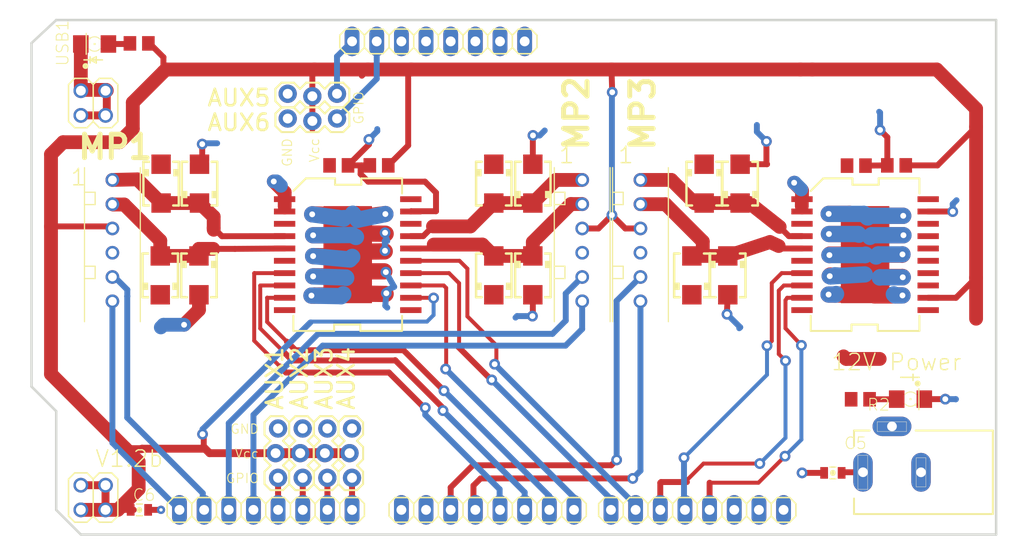
<source format=kicad_pcb>
(kicad_pcb (version 20171130) (host pcbnew "(5.1.8)-1")

  (general
    (thickness 1.6)
    (drawings 42)
    (tracks 516)
    (zones 0)
    (modules 40)
    (nets 50)
  )

  (page A4)
  (layers
    (0 Top signal)
    (31 Bottom signal)
    (32 B.Adhes user)
    (33 F.Adhes user)
    (34 B.Paste user)
    (35 F.Paste user)
    (36 B.SilkS user)
    (37 F.SilkS user)
    (38 B.Mask user)
    (39 F.Mask user)
    (40 Dwgs.User user)
    (41 Cmts.User user)
    (42 Eco1.User user)
    (43 Eco2.User user)
    (44 Edge.Cuts user)
    (45 Margin user)
    (46 B.CrtYd user)
    (47 F.CrtYd user)
    (48 B.Fab user)
    (49 F.Fab user)
  )

  (setup
    (last_trace_width 0.25)
    (trace_clearance 0.2)
    (zone_clearance 0.508)
    (zone_45_only no)
    (trace_min 0.2)
    (via_size 0.8)
    (via_drill 0.4)
    (via_min_size 0.4)
    (via_min_drill 0.3)
    (uvia_size 0.3)
    (uvia_drill 0.1)
    (uvias_allowed no)
    (uvia_min_size 0.2)
    (uvia_min_drill 0.1)
    (edge_width 0.05)
    (segment_width 0.2)
    (pcb_text_width 0.3)
    (pcb_text_size 1.5 1.5)
    (mod_edge_width 0.12)
    (mod_text_size 1 1)
    (mod_text_width 0.15)
    (pad_size 1.524 1.524)
    (pad_drill 0.762)
    (pad_to_mask_clearance 0)
    (aux_axis_origin 0 0)
    (visible_elements FFFFFF7F)
    (pcbplotparams
      (layerselection 0x010fc_ffffffff)
      (usegerberextensions false)
      (usegerberattributes true)
      (usegerberadvancedattributes true)
      (creategerberjobfile true)
      (excludeedgelayer true)
      (linewidth 0.100000)
      (plotframeref false)
      (viasonmask false)
      (mode 1)
      (useauxorigin false)
      (hpglpennumber 1)
      (hpglpenspeed 20)
      (hpglpendiameter 15.000000)
      (psnegative false)
      (psa4output false)
      (plotreference true)
      (plotvalue true)
      (plotinvisibletext false)
      (padsonsilk false)
      (subtractmaskfromsilk false)
      (outputformat 1)
      (mirror false)
      (drillshape 1)
      (scaleselection 1)
      (outputdirectory ""))
  )

  (net 0 "")
  (net 1 /IN3)
  (net 2 /IN2)
  (net 3 /ENA)
  (net 4 /IN1)
  (net 5 /INC3B)
  (net 6 /INC3A)
  (net 7 /IN6)
  (net 8 /IN5)
  (net 9 /ENC)
  (net 10 /IN4)
  (net 11 /ENB)
  (net 12 /AUX4)
  (net 13 /AUX3)
  (net 14 /AUX2)
  (net 15 /AUX1)
  (net 16 /INC2B)
  (net 17 /INC2A)
  (net 18 /INC1A)
  (net 19 /INC1B)
  (net 20 /GND)
  (net 21 "Net-(R1-Pad1)")
  (net 22 /5V)
  (net 23 /M2-)
  (net 24 /M2+)
  (net 25 /M1-)
  (net 26 /12V)
  (net 27 /M1+)
  (net 28 "Net-(J1-Pad2)")
  (net 29 /M4-)
  (net 30 /M4+)
  (net 31 /IN8)
  (net 32 /M3-)
  (net 33 /END)
  (net 34 /M3+)
  (net 35 /IN7)
  (net 36 /AUX5)
  (net 37 /AUX6)
  (net 38 "Net-(COMMUNICATION1-Pad8)")
  (net 39 "Net-(COMMUNICATION1-Pad7)")
  (net 40 "Net-(COMMUNICATION1-Pad6)")
  (net 41 "Net-(COMMUNICATION1-Pad5)")
  (net 42 "Net-(COMMUNICATION1-Pad4)")
  (net 43 "Net-(COMMUNICATION1-Pad3)")
  (net 44 "Net-(PWML1-Pad2)")
  (net 45 "Net-(PWML1-Pad1)")
  (net 46 "Net-(PWMH1-Pad8)")
  (net 47 "Net-(PWMH1-Pad7)")
  (net 48 "Net-(PWMH1-Pad6)")
  (net 49 "Net-(12VPOWER1-PadA)")

  (net_class Default "This is the default net class."
    (clearance 0.2)
    (trace_width 0.25)
    (via_dia 0.8)
    (via_drill 0.4)
    (uvia_dia 0.3)
    (uvia_drill 0.1)
    (add_net /12V)
    (add_net /5V)
    (add_net /AUX1)
    (add_net /AUX2)
    (add_net /AUX3)
    (add_net /AUX4)
    (add_net /AUX5)
    (add_net /AUX6)
    (add_net /ENA)
    (add_net /ENB)
    (add_net /ENC)
    (add_net /END)
    (add_net /GND)
    (add_net /IN1)
    (add_net /IN2)
    (add_net /IN3)
    (add_net /IN4)
    (add_net /IN5)
    (add_net /IN6)
    (add_net /IN7)
    (add_net /IN8)
    (add_net /INC1A)
    (add_net /INC1B)
    (add_net /INC2A)
    (add_net /INC2B)
    (add_net /INC3A)
    (add_net /INC3B)
    (add_net /M1+)
    (add_net /M1-)
    (add_net /M2+)
    (add_net /M2-)
    (add_net /M3+)
    (add_net /M3-)
    (add_net /M4+)
    (add_net /M4-)
    (add_net 12V)
    (add_net "Net-(12VPOWER1-PadA)")
    (add_net "Net-(COMMUNICATION1-Pad3)")
    (add_net "Net-(COMMUNICATION1-Pad4)")
    (add_net "Net-(COMMUNICATION1-Pad5)")
    (add_net "Net-(COMMUNICATION1-Pad6)")
    (add_net "Net-(COMMUNICATION1-Pad7)")
    (add_net "Net-(COMMUNICATION1-Pad8)")
    (add_net "Net-(J1-Pad2)")
    (add_net "Net-(PWMH1-Pad6)")
    (add_net "Net-(PWMH1-Pad7)")
    (add_net "Net-(PWMH1-Pad8)")
    (add_net "Net-(PWML1-Pad1)")
    (add_net "Net-(PWML1-Pad2)")
    (add_net "Net-(R1-Pad1)")
  )

  (module MegaShield:1X08 (layer Top) (tedit 0) (tstamp 6087010D)
    (at 145.8086 128.9636)
    (descr "<b>PIN HEADER</b>")
    (path /99159AB3)
    (fp_text reference PWML1 (at -10.2362 -1.8288) (layer F.SilkS) hide
      (effects (font (size 1.2065 1.2065) (thickness 0.127)) (justify left bottom))
    )
    (fp_text value PINHD-1X8 (at -10.16 3.175) (layer F.Fab)
      (effects (font (size 1.2065 1.2065) (thickness 0.09652)) (justify left bottom))
    )
    (fp_poly (pts (xy 8.636 0.254) (xy 9.144 0.254) (xy 9.144 -0.254) (xy 8.636 -0.254)) (layer F.Fab) (width 0))
    (fp_poly (pts (xy -9.144 0.254) (xy -8.636 0.254) (xy -8.636 -0.254) (xy -9.144 -0.254)) (layer F.Fab) (width 0))
    (fp_poly (pts (xy -6.604 0.254) (xy -6.096 0.254) (xy -6.096 -0.254) (xy -6.604 -0.254)) (layer F.Fab) (width 0))
    (fp_poly (pts (xy -4.064 0.254) (xy -3.556 0.254) (xy -3.556 -0.254) (xy -4.064 -0.254)) (layer F.Fab) (width 0))
    (fp_poly (pts (xy -1.524 0.254) (xy -1.016 0.254) (xy -1.016 -0.254) (xy -1.524 -0.254)) (layer F.Fab) (width 0))
    (fp_poly (pts (xy 1.016 0.254) (xy 1.524 0.254) (xy 1.524 -0.254) (xy 1.016 -0.254)) (layer F.Fab) (width 0))
    (fp_poly (pts (xy 3.556 0.254) (xy 4.064 0.254) (xy 4.064 -0.254) (xy 3.556 -0.254)) (layer F.Fab) (width 0))
    (fp_poly (pts (xy 6.096 0.254) (xy 6.604 0.254) (xy 6.604 -0.254) (xy 6.096 -0.254)) (layer F.Fab) (width 0))
    (fp_line (start 9.525 1.27) (end 8.255 1.27) (layer F.SilkS) (width 0.1524))
    (fp_line (start 7.62 0.635) (end 8.255 1.27) (layer F.SilkS) (width 0.1524))
    (fp_line (start 8.255 -1.27) (end 7.62 -0.635) (layer F.SilkS) (width 0.1524))
    (fp_line (start 10.16 0.635) (end 9.525 1.27) (layer F.SilkS) (width 0.1524))
    (fp_line (start 10.16 -0.635) (end 10.16 0.635) (layer F.SilkS) (width 0.1524))
    (fp_line (start 9.525 -1.27) (end 10.16 -0.635) (layer F.SilkS) (width 0.1524))
    (fp_line (start 8.255 -1.27) (end 9.525 -1.27) (layer F.SilkS) (width 0.1524))
    (fp_line (start -8.255 1.27) (end -9.525 1.27) (layer F.SilkS) (width 0.1524))
    (fp_line (start -10.16 0.635) (end -9.525 1.27) (layer F.SilkS) (width 0.1524))
    (fp_line (start -9.525 -1.27) (end -10.16 -0.635) (layer F.SilkS) (width 0.1524))
    (fp_line (start -10.16 -0.635) (end -10.16 0.635) (layer F.SilkS) (width 0.1524))
    (fp_line (start -6.985 1.27) (end -7.62 0.635) (layer F.SilkS) (width 0.1524))
    (fp_line (start -5.715 1.27) (end -6.985 1.27) (layer F.SilkS) (width 0.1524))
    (fp_line (start -5.08 0.635) (end -5.715 1.27) (layer F.SilkS) (width 0.1524))
    (fp_line (start -5.08 -0.635) (end -5.08 0.635) (layer F.SilkS) (width 0.1524))
    (fp_line (start -5.715 -1.27) (end -5.08 -0.635) (layer F.SilkS) (width 0.1524))
    (fp_line (start -6.985 -1.27) (end -5.715 -1.27) (layer F.SilkS) (width 0.1524))
    (fp_line (start -7.62 -0.635) (end -6.985 -1.27) (layer F.SilkS) (width 0.1524))
    (fp_line (start -7.62 0.635) (end -8.255 1.27) (layer F.SilkS) (width 0.1524))
    (fp_line (start -7.62 -0.635) (end -7.62 0.635) (layer F.SilkS) (width 0.1524))
    (fp_line (start -8.255 -1.27) (end -7.62 -0.635) (layer F.SilkS) (width 0.1524))
    (fp_line (start -9.525 -1.27) (end -8.255 -1.27) (layer F.SilkS) (width 0.1524))
    (fp_line (start -0.635 1.27) (end -1.905 1.27) (layer F.SilkS) (width 0.1524))
    (fp_line (start -2.54 0.635) (end -1.905 1.27) (layer F.SilkS) (width 0.1524))
    (fp_line (start -1.905 -1.27) (end -2.54 -0.635) (layer F.SilkS) (width 0.1524))
    (fp_line (start -4.445 1.27) (end -5.08 0.635) (layer F.SilkS) (width 0.1524))
    (fp_line (start -3.175 1.27) (end -4.445 1.27) (layer F.SilkS) (width 0.1524))
    (fp_line (start -2.54 0.635) (end -3.175 1.27) (layer F.SilkS) (width 0.1524))
    (fp_line (start -2.54 -0.635) (end -2.54 0.635) (layer F.SilkS) (width 0.1524))
    (fp_line (start -3.175 -1.27) (end -2.54 -0.635) (layer F.SilkS) (width 0.1524))
    (fp_line (start -4.445 -1.27) (end -3.175 -1.27) (layer F.SilkS) (width 0.1524))
    (fp_line (start -5.08 -0.635) (end -4.445 -1.27) (layer F.SilkS) (width 0.1524))
    (fp_line (start 0.635 1.27) (end 0 0.635) (layer F.SilkS) (width 0.1524))
    (fp_line (start 1.905 1.27) (end 0.635 1.27) (layer F.SilkS) (width 0.1524))
    (fp_line (start 2.54 0.635) (end 1.905 1.27) (layer F.SilkS) (width 0.1524))
    (fp_line (start 2.54 -0.635) (end 2.54 0.635) (layer F.SilkS) (width 0.1524))
    (fp_line (start 1.905 -1.27) (end 2.54 -0.635) (layer F.SilkS) (width 0.1524))
    (fp_line (start 0.635 -1.27) (end 1.905 -1.27) (layer F.SilkS) (width 0.1524))
    (fp_line (start 0 -0.635) (end 0.635 -1.27) (layer F.SilkS) (width 0.1524))
    (fp_line (start 0 0.635) (end -0.635 1.27) (layer F.SilkS) (width 0.1524))
    (fp_line (start 0 -0.635) (end 0 0.635) (layer F.SilkS) (width 0.1524))
    (fp_line (start -0.635 -1.27) (end 0 -0.635) (layer F.SilkS) (width 0.1524))
    (fp_line (start -1.905 -1.27) (end -0.635 -1.27) (layer F.SilkS) (width 0.1524))
    (fp_line (start 6.985 1.27) (end 5.715 1.27) (layer F.SilkS) (width 0.1524))
    (fp_line (start 5.08 0.635) (end 5.715 1.27) (layer F.SilkS) (width 0.1524))
    (fp_line (start 5.715 -1.27) (end 5.08 -0.635) (layer F.SilkS) (width 0.1524))
    (fp_line (start 3.175 1.27) (end 2.54 0.635) (layer F.SilkS) (width 0.1524))
    (fp_line (start 4.445 1.27) (end 3.175 1.27) (layer F.SilkS) (width 0.1524))
    (fp_line (start 5.08 0.635) (end 4.445 1.27) (layer F.SilkS) (width 0.1524))
    (fp_line (start 5.08 -0.635) (end 5.08 0.635) (layer F.SilkS) (width 0.1524))
    (fp_line (start 4.445 -1.27) (end 5.08 -0.635) (layer F.SilkS) (width 0.1524))
    (fp_line (start 3.175 -1.27) (end 4.445 -1.27) (layer F.SilkS) (width 0.1524))
    (fp_line (start 2.54 -0.635) (end 3.175 -1.27) (layer F.SilkS) (width 0.1524))
    (fp_line (start 7.62 0.635) (end 6.985 1.27) (layer F.SilkS) (width 0.1524))
    (fp_line (start 7.62 -0.635) (end 7.62 0.635) (layer F.SilkS) (width 0.1524))
    (fp_line (start 6.985 -1.27) (end 7.62 -0.635) (layer F.SilkS) (width 0.1524))
    (fp_line (start 5.715 -1.27) (end 6.985 -1.27) (layer F.SilkS) (width 0.1524))
    (pad 8 thru_hole oval (at 8.89 0 90) (size 3.048 1.524) (drill 1.016) (layers *.Cu *.Mask)
      (net 1 /IN3) (solder_mask_margin 0.1524))
    (pad 7 thru_hole oval (at 6.35 0 90) (size 3.048 1.524) (drill 1.016) (layers *.Cu *.Mask)
      (net 2 /IN2) (solder_mask_margin 0.1524))
    (pad 6 thru_hole oval (at 3.81 0 90) (size 3.048 1.524) (drill 1.016) (layers *.Cu *.Mask)
      (net 3 /ENA) (solder_mask_margin 0.1524))
    (pad 5 thru_hole oval (at 1.27 0 90) (size 3.048 1.524) (drill 1.016) (layers *.Cu *.Mask)
      (net 4 /IN1) (solder_mask_margin 0.1524))
    (pad 4 thru_hole oval (at -1.27 0 90) (size 3.048 1.524) (drill 1.016) (layers *.Cu *.Mask)
      (net 5 /INC3B) (solder_mask_margin 0.1524))
    (pad 3 thru_hole oval (at -3.81 0 90) (size 3.048 1.524) (drill 1.016) (layers *.Cu *.Mask)
      (net 6 /INC3A) (solder_mask_margin 0.1524))
    (pad 2 thru_hole oval (at -6.35 0 90) (size 3.048 1.524) (drill 1.016) (layers *.Cu *.Mask)
      (net 44 "Net-(PWML1-Pad2)") (solder_mask_margin 0.1524))
    (pad 1 thru_hole oval (at -8.89 0 90) (size 3.048 1.524) (drill 1.016) (layers *.Cu *.Mask)
      (net 45 "Net-(PWML1-Pad1)") (solder_mask_margin 0.1524))
  )

  (module MegaShield:1X08 (layer Top) (tedit 0) (tstamp 60870159)
    (at 167.3986 128.9636)
    (descr "<b>PIN HEADER</b>")
    (path /198364C9)
    (fp_text reference PWMH1 (at -10.2362 -1.8288) (layer F.SilkS) hide
      (effects (font (size 1.2065 1.2065) (thickness 0.127)) (justify left bottom))
    )
    (fp_text value PINHD-1X8 (at -10.16 3.175) (layer F.Fab)
      (effects (font (size 1.2065 1.2065) (thickness 0.09652)) (justify left bottom))
    )
    (fp_poly (pts (xy 8.636 0.254) (xy 9.144 0.254) (xy 9.144 -0.254) (xy 8.636 -0.254)) (layer F.Fab) (width 0))
    (fp_poly (pts (xy -9.144 0.254) (xy -8.636 0.254) (xy -8.636 -0.254) (xy -9.144 -0.254)) (layer F.Fab) (width 0))
    (fp_poly (pts (xy -6.604 0.254) (xy -6.096 0.254) (xy -6.096 -0.254) (xy -6.604 -0.254)) (layer F.Fab) (width 0))
    (fp_poly (pts (xy -4.064 0.254) (xy -3.556 0.254) (xy -3.556 -0.254) (xy -4.064 -0.254)) (layer F.Fab) (width 0))
    (fp_poly (pts (xy -1.524 0.254) (xy -1.016 0.254) (xy -1.016 -0.254) (xy -1.524 -0.254)) (layer F.Fab) (width 0))
    (fp_poly (pts (xy 1.016 0.254) (xy 1.524 0.254) (xy 1.524 -0.254) (xy 1.016 -0.254)) (layer F.Fab) (width 0))
    (fp_poly (pts (xy 3.556 0.254) (xy 4.064 0.254) (xy 4.064 -0.254) (xy 3.556 -0.254)) (layer F.Fab) (width 0))
    (fp_poly (pts (xy 6.096 0.254) (xy 6.604 0.254) (xy 6.604 -0.254) (xy 6.096 -0.254)) (layer F.Fab) (width 0))
    (fp_line (start 9.525 1.27) (end 8.255 1.27) (layer F.SilkS) (width 0.1524))
    (fp_line (start 7.62 0.635) (end 8.255 1.27) (layer F.SilkS) (width 0.1524))
    (fp_line (start 8.255 -1.27) (end 7.62 -0.635) (layer F.SilkS) (width 0.1524))
    (fp_line (start 10.16 0.635) (end 9.525 1.27) (layer F.SilkS) (width 0.1524))
    (fp_line (start 10.16 -0.635) (end 10.16 0.635) (layer F.SilkS) (width 0.1524))
    (fp_line (start 9.525 -1.27) (end 10.16 -0.635) (layer F.SilkS) (width 0.1524))
    (fp_line (start 8.255 -1.27) (end 9.525 -1.27) (layer F.SilkS) (width 0.1524))
    (fp_line (start -8.255 1.27) (end -9.525 1.27) (layer F.SilkS) (width 0.1524))
    (fp_line (start -10.16 0.635) (end -9.525 1.27) (layer F.SilkS) (width 0.1524))
    (fp_line (start -9.525 -1.27) (end -10.16 -0.635) (layer F.SilkS) (width 0.1524))
    (fp_line (start -10.16 -0.635) (end -10.16 0.635) (layer F.SilkS) (width 0.1524))
    (fp_line (start -6.985 1.27) (end -7.62 0.635) (layer F.SilkS) (width 0.1524))
    (fp_line (start -5.715 1.27) (end -6.985 1.27) (layer F.SilkS) (width 0.1524))
    (fp_line (start -5.08 0.635) (end -5.715 1.27) (layer F.SilkS) (width 0.1524))
    (fp_line (start -5.08 -0.635) (end -5.08 0.635) (layer F.SilkS) (width 0.1524))
    (fp_line (start -5.715 -1.27) (end -5.08 -0.635) (layer F.SilkS) (width 0.1524))
    (fp_line (start -6.985 -1.27) (end -5.715 -1.27) (layer F.SilkS) (width 0.1524))
    (fp_line (start -7.62 -0.635) (end -6.985 -1.27) (layer F.SilkS) (width 0.1524))
    (fp_line (start -7.62 0.635) (end -8.255 1.27) (layer F.SilkS) (width 0.1524))
    (fp_line (start -7.62 -0.635) (end -7.62 0.635) (layer F.SilkS) (width 0.1524))
    (fp_line (start -8.255 -1.27) (end -7.62 -0.635) (layer F.SilkS) (width 0.1524))
    (fp_line (start -9.525 -1.27) (end -8.255 -1.27) (layer F.SilkS) (width 0.1524))
    (fp_line (start -0.635 1.27) (end -1.905 1.27) (layer F.SilkS) (width 0.1524))
    (fp_line (start -2.54 0.635) (end -1.905 1.27) (layer F.SilkS) (width 0.1524))
    (fp_line (start -1.905 -1.27) (end -2.54 -0.635) (layer F.SilkS) (width 0.1524))
    (fp_line (start -4.445 1.27) (end -5.08 0.635) (layer F.SilkS) (width 0.1524))
    (fp_line (start -3.175 1.27) (end -4.445 1.27) (layer F.SilkS) (width 0.1524))
    (fp_line (start -2.54 0.635) (end -3.175 1.27) (layer F.SilkS) (width 0.1524))
    (fp_line (start -2.54 -0.635) (end -2.54 0.635) (layer F.SilkS) (width 0.1524))
    (fp_line (start -3.175 -1.27) (end -2.54 -0.635) (layer F.SilkS) (width 0.1524))
    (fp_line (start -4.445 -1.27) (end -3.175 -1.27) (layer F.SilkS) (width 0.1524))
    (fp_line (start -5.08 -0.635) (end -4.445 -1.27) (layer F.SilkS) (width 0.1524))
    (fp_line (start 0.635 1.27) (end 0 0.635) (layer F.SilkS) (width 0.1524))
    (fp_line (start 1.905 1.27) (end 0.635 1.27) (layer F.SilkS) (width 0.1524))
    (fp_line (start 2.54 0.635) (end 1.905 1.27) (layer F.SilkS) (width 0.1524))
    (fp_line (start 2.54 -0.635) (end 2.54 0.635) (layer F.SilkS) (width 0.1524))
    (fp_line (start 1.905 -1.27) (end 2.54 -0.635) (layer F.SilkS) (width 0.1524))
    (fp_line (start 0.635 -1.27) (end 1.905 -1.27) (layer F.SilkS) (width 0.1524))
    (fp_line (start 0 -0.635) (end 0.635 -1.27) (layer F.SilkS) (width 0.1524))
    (fp_line (start 0 0.635) (end -0.635 1.27) (layer F.SilkS) (width 0.1524))
    (fp_line (start 0 -0.635) (end 0 0.635) (layer F.SilkS) (width 0.1524))
    (fp_line (start -0.635 -1.27) (end 0 -0.635) (layer F.SilkS) (width 0.1524))
    (fp_line (start -1.905 -1.27) (end -0.635 -1.27) (layer F.SilkS) (width 0.1524))
    (fp_line (start 6.985 1.27) (end 5.715 1.27) (layer F.SilkS) (width 0.1524))
    (fp_line (start 5.08 0.635) (end 5.715 1.27) (layer F.SilkS) (width 0.1524))
    (fp_line (start 5.715 -1.27) (end 5.08 -0.635) (layer F.SilkS) (width 0.1524))
    (fp_line (start 3.175 1.27) (end 2.54 0.635) (layer F.SilkS) (width 0.1524))
    (fp_line (start 4.445 1.27) (end 3.175 1.27) (layer F.SilkS) (width 0.1524))
    (fp_line (start 5.08 0.635) (end 4.445 1.27) (layer F.SilkS) (width 0.1524))
    (fp_line (start 5.08 -0.635) (end 5.08 0.635) (layer F.SilkS) (width 0.1524))
    (fp_line (start 4.445 -1.27) (end 5.08 -0.635) (layer F.SilkS) (width 0.1524))
    (fp_line (start 3.175 -1.27) (end 4.445 -1.27) (layer F.SilkS) (width 0.1524))
    (fp_line (start 2.54 -0.635) (end 3.175 -1.27) (layer F.SilkS) (width 0.1524))
    (fp_line (start 7.62 0.635) (end 6.985 1.27) (layer F.SilkS) (width 0.1524))
    (fp_line (start 7.62 -0.635) (end 7.62 0.635) (layer F.SilkS) (width 0.1524))
    (fp_line (start 6.985 -1.27) (end 7.62 -0.635) (layer F.SilkS) (width 0.1524))
    (fp_line (start 5.715 -1.27) (end 6.985 -1.27) (layer F.SilkS) (width 0.1524))
    (pad 8 thru_hole oval (at 8.89 0 90) (size 3.048 1.524) (drill 1.016) (layers *.Cu *.Mask)
      (net 46 "Net-(PWMH1-Pad8)") (solder_mask_margin 0.1524))
    (pad 7 thru_hole oval (at 6.35 0 90) (size 3.048 1.524) (drill 1.016) (layers *.Cu *.Mask)
      (net 47 "Net-(PWMH1-Pad7)") (solder_mask_margin 0.1524))
    (pad 6 thru_hole oval (at 3.81 0 90) (size 3.048 1.524) (drill 1.016) (layers *.Cu *.Mask)
      (net 48 "Net-(PWMH1-Pad6)") (solder_mask_margin 0.1524))
    (pad 5 thru_hole oval (at 1.27 0 90) (size 3.048 1.524) (drill 1.016) (layers *.Cu *.Mask)
      (net 7 /IN6) (solder_mask_margin 0.1524))
    (pad 4 thru_hole oval (at -1.27 0 90) (size 3.048 1.524) (drill 1.016) (layers *.Cu *.Mask)
      (net 8 /IN5) (solder_mask_margin 0.1524))
    (pad 3 thru_hole oval (at -3.81 0 90) (size 3.048 1.524) (drill 1.016) (layers *.Cu *.Mask)
      (net 9 /ENC) (solder_mask_margin 0.1524))
    (pad 2 thru_hole oval (at -6.35 0 90) (size 3.048 1.524) (drill 1.016) (layers *.Cu *.Mask)
      (net 10 /IN4) (solder_mask_margin 0.1524))
    (pad 1 thru_hole oval (at -8.89 0 90) (size 3.048 1.524) (drill 1.016) (layers *.Cu *.Mask)
      (net 11 /ENB) (solder_mask_margin 0.1524))
  )

  (module MegaShield:1X08 (layer Top) (tedit 0) (tstamp 608701A5)
    (at 122.9486 128.9636)
    (descr "<b>PIN HEADER</b>")
    (path /1293E1D1)
    (fp_text reference COMMUNICATION2 (at -10.2362 -1.8288) (layer F.SilkS) hide
      (effects (font (size 1.2065 1.2065) (thickness 0.127)) (justify left bottom))
    )
    (fp_text value PINHD-1X8 (at -10.16 3.175) (layer F.Fab)
      (effects (font (size 1.2065 1.2065) (thickness 0.09652)) (justify left bottom))
    )
    (fp_poly (pts (xy 8.636 0.254) (xy 9.144 0.254) (xy 9.144 -0.254) (xy 8.636 -0.254)) (layer F.Fab) (width 0))
    (fp_poly (pts (xy -9.144 0.254) (xy -8.636 0.254) (xy -8.636 -0.254) (xy -9.144 -0.254)) (layer F.Fab) (width 0))
    (fp_poly (pts (xy -6.604 0.254) (xy -6.096 0.254) (xy -6.096 -0.254) (xy -6.604 -0.254)) (layer F.Fab) (width 0))
    (fp_poly (pts (xy -4.064 0.254) (xy -3.556 0.254) (xy -3.556 -0.254) (xy -4.064 -0.254)) (layer F.Fab) (width 0))
    (fp_poly (pts (xy -1.524 0.254) (xy -1.016 0.254) (xy -1.016 -0.254) (xy -1.524 -0.254)) (layer F.Fab) (width 0))
    (fp_poly (pts (xy 1.016 0.254) (xy 1.524 0.254) (xy 1.524 -0.254) (xy 1.016 -0.254)) (layer F.Fab) (width 0))
    (fp_poly (pts (xy 3.556 0.254) (xy 4.064 0.254) (xy 4.064 -0.254) (xy 3.556 -0.254)) (layer F.Fab) (width 0))
    (fp_poly (pts (xy 6.096 0.254) (xy 6.604 0.254) (xy 6.604 -0.254) (xy 6.096 -0.254)) (layer F.Fab) (width 0))
    (fp_line (start 9.525 1.27) (end 8.255 1.27) (layer F.SilkS) (width 0.1524))
    (fp_line (start 7.62 0.635) (end 8.255 1.27) (layer F.SilkS) (width 0.1524))
    (fp_line (start 8.255 -1.27) (end 7.62 -0.635) (layer F.SilkS) (width 0.1524))
    (fp_line (start 10.16 0.635) (end 9.525 1.27) (layer F.SilkS) (width 0.1524))
    (fp_line (start 10.16 -0.635) (end 10.16 0.635) (layer F.SilkS) (width 0.1524))
    (fp_line (start 9.525 -1.27) (end 10.16 -0.635) (layer F.SilkS) (width 0.1524))
    (fp_line (start 8.255 -1.27) (end 9.525 -1.27) (layer F.SilkS) (width 0.1524))
    (fp_line (start -8.255 1.27) (end -9.525 1.27) (layer F.SilkS) (width 0.1524))
    (fp_line (start -10.16 0.635) (end -9.525 1.27) (layer F.SilkS) (width 0.1524))
    (fp_line (start -9.525 -1.27) (end -10.16 -0.635) (layer F.SilkS) (width 0.1524))
    (fp_line (start -10.16 -0.635) (end -10.16 0.635) (layer F.SilkS) (width 0.1524))
    (fp_line (start -6.985 1.27) (end -7.62 0.635) (layer F.SilkS) (width 0.1524))
    (fp_line (start -5.715 1.27) (end -6.985 1.27) (layer F.SilkS) (width 0.1524))
    (fp_line (start -5.08 0.635) (end -5.715 1.27) (layer F.SilkS) (width 0.1524))
    (fp_line (start -5.08 -0.635) (end -5.08 0.635) (layer F.SilkS) (width 0.1524))
    (fp_line (start -5.715 -1.27) (end -5.08 -0.635) (layer F.SilkS) (width 0.1524))
    (fp_line (start -6.985 -1.27) (end -5.715 -1.27) (layer F.SilkS) (width 0.1524))
    (fp_line (start -7.62 -0.635) (end -6.985 -1.27) (layer F.SilkS) (width 0.1524))
    (fp_line (start -7.62 0.635) (end -8.255 1.27) (layer F.SilkS) (width 0.1524))
    (fp_line (start -7.62 -0.635) (end -7.62 0.635) (layer F.SilkS) (width 0.1524))
    (fp_line (start -8.255 -1.27) (end -7.62 -0.635) (layer F.SilkS) (width 0.1524))
    (fp_line (start -9.525 -1.27) (end -8.255 -1.27) (layer F.SilkS) (width 0.1524))
    (fp_line (start -0.635 1.27) (end -1.905 1.27) (layer F.SilkS) (width 0.1524))
    (fp_line (start -2.54 0.635) (end -1.905 1.27) (layer F.SilkS) (width 0.1524))
    (fp_line (start -1.905 -1.27) (end -2.54 -0.635) (layer F.SilkS) (width 0.1524))
    (fp_line (start -4.445 1.27) (end -5.08 0.635) (layer F.SilkS) (width 0.1524))
    (fp_line (start -3.175 1.27) (end -4.445 1.27) (layer F.SilkS) (width 0.1524))
    (fp_line (start -2.54 0.635) (end -3.175 1.27) (layer F.SilkS) (width 0.1524))
    (fp_line (start -2.54 -0.635) (end -2.54 0.635) (layer F.SilkS) (width 0.1524))
    (fp_line (start -3.175 -1.27) (end -2.54 -0.635) (layer F.SilkS) (width 0.1524))
    (fp_line (start -4.445 -1.27) (end -3.175 -1.27) (layer F.SilkS) (width 0.1524))
    (fp_line (start -5.08 -0.635) (end -4.445 -1.27) (layer F.SilkS) (width 0.1524))
    (fp_line (start 0.635 1.27) (end 0 0.635) (layer F.SilkS) (width 0.1524))
    (fp_line (start 1.905 1.27) (end 0.635 1.27) (layer F.SilkS) (width 0.1524))
    (fp_line (start 2.54 0.635) (end 1.905 1.27) (layer F.SilkS) (width 0.1524))
    (fp_line (start 2.54 -0.635) (end 2.54 0.635) (layer F.SilkS) (width 0.1524))
    (fp_line (start 1.905 -1.27) (end 2.54 -0.635) (layer F.SilkS) (width 0.1524))
    (fp_line (start 0.635 -1.27) (end 1.905 -1.27) (layer F.SilkS) (width 0.1524))
    (fp_line (start 0 -0.635) (end 0.635 -1.27) (layer F.SilkS) (width 0.1524))
    (fp_line (start 0 0.635) (end -0.635 1.27) (layer F.SilkS) (width 0.1524))
    (fp_line (start 0 -0.635) (end 0 0.635) (layer F.SilkS) (width 0.1524))
    (fp_line (start -0.635 -1.27) (end 0 -0.635) (layer F.SilkS) (width 0.1524))
    (fp_line (start -1.905 -1.27) (end -0.635 -1.27) (layer F.SilkS) (width 0.1524))
    (fp_line (start 6.985 1.27) (end 5.715 1.27) (layer F.SilkS) (width 0.1524))
    (fp_line (start 5.08 0.635) (end 5.715 1.27) (layer F.SilkS) (width 0.1524))
    (fp_line (start 5.715 -1.27) (end 5.08 -0.635) (layer F.SilkS) (width 0.1524))
    (fp_line (start 3.175 1.27) (end 2.54 0.635) (layer F.SilkS) (width 0.1524))
    (fp_line (start 4.445 1.27) (end 3.175 1.27) (layer F.SilkS) (width 0.1524))
    (fp_line (start 5.08 0.635) (end 4.445 1.27) (layer F.SilkS) (width 0.1524))
    (fp_line (start 5.08 -0.635) (end 5.08 0.635) (layer F.SilkS) (width 0.1524))
    (fp_line (start 4.445 -1.27) (end 5.08 -0.635) (layer F.SilkS) (width 0.1524))
    (fp_line (start 3.175 -1.27) (end 4.445 -1.27) (layer F.SilkS) (width 0.1524))
    (fp_line (start 2.54 -0.635) (end 3.175 -1.27) (layer F.SilkS) (width 0.1524))
    (fp_line (start 7.62 0.635) (end 6.985 1.27) (layer F.SilkS) (width 0.1524))
    (fp_line (start 7.62 -0.635) (end 7.62 0.635) (layer F.SilkS) (width 0.1524))
    (fp_line (start 6.985 -1.27) (end 7.62 -0.635) (layer F.SilkS) (width 0.1524))
    (fp_line (start 5.715 -1.27) (end 6.985 -1.27) (layer F.SilkS) (width 0.1524))
    (pad 8 thru_hole oval (at 8.89 0 90) (size 3.048 1.524) (drill 1.016) (layers *.Cu *.Mask)
      (net 12 /AUX4) (solder_mask_margin 0.1524))
    (pad 7 thru_hole oval (at 6.35 0 90) (size 3.048 1.524) (drill 1.016) (layers *.Cu *.Mask)
      (net 13 /AUX3) (solder_mask_margin 0.1524))
    (pad 6 thru_hole oval (at 3.81 0 90) (size 3.048 1.524) (drill 1.016) (layers *.Cu *.Mask)
      (net 14 /AUX2) (solder_mask_margin 0.1524))
    (pad 5 thru_hole oval (at 1.27 0 90) (size 3.048 1.524) (drill 1.016) (layers *.Cu *.Mask)
      (net 15 /AUX1) (solder_mask_margin 0.1524))
    (pad 4 thru_hole oval (at -1.27 0 90) (size 3.048 1.524) (drill 1.016) (layers *.Cu *.Mask)
      (net 16 /INC2B) (solder_mask_margin 0.1524))
    (pad 3 thru_hole oval (at -3.81 0 90) (size 3.048 1.524) (drill 1.016) (layers *.Cu *.Mask)
      (net 17 /INC2A) (solder_mask_margin 0.1524))
    (pad 2 thru_hole oval (at -6.35 0 90) (size 3.048 1.524) (drill 1.016) (layers *.Cu *.Mask)
      (net 18 /INC1A) (solder_mask_margin 0.1524))
    (pad 1 thru_hole oval (at -8.89 0 90) (size 3.048 1.524) (drill 1.016) (layers *.Cu *.Mask)
      (net 19 /INC1B) (solder_mask_margin 0.1524))
  )

  (module MegaShield:LED_1206 (layer Top) (tedit 0) (tstamp 608701F1)
    (at 105.31719 80.971907 180)
    (descr "<b>CHICAGO MINIATURE LAMP, INC.</b><p>\n7022X Series SMT LEDs 1206 Package Size")
    (path /46884A1E)
    (fp_text reference USB1 (at 2.594694 -2.353206 90) (layer F.SilkS)
      (effects (font (size 1.2065 1.2065) (thickness 0.09652)) (justify left bottom))
    )
    (fp_text value LED_E (at -1.27 2.54) (layer F.Fab)
      (effects (font (size 1.2065 1.2065) (thickness 0.09652)) (justify left bottom))
    )
    (fp_line (start 0.865675 1.092718) (end 0.865675 -1.062862) (layer F.SilkS) (width 0.127))
    (fp_poly (pts (xy 0.45 0.7) (xy 0.6 0.7) (xy 0.6 0.45) (xy 0.45 0.45)) (layer F.SilkS) (width 0))
    (fp_poly (pts (xy -0.9 -0.55) (xy -0.8 -0.55) (xy -0.8 -0.7) (xy -0.9 -0.7)) (layer F.Fab) (width 0))
    (fp_poly (pts (xy -0.9 0.7) (xy -0.8 0.7) (xy -0.8 -0.5) (xy -0.9 -0.5)) (layer F.Fab) (width 0))
    (fp_poly (pts (xy 0.8 -0.55) (xy 0.9 -0.55) (xy 0.9 -0.7) (xy 0.8 -0.7)) (layer F.Fab) (width 0))
    (fp_poly (pts (xy 0.8 0.7) (xy 0.9 0.7) (xy 0.9 -0.5) (xy 0.8 -0.5)) (layer F.Fab) (width 0))
    (fp_poly (pts (xy 0.45 0.7) (xy 0.8 0.7) (xy 0.8 0.45) (xy 0.45 0.45)) (layer F.Fab) (width 0))
    (fp_poly (pts (xy -0.1 0.1) (xy 0.1 0.1) (xy 0.1 -0.1) (xy -0.1 -0.1)) (layer F.SilkS) (width 0))
    (fp_arc (start 0 0) (end 0.55 -0.5) (angle 84.547378) (layer F.Fab) (width 0.1016))
    (fp_arc (start 0 0) (end -0.55 -0.5) (angle 95.452622) (layer F.SilkS) (width 0.1016))
    (fp_arc (start 0 0) (end -0.55 0.5) (angle 84.547378) (layer F.Fab) (width 0.1016))
    (fp_arc (start 0 0) (end -0.55 0.5) (angle -95.452622) (layer F.SilkS) (width 0.1016))
    (fp_line (start 1.55 -0.75) (end 1.55 0.75) (layer F.Fab) (width 0.1016))
    (fp_line (start -1.55 -0.75) (end 1.55 -0.75) (layer F.Fab) (width 0.1016))
    (fp_line (start -1.55 0.75) (end -1.55 -0.75) (layer F.Fab) (width 0.1016))
    (fp_line (start 1.55 0.75) (end -1.55 0.75) (layer F.Fab) (width 0.1016))
    (pad C smd rect (at 1.422 0 180) (size 1.6 1.803) (layers Top F.Paste F.Mask)
      (net 20 /GND) (solder_mask_margin 0.1524))
    (pad A smd rect (at -1.422 0 180) (size 1.6 1.803) (layers Top F.Paste F.Mask)
      (net 21 "Net-(R1-Pad1)") (solder_mask_margin 0.1524))
  )

  (module MegaShield:R0805 (layer Top) (tedit 0) (tstamp 60870206)
    (at 109.904959 80.909591)
    (descr <b>RESISTOR</b><p>)
    (path /69FAFCF2)
    (fp_text reference R1 (at -0.635 -1.27) (layer F.SilkS) hide
      (effects (font (size 1.2065 1.2065) (thickness 0.1016)) (justify left bottom))
    )
    (fp_text value 270 (at 2.447666 0.651363) (layer F.Fab)
      (effects (font (size 1.2065 1.2065) (thickness 0.09652)) (justify left bottom))
    )
    (fp_poly (pts (xy -0.1999 0.5001) (xy 0.1999 0.5001) (xy 0.1999 -0.5001) (xy -0.1999 -0.5001)) (layer F.Adhes) (width 0))
    (fp_poly (pts (xy -1.0668 0.6985) (xy -0.4168 0.6985) (xy -0.4168 -0.7015) (xy -1.0668 -0.7015)) (layer F.Fab) (width 0))
    (fp_poly (pts (xy 0.4064 0.6985) (xy 1.0564 0.6985) (xy 1.0564 -0.7015) (xy 0.4064 -0.7015)) (layer F.Fab) (width 0))
    (fp_line (start -1.973 0.983) (end -1.973 -0.983) (layer Dwgs.User) (width 0.0508))
    (fp_line (start 1.973 0.983) (end -1.973 0.983) (layer Dwgs.User) (width 0.0508))
    (fp_line (start 1.973 -0.983) (end 1.973 0.983) (layer Dwgs.User) (width 0.0508))
    (fp_line (start -1.973 -0.983) (end 1.973 -0.983) (layer Dwgs.User) (width 0.0508))
    (fp_line (start -0.41 0.635) (end 0.41 0.635) (layer F.Fab) (width 0.1524))
    (fp_line (start -0.41 -0.635) (end 0.41 -0.635) (layer F.Fab) (width 0.1524))
    (pad 2 smd rect (at 0.95 0) (size 1.3 1.5) (layers Top F.Paste F.Mask)
      (net 22 /5V) (solder_mask_margin 0.1524))
    (pad 1 smd rect (at -0.95 0) (size 1.3 1.5) (layers Top F.Paste F.Mask)
      (net 21 "Net-(R1-Pad1)") (solder_mask_margin 0.1524))
  )

  (module MegaShield:POWERSO-20 (layer Top) (tedit 0) (tstamp 60870214)
    (at 131.389465 102.67135 270)
    (descr "<b>Power Small Outline</b>")
    (path /8FB45C84)
    (fp_text reference IC1 (at 10.16 3.175) (layer F.SilkS) hide
      (effects (font (size 1.2065 1.2065) (thickness 0.1016)) (justify left bottom))
    )
    (fp_text value L298SO (at -8.89 3.175) (layer F.Fab) hide
      (effects (font (size 1.2065 1.2065) (thickness 0.1016)) (justify left bottom))
    )
    (fp_poly (pts (xy -5.9601 -5.7001) (xy -5.4699 -5.7001) (xy -5.4699 -7.22) (xy -5.9601 -7.22)) (layer F.Fab) (width 0))
    (fp_poly (pts (xy -4.6901 -5.7001) (xy -4.1999 -5.7001) (xy -4.1999 -7.22) (xy -4.6901 -7.22)) (layer F.Fab) (width 0))
    (fp_poly (pts (xy -3.4201 -5.7001) (xy -2.9299 -5.7001) (xy -2.9299 -7.22) (xy -3.4201 -7.22)) (layer F.Fab) (width 0))
    (fp_poly (pts (xy -2.1501 -5.7001) (xy -1.6599 -5.7001) (xy -1.6599 -7.22) (xy -2.1501 -7.22)) (layer F.Fab) (width 0))
    (fp_poly (pts (xy -0.8801 -5.7001) (xy -0.3899 -5.7001) (xy -0.3899 -7.22) (xy -0.8801 -7.22)) (layer F.Fab) (width 0))
    (fp_poly (pts (xy 0.3899 -5.7001) (xy 0.8801 -5.7001) (xy 0.8801 -7.22) (xy 0.3899 -7.22)) (layer F.Fab) (width 0))
    (fp_poly (pts (xy 1.6599 -5.7001) (xy 2.1501 -5.7001) (xy 2.1501 -7.22) (xy 1.6599 -7.22)) (layer F.Fab) (width 0))
    (fp_poly (pts (xy 2.9299 -5.7001) (xy 3.4201 -5.7001) (xy 3.4201 -7.22) (xy 2.9299 -7.22)) (layer F.Fab) (width 0))
    (fp_poly (pts (xy 4.1999 -5.7001) (xy 4.6901 -5.7001) (xy 4.6901 -7.22) (xy 4.1999 -7.22)) (layer F.Fab) (width 0))
    (fp_poly (pts (xy 5.4699 -5.7001) (xy 5.9601 -5.7001) (xy 5.9601 -7.22) (xy 5.4699 -7.22)) (layer F.Fab) (width 0))
    (fp_poly (pts (xy 5.4699 7.22) (xy 5.9601 7.22) (xy 5.9601 5.7001) (xy 5.4699 5.7001)) (layer F.Fab) (width 0))
    (fp_poly (pts (xy 4.1999 7.22) (xy 4.6901 7.22) (xy 4.6901 5.7001) (xy 4.1999 5.7001)) (layer F.Fab) (width 0))
    (fp_poly (pts (xy 2.9299 7.22) (xy 3.4201 7.22) (xy 3.4201 5.7001) (xy 2.9299 5.7001)) (layer F.Fab) (width 0))
    (fp_poly (pts (xy 1.6599 7.22) (xy 2.1501 7.22) (xy 2.1501 5.7001) (xy 1.6599 5.7001)) (layer F.Fab) (width 0))
    (fp_poly (pts (xy 0.3899 7.22) (xy 0.8801 7.22) (xy 0.8801 5.7001) (xy 0.3899 5.7001)) (layer F.Fab) (width 0))
    (fp_poly (pts (xy -0.8801 7.22) (xy -0.3899 7.22) (xy -0.3899 5.7001) (xy -0.8801 5.7001)) (layer F.Fab) (width 0))
    (fp_poly (pts (xy -2.1501 7.22) (xy -1.6599 7.22) (xy -1.6599 5.7001) (xy -2.1501 5.7001)) (layer F.Fab) (width 0))
    (fp_poly (pts (xy -3.4201 7.22) (xy -2.9299 7.22) (xy -2.9299 5.7001) (xy -3.4201 5.7001)) (layer F.Fab) (width 0))
    (fp_poly (pts (xy -4.6901 7.22) (xy -4.1999 7.22) (xy -4.1999 5.7001) (xy -4.6901 5.7001)) (layer F.Fab) (width 0))
    (fp_poly (pts (xy -5.9601 7.22) (xy -5.4699 7.22) (xy -5.4699 5.7001) (xy -5.9601 5.7001)) (layer F.Fab) (width 0))
    (fp_line (start 7.8 -5.6) (end 6.3 -5.6) (layer F.SilkS) (width 0.2032))
    (fp_line (start 7.8 5.6) (end 6.3 5.6) (layer F.SilkS) (width 0.2032))
    (fp_line (start -7.8 -5.6) (end -6.3 -5.6) (layer F.SilkS) (width 0.2032))
    (fp_line (start 7.2 1.4) (end 7.86 1.4) (layer F.SilkS) (width 0.2032))
    (fp_line (start 7.2 -1.3) (end 7.2 1.4) (layer F.SilkS) (width 0.2032))
    (fp_line (start 7.86 -1.3) (end 7.2 -1.3) (layer F.SilkS) (width 0.2032))
    (fp_line (start 7.86 1.4) (end 7.86 5.6) (layer F.SilkS) (width 0.2032))
    (fp_line (start 7.86 -5.6) (end 7.86 -1.3) (layer F.SilkS) (width 0.2032))
    (fp_line (start -7.86 -5.6) (end 7.86 -5.6) (layer F.Fab) (width 0.2032))
    (fp_line (start -7.86 -1.4) (end -7.86 -5.6) (layer F.SilkS) (width 0.2032))
    (fp_line (start -7.2 -1.4) (end -7.86 -1.4) (layer F.SilkS) (width 0.2032))
    (fp_line (start -7.2 1.3) (end -7.2 -1.4) (layer F.SilkS) (width 0.2032))
    (fp_line (start -7.86 1.3) (end -7.2 1.3) (layer F.SilkS) (width 0.2032))
    (fp_line (start -7.86 4.3) (end -7.86 1.3) (layer F.SilkS) (width 0.2032))
    (fp_line (start -6.56 5.6) (end -7.86 4.3) (layer F.SilkS) (width 0.2032))
    (fp_line (start 7.86 5.6) (end -6.56 5.6) (layer F.Fab) (width 0.2032))
    (pad HEAT smd rect (at 0 0 270) (size 10 5) (layers Top F.Paste F.Mask)
      (net 20 /GND) (solder_mask_margin 0.1524))
    (pad 20 smd rect (at -5.715 -6.5 270) (size 0.6 2.2) (layers Top F.Paste F.Mask)
      (solder_mask_margin 0.1524))
    (pad 19 smd rect (at -4.445 -6.5 270) (size 0.6 2.2) (layers Top F.Paste F.Mask)
      (net 20 /GND) (solder_mask_margin 0.1524))
    (pad 18 smd rect (at -3.175 -6.5 270) (size 0.6 2.2) (layers Top F.Paste F.Mask)
      (solder_mask_margin 0.1524))
    (pad 17 smd rect (at -1.905 -6.5 270) (size 0.6 2.2) (layers Top F.Paste F.Mask)
      (net 23 /M2-) (solder_mask_margin 0.1524))
    (pad 16 smd rect (at -0.635 -6.5 270) (size 0.6 2.2) (layers Top F.Paste F.Mask)
      (net 24 /M2+) (solder_mask_margin 0.1524))
    (pad 15 smd rect (at 0.635 -6.5 270) (size 0.6 2.2) (layers Top F.Paste F.Mask)
      (net 10 /IN4) (solder_mask_margin 0.1524))
    (pad 8 smd rect (at 3.175 6.5 270) (size 0.6 2.2) (layers Top F.Paste F.Mask)
      (net 3 /ENA) (solder_mask_margin 0.1524))
    (pad 10 smd rect (at 5.715 6.5 270) (size 0.6 2.2) (layers Top F.Paste F.Mask)
      (solder_mask_margin 0.1524))
    (pad 7 smd rect (at 1.905 6.5 270) (size 0.6 2.2) (layers Top F.Paste F.Mask)
      (net 4 /IN1) (solder_mask_margin 0.1524))
    (pad 5 smd rect (at -0.635 6.5 270) (size 0.6 2.2) (layers Top F.Paste F.Mask)
      (net 25 /M1-) (solder_mask_margin 0.1524))
    (pad 9 smd rect (at 4.445 6.5 270) (size 0.6 2.2) (layers Top F.Paste F.Mask)
      (net 2 /IN2) (solder_mask_margin 0.1524))
    (pad 6 smd rect (at 0.635 6.5 270) (size 0.6 2.2) (layers Top F.Paste F.Mask)
      (net 26 /12V) (solder_mask_margin 0.1524))
    (pad 11 smd rect (at 5.715 -6.5 270) (size 0.6 2.2) (layers Top F.Paste F.Mask)
      (solder_mask_margin 0.1524))
    (pad 12 smd rect (at 4.445 -6.5 270) (size 0.6 2.2) (layers Top F.Paste F.Mask)
      (net 22 /5V) (solder_mask_margin 0.1524))
    (pad 14 smd rect (at 1.905 -6.5 270) (size 0.6 2.2) (layers Top F.Paste F.Mask)
      (net 11 /ENB) (solder_mask_margin 0.1524))
    (pad 4 smd rect (at -1.905 6.5 270) (size 0.6 2.2) (layers Top F.Paste F.Mask)
      (net 27 /M1+) (solder_mask_margin 0.1524))
    (pad 3 smd rect (at -3.175 6.5 270) (size 0.6 2.2) (layers Top F.Paste F.Mask)
      (solder_mask_margin 0.1524))
    (pad 1 smd rect (at -5.715 6.5 270) (size 0.6 2.2) (layers Top F.Paste F.Mask)
      (net 20 /GND) (solder_mask_margin 0.1524))
    (pad 13 smd rect (at 3.175 -6.5 270) (size 0.6 2.2) (layers Top F.Paste F.Mask)
      (net 1 /IN3) (solder_mask_margin 0.1524))
    (pad 2 smd rect (at -4.445 6.5 270) (size 0.6 2.2) (layers Top F.Paste F.Mask)
      (net 20 /GND) (solder_mask_margin 0.1524))
  )

  (module MegaShield:SMA (layer Top) (tedit 0) (tstamp 60870250)
    (at 112.167065 95.35615 270)
    (path /6E1B97F5)
    (fp_text reference U$3 (at -2.75 -2 270) (layer F.SilkS) hide
      (effects (font (size 1.2065 1.2065) (thickness 0.127)) (justify right top))
    )
    (fp_text value MRA4004 (at -2.75 3.5 270) (layer F.Fab) hide
      (effects (font (size 1.2065 1.2065) (thickness 0.127)) (justify right top))
    )
    (fp_poly (pts (xy -1.5 1.75) (xy -0.75 1.75) (xy -0.75 1.25) (xy -1.5 1.25)) (layer F.SilkS) (width 0))
    (fp_poly (pts (xy -1.5 -1.25) (xy -0.75 -1.25) (xy -0.75 -1.75) (xy -1.5 -1.75)) (layer F.SilkS) (width 0))
    (fp_poly (pts (xy -1.5 1.75) (xy -0.75 1.75) (xy -0.75 -1.75) (xy -1.5 -1.75)) (layer F.Fab) (width 0))
    (fp_poly (pts (xy -2.8 0.8) (xy -2.38 0.8) (xy -2.38 -0.8) (xy -2.8 -0.8)) (layer F.Fab) (width 0))
    (fp_poly (pts (xy 2.38 0.825) (xy 2.8 0.825) (xy 2.8 -0.8) (xy 2.38 -0.8)) (layer F.Fab) (width 0))
    (fp_line (start -2.25 1.25) (end -2.25 -1.25) (layer F.Fab) (width 0.254))
    (fp_line (start 2.25 -1.825) (end 2.25 -1.25) (layer F.SilkS) (width 0.254))
    (fp_arc (start 19.547803 1.5375) (end 2.25 1.825) (angle 1.904406) (layer F.SilkS) (width 0.254))
    (fp_line (start -2.25 1.825) (end -2.25 1.25) (layer F.SilkS) (width 0.254))
    (fp_line (start 2.25 -1.25) (end 2.25 1.25) (layer F.Fab) (width 0.254))
    (fp_line (start -2.25 -1.825) (end -2.25 -1.25) (layer F.SilkS) (width 0.254))
    (fp_line (start 2.25 1.825) (end -2.25 1.825) (layer F.SilkS) (width 0.254))
    (fp_line (start -2.25 -1.825) (end 2.25 -1.825) (layer F.SilkS) (width 0.254))
    (pad A smd rect (at 2 0 270) (size 2 2) (layers Top F.Paste F.Mask)
      (net 27 /M1+) (solder_mask_margin 0.1524))
    (pad C smd rect (at -2 0 270) (size 2 2) (layers Top F.Paste F.Mask)
      (net 26 /12V) (solder_mask_margin 0.1524))
  )

  (module MegaShield:C0805 (layer Top) (tedit 0) (tstamp 60870262)
    (at 134.616731 93.47655 180)
    (descr <b>CAPACITOR</b><p>)
    (path /7FB0097F)
    (fp_text reference C1 (at -1.27 -1.27 180) (layer F.SilkS) hide
      (effects (font (size 1.2065 1.2065) (thickness 0.1016)) (justify right top))
    )
    (fp_text value .1uF (at 5.852269 1.406065) (layer F.Fab)
      (effects (font (size 1.2065 1.2065) (thickness 0.09652)) (justify left bottom))
    )
    (fp_poly (pts (xy -0.1001 0.4001) (xy 0.1001 0.4001) (xy 0.1001 -0.4001) (xy -0.1001 -0.4001)) (layer F.Adhes) (width 0))
    (fp_poly (pts (xy 0.3556 0.7239) (xy 1.1057 0.7239) (xy 1.1057 -0.7262) (xy 0.3556 -0.7262)) (layer F.Fab) (width 0))
    (fp_poly (pts (xy -1.0922 0.7239) (xy -0.3421 0.7239) (xy -0.3421 -0.7262) (xy -1.0922 -0.7262)) (layer F.Fab) (width 0))
    (fp_line (start 1.973 -0.983) (end 1.973 0.983) (layer Dwgs.User) (width 0.0508))
    (fp_line (start -0.356 0.66) (end 0.381 0.66) (layer F.Fab) (width 0.1016))
    (fp_line (start -0.381 -0.66) (end 0.381 -0.66) (layer F.Fab) (width 0.1016))
    (fp_line (start -1.973 0.983) (end -1.973 -0.983) (layer Dwgs.User) (width 0.0508))
    (fp_line (start 1.973 0.983) (end -1.973 0.983) (layer Dwgs.User) (width 0.0508))
    (fp_line (start -1.973 -0.983) (end 1.973 -0.983) (layer Dwgs.User) (width 0.0508))
    (pad 2 smd rect (at 0.95 0 180) (size 1.3 1.5) (layers Top F.Paste F.Mask)
      (net 20 /GND) (solder_mask_margin 0.1524))
    (pad 1 smd rect (at -0.95 0 180) (size 1.3 1.5) (layers Top F.Paste F.Mask)
      (net 22 /5V) (solder_mask_margin 0.1524))
  )

  (module MegaShield:C0805 (layer Top) (tedit 0) (tstamp 60870270)
    (at 130.470271 93.47655)
    (descr <b>CAPACITOR</b><p>)
    (path /1B34BBCF)
    (fp_text reference C2 (at -1.27 -1.27) (layer F.SilkS) hide
      (effects (font (size 1.2065 1.2065) (thickness 0.1016)) (justify left bottom))
    )
    (fp_text value .1uF (at -1.27 2.54) (layer F.Fab) hide
      (effects (font (size 1.2065 1.2065) (thickness 0.1016)) (justify left bottom))
    )
    (fp_poly (pts (xy -0.1001 0.4001) (xy 0.1001 0.4001) (xy 0.1001 -0.4001) (xy -0.1001 -0.4001)) (layer F.Adhes) (width 0))
    (fp_poly (pts (xy 0.3556 0.7239) (xy 1.1057 0.7239) (xy 1.1057 -0.7262) (xy 0.3556 -0.7262)) (layer F.Fab) (width 0))
    (fp_poly (pts (xy -1.0922 0.7239) (xy -0.3421 0.7239) (xy -0.3421 -0.7262) (xy -1.0922 -0.7262)) (layer F.Fab) (width 0))
    (fp_line (start 1.973 -0.983) (end 1.973 0.983) (layer Dwgs.User) (width 0.0508))
    (fp_line (start -0.356 0.66) (end 0.381 0.66) (layer F.Fab) (width 0.1016))
    (fp_line (start -0.381 -0.66) (end 0.381 -0.66) (layer F.Fab) (width 0.1016))
    (fp_line (start -1.973 0.983) (end -1.973 -0.983) (layer Dwgs.User) (width 0.0508))
    (fp_line (start 1.973 0.983) (end -1.973 0.983) (layer Dwgs.User) (width 0.0508))
    (fp_line (start -1.973 -0.983) (end 1.973 -0.983) (layer Dwgs.User) (width 0.0508))
    (pad 2 smd rect (at 0.95 0) (size 1.3 1.5) (layers Top F.Paste F.Mask)
      (net 20 /GND) (solder_mask_margin 0.1524))
    (pad 1 smd rect (at -0.95 0) (size 1.3 1.5) (layers Top F.Paste F.Mask)
      (net 26 /12V) (solder_mask_margin 0.1524))
  )

  (module MegaShield:SMA (layer Top) (tedit 0) (tstamp 6087027E)
    (at 116.121412 95.35615 90)
    (path /649D799B)
    (fp_text reference U$4 (at -2.75 -2 90) (layer F.SilkS) hide
      (effects (font (size 1.2065 1.2065) (thickness 0.127)) (justify left bottom))
    )
    (fp_text value MRA4004 (at -2.75 3.5 90) (layer F.Fab) hide
      (effects (font (size 1.2065 1.2065) (thickness 0.127)) (justify left bottom))
    )
    (fp_poly (pts (xy -1.5 1.75) (xy -0.75 1.75) (xy -0.75 1.25) (xy -1.5 1.25)) (layer F.SilkS) (width 0))
    (fp_poly (pts (xy -1.5 -1.25) (xy -0.75 -1.25) (xy -0.75 -1.75) (xy -1.5 -1.75)) (layer F.SilkS) (width 0))
    (fp_poly (pts (xy -1.5 1.75) (xy -0.75 1.75) (xy -0.75 -1.75) (xy -1.5 -1.75)) (layer F.Fab) (width 0))
    (fp_poly (pts (xy -2.8 0.8) (xy -2.38 0.8) (xy -2.38 -0.8) (xy -2.8 -0.8)) (layer F.Fab) (width 0))
    (fp_poly (pts (xy 2.38 0.825) (xy 2.8 0.825) (xy 2.8 -0.8) (xy 2.38 -0.8)) (layer F.Fab) (width 0))
    (fp_line (start -2.25 1.25) (end -2.25 -1.25) (layer F.Fab) (width 0.254))
    (fp_line (start 2.25 -1.825) (end 2.25 -1.25) (layer F.SilkS) (width 0.254))
    (fp_arc (start 19.547803 1.5375) (end 2.25 1.825) (angle 1.904406) (layer F.SilkS) (width 0.254))
    (fp_line (start -2.25 1.825) (end -2.25 1.25) (layer F.SilkS) (width 0.254))
    (fp_line (start 2.25 -1.25) (end 2.25 1.25) (layer F.Fab) (width 0.254))
    (fp_line (start -2.25 -1.825) (end -2.25 -1.25) (layer F.SilkS) (width 0.254))
    (fp_line (start 2.25 1.825) (end -2.25 1.825) (layer F.SilkS) (width 0.254))
    (fp_line (start -2.25 -1.825) (end 2.25 -1.825) (layer F.SilkS) (width 0.254))
    (pad A smd rect (at 2 0 90) (size 2 2) (layers Top F.Paste F.Mask)
      (net 20 /GND) (solder_mask_margin 0.1524))
    (pad C smd rect (at -2 0 90) (size 2 2) (layers Top F.Paste F.Mask)
      (net 27 /M1+) (solder_mask_margin 0.1524))
  )

  (module MegaShield:SMA (layer Top) (tedit 0) (tstamp 60870290)
    (at 112.079228 104.80495 90)
    (path /BCE09641)
    (fp_text reference U$5 (at -2.75 -2 90) (layer F.SilkS) hide
      (effects (font (size 1.2065 1.2065) (thickness 0.127)) (justify left bottom))
    )
    (fp_text value MRA4004 (at -2.75 3.5 90) (layer F.Fab) hide
      (effects (font (size 1.2065 1.2065) (thickness 0.127)) (justify left bottom))
    )
    (fp_poly (pts (xy -1.5 1.75) (xy -0.75 1.75) (xy -0.75 1.25) (xy -1.5 1.25)) (layer F.SilkS) (width 0))
    (fp_poly (pts (xy -1.5 -1.25) (xy -0.75 -1.25) (xy -0.75 -1.75) (xy -1.5 -1.75)) (layer F.SilkS) (width 0))
    (fp_poly (pts (xy -1.5 1.75) (xy -0.75 1.75) (xy -0.75 -1.75) (xy -1.5 -1.75)) (layer F.Fab) (width 0))
    (fp_poly (pts (xy -2.8 0.8) (xy -2.38 0.8) (xy -2.38 -0.8) (xy -2.8 -0.8)) (layer F.Fab) (width 0))
    (fp_poly (pts (xy 2.38 0.825) (xy 2.8 0.825) (xy 2.8 -0.8) (xy 2.38 -0.8)) (layer F.Fab) (width 0))
    (fp_line (start -2.25 1.25) (end -2.25 -1.25) (layer F.Fab) (width 0.254))
    (fp_line (start 2.25 -1.825) (end 2.25 -1.25) (layer F.SilkS) (width 0.254))
    (fp_arc (start 19.547803 1.5375) (end 2.25 1.825) (angle 1.904406) (layer F.SilkS) (width 0.254))
    (fp_line (start -2.25 1.825) (end -2.25 1.25) (layer F.SilkS) (width 0.254))
    (fp_line (start 2.25 -1.25) (end 2.25 1.25) (layer F.Fab) (width 0.254))
    (fp_line (start -2.25 -1.825) (end -2.25 -1.25) (layer F.SilkS) (width 0.254))
    (fp_line (start 2.25 1.825) (end -2.25 1.825) (layer F.SilkS) (width 0.254))
    (fp_line (start -2.25 -1.825) (end 2.25 -1.825) (layer F.SilkS) (width 0.254))
    (pad A smd rect (at 2 0 90) (size 2 2) (layers Top F.Paste F.Mask)
      (net 25 /M1-) (solder_mask_margin 0.1524))
    (pad C smd rect (at -2 0 90) (size 2 2) (layers Top F.Paste F.Mask)
      (net 26 /12V) (solder_mask_margin 0.1524))
  )

  (module MegaShield:SMA (layer Top) (tedit 0) (tstamp 608702A2)
    (at 116.064621 104.80495 270)
    (path /CE08125E)
    (fp_text reference U$6 (at -2.75 -2 270) (layer F.SilkS) hide
      (effects (font (size 1.2065 1.2065) (thickness 0.127)) (justify right top))
    )
    (fp_text value MRA4004 (at -2.75 3.5 270) (layer F.Fab) hide
      (effects (font (size 1.2065 1.2065) (thickness 0.127)) (justify right top))
    )
    (fp_poly (pts (xy -1.5 1.75) (xy -0.75 1.75) (xy -0.75 1.25) (xy -1.5 1.25)) (layer F.SilkS) (width 0))
    (fp_poly (pts (xy -1.5 -1.25) (xy -0.75 -1.25) (xy -0.75 -1.75) (xy -1.5 -1.75)) (layer F.SilkS) (width 0))
    (fp_poly (pts (xy -1.5 1.75) (xy -0.75 1.75) (xy -0.75 -1.75) (xy -1.5 -1.75)) (layer F.Fab) (width 0))
    (fp_poly (pts (xy -2.8 0.8) (xy -2.38 0.8) (xy -2.38 -0.8) (xy -2.8 -0.8)) (layer F.Fab) (width 0))
    (fp_poly (pts (xy 2.38 0.825) (xy 2.8 0.825) (xy 2.8 -0.8) (xy 2.38 -0.8)) (layer F.Fab) (width 0))
    (fp_line (start -2.25 1.25) (end -2.25 -1.25) (layer F.Fab) (width 0.254))
    (fp_line (start 2.25 -1.825) (end 2.25 -1.25) (layer F.SilkS) (width 0.254))
    (fp_arc (start 19.547803 1.5375) (end 2.25 1.825) (angle 1.904406) (layer F.SilkS) (width 0.254))
    (fp_line (start -2.25 1.825) (end -2.25 1.25) (layer F.SilkS) (width 0.254))
    (fp_line (start 2.25 -1.25) (end 2.25 1.25) (layer F.Fab) (width 0.254))
    (fp_line (start -2.25 -1.825) (end -2.25 -1.25) (layer F.SilkS) (width 0.254))
    (fp_line (start 2.25 1.825) (end -2.25 1.825) (layer F.SilkS) (width 0.254))
    (fp_line (start -2.25 -1.825) (end 2.25 -1.825) (layer F.SilkS) (width 0.254))
    (pad A smd rect (at 2 0 270) (size 2 2) (layers Top F.Paste F.Mask)
      (net 20 /GND) (solder_mask_margin 0.1524))
    (pad C smd rect (at -2 0 270) (size 2 2) (layers Top F.Paste F.Mask)
      (net 25 /M1-) (solder_mask_margin 0.1524))
  )

  (module MegaShield:SMA (layer Top) (tedit 0) (tstamp 608702B4)
    (at 146.43834 104.80495 90)
    (path /63C62AE7)
    (fp_text reference U$7 (at -2.75 -2 90) (layer F.SilkS) hide
      (effects (font (size 1.2065 1.2065) (thickness 0.127)) (justify left bottom))
    )
    (fp_text value MRA4004 (at -2.75 3.5 90) (layer F.Fab) hide
      (effects (font (size 1.2065 1.2065) (thickness 0.127)) (justify left bottom))
    )
    (fp_poly (pts (xy -1.5 1.75) (xy -0.75 1.75) (xy -0.75 1.25) (xy -1.5 1.25)) (layer F.SilkS) (width 0))
    (fp_poly (pts (xy -1.5 -1.25) (xy -0.75 -1.25) (xy -0.75 -1.75) (xy -1.5 -1.75)) (layer F.SilkS) (width 0))
    (fp_poly (pts (xy -1.5 1.75) (xy -0.75 1.75) (xy -0.75 -1.75) (xy -1.5 -1.75)) (layer F.Fab) (width 0))
    (fp_poly (pts (xy -2.8 0.8) (xy -2.38 0.8) (xy -2.38 -0.8) (xy -2.8 -0.8)) (layer F.Fab) (width 0))
    (fp_poly (pts (xy 2.38 0.825) (xy 2.8 0.825) (xy 2.8 -0.8) (xy 2.38 -0.8)) (layer F.Fab) (width 0))
    (fp_line (start -2.25 1.25) (end -2.25 -1.25) (layer F.Fab) (width 0.254))
    (fp_line (start 2.25 -1.825) (end 2.25 -1.25) (layer F.SilkS) (width 0.254))
    (fp_arc (start 19.547803 1.5375) (end 2.25 1.825) (angle 1.904406) (layer F.SilkS) (width 0.254))
    (fp_line (start -2.25 1.825) (end -2.25 1.25) (layer F.SilkS) (width 0.254))
    (fp_line (start 2.25 -1.25) (end 2.25 1.25) (layer F.Fab) (width 0.254))
    (fp_line (start -2.25 -1.825) (end -2.25 -1.25) (layer F.SilkS) (width 0.254))
    (fp_line (start 2.25 1.825) (end -2.25 1.825) (layer F.SilkS) (width 0.254))
    (fp_line (start -2.25 -1.825) (end 2.25 -1.825) (layer F.SilkS) (width 0.254))
    (pad A smd rect (at 2 0 90) (size 2 2) (layers Top F.Paste F.Mask)
      (net 24 /M2+) (solder_mask_margin 0.1524))
    (pad C smd rect (at -2 0 90) (size 2 2) (layers Top F.Paste F.Mask)
      (net 26 /12V) (solder_mask_margin 0.1524))
  )

  (module MegaShield:SMA (layer Top) (tedit 0) (tstamp 608702C6)
    (at 150.459318 104.80495 270)
    (path /59F585D1)
    (fp_text reference U$8 (at -2.75 -2 270) (layer F.SilkS) hide
      (effects (font (size 1.2065 1.2065) (thickness 0.127)) (justify right top))
    )
    (fp_text value MRA4004 (at -2.75 3.5 270) (layer F.Fab) hide
      (effects (font (size 1.2065 1.2065) (thickness 0.127)) (justify right top))
    )
    (fp_poly (pts (xy -1.5 1.75) (xy -0.75 1.75) (xy -0.75 1.25) (xy -1.5 1.25)) (layer F.SilkS) (width 0))
    (fp_poly (pts (xy -1.5 -1.25) (xy -0.75 -1.25) (xy -0.75 -1.75) (xy -1.5 -1.75)) (layer F.SilkS) (width 0))
    (fp_poly (pts (xy -1.5 1.75) (xy -0.75 1.75) (xy -0.75 -1.75) (xy -1.5 -1.75)) (layer F.Fab) (width 0))
    (fp_poly (pts (xy -2.8 0.8) (xy -2.38 0.8) (xy -2.38 -0.8) (xy -2.8 -0.8)) (layer F.Fab) (width 0))
    (fp_poly (pts (xy 2.38 0.825) (xy 2.8 0.825) (xy 2.8 -0.8) (xy 2.38 -0.8)) (layer F.Fab) (width 0))
    (fp_line (start -2.25 1.25) (end -2.25 -1.25) (layer F.Fab) (width 0.254))
    (fp_line (start 2.25 -1.825) (end 2.25 -1.25) (layer F.SilkS) (width 0.254))
    (fp_arc (start 19.547803 1.5375) (end 2.25 1.825) (angle 1.904406) (layer F.SilkS) (width 0.254))
    (fp_line (start -2.25 1.825) (end -2.25 1.25) (layer F.SilkS) (width 0.254))
    (fp_line (start 2.25 -1.25) (end 2.25 1.25) (layer F.Fab) (width 0.254))
    (fp_line (start -2.25 -1.825) (end -2.25 -1.25) (layer F.SilkS) (width 0.254))
    (fp_line (start 2.25 1.825) (end -2.25 1.825) (layer F.SilkS) (width 0.254))
    (fp_line (start -2.25 -1.825) (end 2.25 -1.825) (layer F.SilkS) (width 0.254))
    (pad A smd rect (at 2 0 270) (size 2 2) (layers Top F.Paste F.Mask)
      (net 20 /GND) (solder_mask_margin 0.1524))
    (pad C smd rect (at -2 0 270) (size 2 2) (layers Top F.Paste F.Mask)
      (net 24 /M2+) (solder_mask_margin 0.1524))
  )

  (module MegaShield:SMA (layer Top) (tedit 0) (tstamp 608702D8)
    (at 146.43834 95.35615 270)
    (path /9E0009A5)
    (fp_text reference U$9 (at -2.75 -2 270) (layer F.SilkS) hide
      (effects (font (size 1.2065 1.2065) (thickness 0.127)) (justify right top))
    )
    (fp_text value MRA4004 (at -2.75 3.5 270) (layer F.Fab) hide
      (effects (font (size 1.2065 1.2065) (thickness 0.127)) (justify right top))
    )
    (fp_poly (pts (xy -1.5 1.75) (xy -0.75 1.75) (xy -0.75 1.25) (xy -1.5 1.25)) (layer F.SilkS) (width 0))
    (fp_poly (pts (xy -1.5 -1.25) (xy -0.75 -1.25) (xy -0.75 -1.75) (xy -1.5 -1.75)) (layer F.SilkS) (width 0))
    (fp_poly (pts (xy -1.5 1.75) (xy -0.75 1.75) (xy -0.75 -1.75) (xy -1.5 -1.75)) (layer F.Fab) (width 0))
    (fp_poly (pts (xy -2.8 0.8) (xy -2.38 0.8) (xy -2.38 -0.8) (xy -2.8 -0.8)) (layer F.Fab) (width 0))
    (fp_poly (pts (xy 2.38 0.825) (xy 2.8 0.825) (xy 2.8 -0.8) (xy 2.38 -0.8)) (layer F.Fab) (width 0))
    (fp_line (start -2.25 1.25) (end -2.25 -1.25) (layer F.Fab) (width 0.254))
    (fp_line (start 2.25 -1.825) (end 2.25 -1.25) (layer F.SilkS) (width 0.254))
    (fp_arc (start 19.547803 1.5375) (end 2.25 1.825) (angle 1.904406) (layer F.SilkS) (width 0.254))
    (fp_line (start -2.25 1.825) (end -2.25 1.25) (layer F.SilkS) (width 0.254))
    (fp_line (start 2.25 -1.25) (end 2.25 1.25) (layer F.Fab) (width 0.254))
    (fp_line (start -2.25 -1.825) (end -2.25 -1.25) (layer F.SilkS) (width 0.254))
    (fp_line (start 2.25 1.825) (end -2.25 1.825) (layer F.SilkS) (width 0.254))
    (fp_line (start -2.25 -1.825) (end 2.25 -1.825) (layer F.SilkS) (width 0.254))
    (pad A smd rect (at 2 0 270) (size 2 2) (layers Top F.Paste F.Mask)
      (net 23 /M2-) (solder_mask_margin 0.1524))
    (pad C smd rect (at -2 0 270) (size 2 2) (layers Top F.Paste F.Mask)
      (net 26 /12V) (solder_mask_margin 0.1524))
  )

  (module MegaShield:SMA (layer Top) (tedit 0) (tstamp 608702EA)
    (at 150.459318 95.35615 90)
    (path /2B263A79)
    (fp_text reference U$10 (at -2.75 -2 90) (layer F.SilkS) hide
      (effects (font (size 1.2065 1.2065) (thickness 0.127)) (justify left bottom))
    )
    (fp_text value MRA4004 (at -2.75 3.5 90) (layer F.Fab) hide
      (effects (font (size 1.2065 1.2065) (thickness 0.127)) (justify left bottom))
    )
    (fp_poly (pts (xy -1.5 1.75) (xy -0.75 1.75) (xy -0.75 1.25) (xy -1.5 1.25)) (layer F.SilkS) (width 0))
    (fp_poly (pts (xy -1.5 -1.25) (xy -0.75 -1.25) (xy -0.75 -1.75) (xy -1.5 -1.75)) (layer F.SilkS) (width 0))
    (fp_poly (pts (xy -1.5 1.75) (xy -0.75 1.75) (xy -0.75 -1.75) (xy -1.5 -1.75)) (layer F.Fab) (width 0))
    (fp_poly (pts (xy -2.8 0.8) (xy -2.38 0.8) (xy -2.38 -0.8) (xy -2.8 -0.8)) (layer F.Fab) (width 0))
    (fp_poly (pts (xy 2.38 0.825) (xy 2.8 0.825) (xy 2.8 -0.8) (xy 2.38 -0.8)) (layer F.Fab) (width 0))
    (fp_line (start -2.25 1.25) (end -2.25 -1.25) (layer F.Fab) (width 0.254))
    (fp_line (start 2.25 -1.825) (end 2.25 -1.25) (layer F.SilkS) (width 0.254))
    (fp_arc (start 19.547803 1.5375) (end 2.25 1.825) (angle 1.904406) (layer F.SilkS) (width 0.254))
    (fp_line (start -2.25 1.825) (end -2.25 1.25) (layer F.SilkS) (width 0.254))
    (fp_line (start 2.25 -1.25) (end 2.25 1.25) (layer F.Fab) (width 0.254))
    (fp_line (start -2.25 -1.825) (end -2.25 -1.25) (layer F.SilkS) (width 0.254))
    (fp_line (start 2.25 1.825) (end -2.25 1.825) (layer F.SilkS) (width 0.254))
    (fp_line (start -2.25 -1.825) (end 2.25 -1.825) (layer F.SilkS) (width 0.254))
    (pad A smd rect (at 2 0 90) (size 2 2) (layers Top F.Paste F.Mask)
      (net 20 /GND) (solder_mask_margin 0.1524))
    (pad C smd rect (at -2 0 90) (size 2 2) (layers Top F.Paste F.Mask)
      (net 23 /M2-) (solder_mask_margin 0.1524))
  )

  (module MegaShield:DCJ0202 (layer Top) (tedit 0) (tstamp 608702FC)
    (at 187.44739 125.092725 90)
    (descr "<b>DC POWER JACK</b><p>\nSource: DCJ0202.pdf")
    (path /449C7C68)
    (fp_text reference J1 (at -3.81 -5.08 90) (layer F.SilkS) hide
      (effects (font (size 1.2065 1.2065) (thickness 0.1016)) (justify left bottom))
    )
    (fp_text value DCJ0202 (at -5.08 10.16 180) (layer F.Fab) hide
      (effects (font (size 1.2065 1.2065) (thickness 0.1016)) (justify right top))
    )
    (fp_line (start 4.3 -2.3) (end 4.3 -3.9) (layer F.SilkS) (width 0.2032))
    (fp_line (start 4.3 10.4) (end 4.3 2.45) (layer F.SilkS) (width 0.2032))
    (fp_arc (start 0 8.894099) (end -0.9 9) (angle -166.57811) (layer F.Fab) (width 0.2032))
    (fp_line (start 0.9 9) (end 0.9 4.5) (layer F.Fab) (width 0.2032))
    (fp_line (start -0.9 9) (end -0.9 4.5) (layer F.Fab) (width 0.2032))
    (fp_line (start 3 3) (end -3 3) (layer F.Fab) (width 0.2032))
    (fp_line (start 3 10.3) (end 3 3) (layer F.Fab) (width 0.2032))
    (fp_line (start -3 10.275) (end -3 3) (layer F.Fab) (width 0.2032))
    (fp_line (start 4.3 -3.9) (end 2.7 -3.9) (layer F.SilkS) (width 0.2032))
    (fp_line (start -2.7 -3.9) (end -4.3 -3.9) (layer F.SilkS) (width 0.2032))
    (fp_line (start -4.3 -3.9) (end -4.3 10.4) (layer F.SilkS) (width 0.2032))
    (fp_line (start 4.3 -3.9) (end -4.3 -3.9) (layer F.Fab) (width 0.2032))
    (fp_line (start 4.3 10.4) (end 4.3 -3.9) (layer F.Fab) (width 0.2032))
    (fp_line (start -4.3 10.4) (end 4.3 10.4) (layer F.SilkS) (width 0.2032))
    (fp_line (start 1.5 2.5) (end 1.5 3.5) (layer Edge.Cuts) (width 0.05))
    (fp_line (start -1.5 2.5) (end 1.5 2.5) (layer Edge.Cuts) (width 0.05))
    (fp_line (start -1.5 3.5) (end -1.5 2.5) (layer Edge.Cuts) (width 0.05))
    (fp_line (start 1.5 3.5) (end -1.5 3.5) (layer Edge.Cuts) (width 0.05))
    (fp_line (start 5.2 1.5) (end 5.2 -1.5) (layer Edge.Cuts) (width 0.05))
    (fp_line (start 4.2 1.5) (end 5.2 1.5) (layer Edge.Cuts) (width 0.05))
    (fp_line (start 4.2 -1.5) (end 4.2 1.5) (layer Edge.Cuts) (width 0.05))
    (fp_line (start 5.2 -1.5) (end 4.2 -1.5) (layer Edge.Cuts) (width 0.05))
    (fp_line (start 1.75 -3.5) (end 1.75 -2.5) (layer Edge.Cuts) (width 0.05))
    (fp_line (start -1.75 -3.5) (end 1.75 -3.5) (layer Edge.Cuts) (width 0.05))
    (fp_line (start -1.75 -2.5) (end -1.75 -3.5) (layer Edge.Cuts) (width 0.05))
    (fp_line (start 1.75 -2.5) (end -1.75 -2.5) (layer Edge.Cuts) (width 0.05))
    (pad 2 thru_hole oval (at 4.729868 0.010015 180) (size 4 2) (drill 1) (layers *.Cu *.Mask)
      (net 28 "Net-(J1-Pad2)") (solder_mask_margin 0.1524))
    (pad 3 thru_hole oval (at 0 3 270) (size 4 2) (drill 1) (layers *.Cu *.Mask)
      (net 20 /GND) (solder_mask_margin 0.1524))
    (pad 1 thru_hole oval (at 0.005125 -2.976746 270) (size 4 2) (drill 1) (layers *.Cu *.Mask)
      (net 26 /12V) (solder_mask_margin 0.1524))
  )

  (module MegaShield:JST-PHR-6-SMD (layer Top) (tedit 0) (tstamp 6087031C)
    (at 107.149556 94.97515 270)
    (path /89E33A62)
    (fp_text reference U$1 (at 0 0 270) (layer F.SilkS) hide
      (effects (font (size 1.27 1.27) (thickness 0.15)) (justify right top))
    )
    (fp_text value JST-PH-6 (at 0 0 270) (layer F.SilkS) hide
      (effects (font (size 1.27 1.27) (thickness 0.15)) (justify right top))
    )
    (fp_line (start 10.16 1.778) (end 10.16 2.875) (layer F.SilkS) (width 0.127))
    (fp_line (start 8.89 1.778) (end 10.16 1.778) (layer F.SilkS) (width 0.127))
    (fp_line (start 8.89 2.875) (end 8.89 1.778) (layer F.SilkS) (width 0.127))
    (fp_line (start 2.54 1.778) (end 2.54 2.875) (layer F.SilkS) (width 0.127))
    (fp_line (start 1.27 1.778) (end 2.54 1.778) (layer F.SilkS) (width 0.127))
    (fp_line (start 1.27 2.875) (end 1.27 1.778) (layer F.SilkS) (width 0.127))
    (fp_line (start 10.16 2.875) (end 14.605 2.875) (layer F.SilkS) (width 0.127))
    (fp_line (start 8.89 2.875) (end 10.16 2.875) (layer F.SilkS) (width 0.127))
    (fp_line (start 2.54 2.875) (end 8.89 2.875) (layer F.SilkS) (width 0.127))
    (fp_line (start 1.27 2.875) (end 2.54 2.875) (layer F.SilkS) (width 0.127))
    (fp_line (start -1.27 2.875) (end 1.27 2.875) (layer F.SilkS) (width 0.127))
    (fp_line (start -1.27 -2.875) (end 14.605 -2.875) (layer F.SilkS) (width 0.127))
    (pad P$6 thru_hole circle (at 12.5 0 270) (size 1.408 1.408) (drill 0.9) (layers *.Cu *.Mask)
      (net 19 /INC1B) (solder_mask_margin 0.1524))
    (pad P$5 thru_hole circle (at 10 0 270) (size 1.408 1.408) (drill 0.9) (layers *.Cu *.Mask)
      (net 18 /INC1A) (solder_mask_margin 0.1524))
    (pad P$4 thru_hole circle (at 7.5 0 270) (size 1.408 1.408) (drill 0.9) (layers *.Cu *.Mask)
      (net 20 /GND) (solder_mask_margin 0.1524))
    (pad P$3 thru_hole circle (at 5 0 270) (size 1.408 1.408) (drill 0.9) (layers *.Cu *.Mask)
      (net 22 /5V) (solder_mask_margin 0.1524))
    (pad P$2 thru_hole circle (at 2.5 0 270) (size 1.408 1.408) (drill 0.9) (layers *.Cu *.Mask)
      (net 25 /M1-) (solder_mask_margin 0.1524))
    (pad P$1 thru_hole circle (at 0 0 270) (size 1.408 1.408) (drill 0.9) (layers *.Cu *.Mask)
      (net 27 /M1+) (solder_mask_margin 0.1524))
  )

  (module MegaShield:JST-PHR-6-SMD (layer Top) (tedit 0) (tstamp 60870331)
    (at 155.546209 94.97515 270)
    (path /FCFA34DC)
    (fp_text reference U$12 (at 0 0 270) (layer F.SilkS) hide
      (effects (font (size 1.27 1.27) (thickness 0.15)) (justify right top))
    )
    (fp_text value JST-PH-6 (at 0 0 270) (layer F.SilkS) hide
      (effects (font (size 1.27 1.27) (thickness 0.15)) (justify right top))
    )
    (fp_line (start 10.16 1.778) (end 10.16 2.875) (layer F.SilkS) (width 0.127))
    (fp_line (start 8.89 1.778) (end 10.16 1.778) (layer F.SilkS) (width 0.127))
    (fp_line (start 8.89 2.875) (end 8.89 1.778) (layer F.SilkS) (width 0.127))
    (fp_line (start 2.54 1.778) (end 2.54 2.875) (layer F.SilkS) (width 0.127))
    (fp_line (start 1.27 1.778) (end 2.54 1.778) (layer F.SilkS) (width 0.127))
    (fp_line (start 1.27 2.875) (end 1.27 1.778) (layer F.SilkS) (width 0.127))
    (fp_line (start 10.16 2.875) (end 14.605 2.875) (layer F.SilkS) (width 0.127))
    (fp_line (start 8.89 2.875) (end 10.16 2.875) (layer F.SilkS) (width 0.127))
    (fp_line (start 2.54 2.875) (end 8.89 2.875) (layer F.SilkS) (width 0.127))
    (fp_line (start 1.27 2.875) (end 2.54 2.875) (layer F.SilkS) (width 0.127))
    (fp_line (start -1.27 2.875) (end 1.27 2.875) (layer F.SilkS) (width 0.127))
    (fp_line (start -1.27 -2.875) (end 14.605 -2.875) (layer F.SilkS) (width 0.127))
    (pad P$6 thru_hole circle (at 12.5 0 270) (size 1.408 1.408) (drill 0.9) (layers *.Cu *.Mask)
      (net 16 /INC2B) (solder_mask_margin 0.1524))
    (pad P$5 thru_hole circle (at 10 0 270) (size 1.408 1.408) (drill 0.9) (layers *.Cu *.Mask)
      (net 17 /INC2A) (solder_mask_margin 0.1524))
    (pad P$4 thru_hole circle (at 7.5 0 270) (size 1.408 1.408) (drill 0.9) (layers *.Cu *.Mask)
      (net 20 /GND) (solder_mask_margin 0.1524))
    (pad P$3 thru_hole circle (at 5 0 270) (size 1.408 1.408) (drill 0.9) (layers *.Cu *.Mask)
      (net 22 /5V) (solder_mask_margin 0.1524))
    (pad P$2 thru_hole circle (at 2.5 0 270) (size 1.408 1.408) (drill 0.9) (layers *.Cu *.Mask)
      (net 24 /M2+) (solder_mask_margin 0.1524))
    (pad P$1 thru_hole circle (at 0 0 270) (size 1.408 1.408) (drill 0.9) (layers *.Cu *.Mask)
      (net 23 /M2-) (solder_mask_margin 0.1524))
  )

  (module MegaShield:1X03_LOCK (layer Top) (tedit 0) (tstamp 60870346)
    (at 131.70574 120.5816 270)
    (path /C3E76336)
    (fp_text reference J2 (at -1.3462 -1.8288 270) (layer F.SilkS) hide
      (effects (font (size 1.2065 1.2065) (thickness 0.127)) (justify right top))
    )
    (fp_text value M03LOCK (at -1.27 3.175 90) (layer F.Fab)
      (effects (font (size 1.2065 1.2065) (thickness 0.09652)) (justify left bottom))
    )
    (fp_poly (pts (xy -0.254 0.254) (xy 0.254 0.254) (xy 0.254 -0.254) (xy -0.254 -0.254)) (layer F.Fab) (width 0))
    (fp_poly (pts (xy 2.286 0.254) (xy 2.794 0.254) (xy 2.794 -0.254) (xy 2.286 -0.254)) (layer F.Fab) (width 0))
    (fp_poly (pts (xy 4.826 0.254) (xy 5.334 0.254) (xy 5.334 -0.254) (xy 4.826 -0.254)) (layer F.Fab) (width 0))
    (fp_line (start 6.35 -0.635) (end 6.35 0.635) (layer F.SilkS) (width 0.2032))
    (fp_line (start 0.635 1.27) (end -0.635 1.27) (layer F.SilkS) (width 0.2032))
    (fp_line (start -1.27 0.635) (end -0.635 1.27) (layer F.SilkS) (width 0.2032))
    (fp_line (start -0.635 -1.27) (end -1.27 -0.635) (layer F.SilkS) (width 0.2032))
    (fp_line (start -1.27 -0.635) (end -1.27 0.635) (layer F.SilkS) (width 0.2032))
    (fp_line (start 1.905 1.27) (end 1.27 0.635) (layer F.SilkS) (width 0.2032))
    (fp_line (start 3.175 1.27) (end 1.905 1.27) (layer F.SilkS) (width 0.2032))
    (fp_line (start 3.81 0.635) (end 3.175 1.27) (layer F.SilkS) (width 0.2032))
    (fp_line (start 3.175 -1.27) (end 3.81 -0.635) (layer F.SilkS) (width 0.2032))
    (fp_line (start 1.905 -1.27) (end 3.175 -1.27) (layer F.SilkS) (width 0.2032))
    (fp_line (start 1.27 -0.635) (end 1.905 -1.27) (layer F.SilkS) (width 0.2032))
    (fp_line (start 1.27 0.635) (end 0.635 1.27) (layer F.SilkS) (width 0.2032))
    (fp_line (start 0.635 -1.27) (end 1.27 -0.635) (layer F.SilkS) (width 0.2032))
    (fp_line (start -0.635 -1.27) (end 0.635 -1.27) (layer F.SilkS) (width 0.2032))
    (fp_line (start 4.445 1.27) (end 3.81 0.635) (layer F.SilkS) (width 0.2032))
    (fp_line (start 5.715 1.27) (end 4.445 1.27) (layer F.SilkS) (width 0.2032))
    (fp_line (start 6.35 0.635) (end 5.715 1.27) (layer F.SilkS) (width 0.2032))
    (fp_line (start 5.715 -1.27) (end 6.35 -0.635) (layer F.SilkS) (width 0.2032))
    (fp_line (start 4.445 -1.27) (end 5.715 -1.27) (layer F.SilkS) (width 0.2032))
    (fp_line (start 3.81 -0.635) (end 4.445 -1.27) (layer F.SilkS) (width 0.2032))
    (pad 3 thru_hole circle (at 5.08 -0.127) (size 1.8796 1.8796) (drill 1.016) (layers *.Cu *.Mask)
      (net 12 /AUX4) (solder_mask_margin 0.1524))
    (pad 2 thru_hole circle (at 2.54 0.127) (size 1.8796 1.8796) (drill 1.016) (layers *.Cu *.Mask)
      (net 22 /5V) (solder_mask_margin 0.1524))
    (pad 1 thru_hole circle (at 0 -0.127) (size 1.8796 1.8796) (drill 1.016) (layers *.Cu *.Mask)
      (net 20 /GND) (solder_mask_margin 0.1524))
  )

  (module MegaShield:1X03_LOCK (layer Top) (tedit 0) (tstamp 60870363)
    (at 126.62574 120.5816 270)
    (path /B665FDA9)
    (fp_text reference J3 (at -1.3462 -1.8288 270) (layer F.SilkS) hide
      (effects (font (size 1.2065 1.2065) (thickness 0.127)) (justify right top))
    )
    (fp_text value M03LOCK (at -1.27 3.175 90) (layer F.Fab)
      (effects (font (size 1.2065 1.2065) (thickness 0.09652)) (justify left bottom))
    )
    (fp_poly (pts (xy -0.254 0.254) (xy 0.254 0.254) (xy 0.254 -0.254) (xy -0.254 -0.254)) (layer F.Fab) (width 0))
    (fp_poly (pts (xy 2.286 0.254) (xy 2.794 0.254) (xy 2.794 -0.254) (xy 2.286 -0.254)) (layer F.Fab) (width 0))
    (fp_poly (pts (xy 4.826 0.254) (xy 5.334 0.254) (xy 5.334 -0.254) (xy 4.826 -0.254)) (layer F.Fab) (width 0))
    (fp_line (start 6.35 -0.635) (end 6.35 0.635) (layer F.SilkS) (width 0.2032))
    (fp_line (start 0.635 1.27) (end -0.635 1.27) (layer F.SilkS) (width 0.2032))
    (fp_line (start -1.27 0.635) (end -0.635 1.27) (layer F.SilkS) (width 0.2032))
    (fp_line (start -0.635 -1.27) (end -1.27 -0.635) (layer F.SilkS) (width 0.2032))
    (fp_line (start -1.27 -0.635) (end -1.27 0.635) (layer F.SilkS) (width 0.2032))
    (fp_line (start 1.905 1.27) (end 1.27 0.635) (layer F.SilkS) (width 0.2032))
    (fp_line (start 3.175 1.27) (end 1.905 1.27) (layer F.SilkS) (width 0.2032))
    (fp_line (start 3.81 0.635) (end 3.175 1.27) (layer F.SilkS) (width 0.2032))
    (fp_line (start 3.175 -1.27) (end 3.81 -0.635) (layer F.SilkS) (width 0.2032))
    (fp_line (start 1.905 -1.27) (end 3.175 -1.27) (layer F.SilkS) (width 0.2032))
    (fp_line (start 1.27 -0.635) (end 1.905 -1.27) (layer F.SilkS) (width 0.2032))
    (fp_line (start 1.27 0.635) (end 0.635 1.27) (layer F.SilkS) (width 0.2032))
    (fp_line (start 0.635 -1.27) (end 1.27 -0.635) (layer F.SilkS) (width 0.2032))
    (fp_line (start -0.635 -1.27) (end 0.635 -1.27) (layer F.SilkS) (width 0.2032))
    (fp_line (start 4.445 1.27) (end 3.81 0.635) (layer F.SilkS) (width 0.2032))
    (fp_line (start 5.715 1.27) (end 4.445 1.27) (layer F.SilkS) (width 0.2032))
    (fp_line (start 6.35 0.635) (end 5.715 1.27) (layer F.SilkS) (width 0.2032))
    (fp_line (start 5.715 -1.27) (end 6.35 -0.635) (layer F.SilkS) (width 0.2032))
    (fp_line (start 4.445 -1.27) (end 5.715 -1.27) (layer F.SilkS) (width 0.2032))
    (fp_line (start 3.81 -0.635) (end 4.445 -1.27) (layer F.SilkS) (width 0.2032))
    (pad 3 thru_hole circle (at 5.08 -0.127) (size 1.8796 1.8796) (drill 1.016) (layers *.Cu *.Mask)
      (net 14 /AUX2) (solder_mask_margin 0.1524))
    (pad 2 thru_hole circle (at 2.54 0.127) (size 1.8796 1.8796) (drill 1.016) (layers *.Cu *.Mask)
      (net 22 /5V) (solder_mask_margin 0.1524))
    (pad 1 thru_hole circle (at 0 -0.127) (size 1.8796 1.8796) (drill 1.016) (layers *.Cu *.Mask)
      (net 20 /GND) (solder_mask_margin 0.1524))
  )

  (module MegaShield:1X03_LOCK (layer Top) (tedit 0) (tstamp 60870380)
    (at 124.08574 120.5816 270)
    (path /FA7CA15B)
    (fp_text reference J4 (at -1.3462 -1.8288 270) (layer F.SilkS) hide
      (effects (font (size 1.2065 1.2065) (thickness 0.127)) (justify right top))
    )
    (fp_text value M03LOCK (at -1.27 3.175 90) (layer F.Fab)
      (effects (font (size 1.2065 1.2065) (thickness 0.09652)) (justify left bottom))
    )
    (fp_poly (pts (xy -0.254 0.254) (xy 0.254 0.254) (xy 0.254 -0.254) (xy -0.254 -0.254)) (layer F.Fab) (width 0))
    (fp_poly (pts (xy 2.286 0.254) (xy 2.794 0.254) (xy 2.794 -0.254) (xy 2.286 -0.254)) (layer F.Fab) (width 0))
    (fp_poly (pts (xy 4.826 0.254) (xy 5.334 0.254) (xy 5.334 -0.254) (xy 4.826 -0.254)) (layer F.Fab) (width 0))
    (fp_line (start 6.35 -0.635) (end 6.35 0.635) (layer F.SilkS) (width 0.2032))
    (fp_line (start 0.635 1.27) (end -0.635 1.27) (layer F.SilkS) (width 0.2032))
    (fp_line (start -1.27 0.635) (end -0.635 1.27) (layer F.SilkS) (width 0.2032))
    (fp_line (start -0.635 -1.27) (end -1.27 -0.635) (layer F.SilkS) (width 0.2032))
    (fp_line (start -1.27 -0.635) (end -1.27 0.635) (layer F.SilkS) (width 0.2032))
    (fp_line (start 1.905 1.27) (end 1.27 0.635) (layer F.SilkS) (width 0.2032))
    (fp_line (start 3.175 1.27) (end 1.905 1.27) (layer F.SilkS) (width 0.2032))
    (fp_line (start 3.81 0.635) (end 3.175 1.27) (layer F.SilkS) (width 0.2032))
    (fp_line (start 3.175 -1.27) (end 3.81 -0.635) (layer F.SilkS) (width 0.2032))
    (fp_line (start 1.905 -1.27) (end 3.175 -1.27) (layer F.SilkS) (width 0.2032))
    (fp_line (start 1.27 -0.635) (end 1.905 -1.27) (layer F.SilkS) (width 0.2032))
    (fp_line (start 1.27 0.635) (end 0.635 1.27) (layer F.SilkS) (width 0.2032))
    (fp_line (start 0.635 -1.27) (end 1.27 -0.635) (layer F.SilkS) (width 0.2032))
    (fp_line (start -0.635 -1.27) (end 0.635 -1.27) (layer F.SilkS) (width 0.2032))
    (fp_line (start 4.445 1.27) (end 3.81 0.635) (layer F.SilkS) (width 0.2032))
    (fp_line (start 5.715 1.27) (end 4.445 1.27) (layer F.SilkS) (width 0.2032))
    (fp_line (start 6.35 0.635) (end 5.715 1.27) (layer F.SilkS) (width 0.2032))
    (fp_line (start 5.715 -1.27) (end 6.35 -0.635) (layer F.SilkS) (width 0.2032))
    (fp_line (start 4.445 -1.27) (end 5.715 -1.27) (layer F.SilkS) (width 0.2032))
    (fp_line (start 3.81 -0.635) (end 4.445 -1.27) (layer F.SilkS) (width 0.2032))
    (pad 3 thru_hole circle (at 5.08 -0.127) (size 1.8796 1.8796) (drill 1.016) (layers *.Cu *.Mask)
      (net 15 /AUX1) (solder_mask_margin 0.1524))
    (pad 2 thru_hole circle (at 2.54 0.127) (size 1.8796 1.8796) (drill 1.016) (layers *.Cu *.Mask)
      (net 22 /5V) (solder_mask_margin 0.1524))
    (pad 1 thru_hole circle (at 0 -0.127) (size 1.8796 1.8796) (drill 1.016) (layers *.Cu *.Mask)
      (net 20 /GND) (solder_mask_margin 0.1524))
  )

  (module MegaShield:1X03_LOCK (layer Top) (tedit 0) (tstamp 6087039D)
    (at 129.16574 120.5816 270)
    (path /7C49DE93)
    (fp_text reference J5 (at -1.3462 -1.8288 270) (layer F.SilkS) hide
      (effects (font (size 1.2065 1.2065) (thickness 0.127)) (justify right top))
    )
    (fp_text value M03LOCK (at -1.27 3.175 90) (layer F.Fab)
      (effects (font (size 1.2065 1.2065) (thickness 0.09652)) (justify left bottom))
    )
    (fp_poly (pts (xy -0.254 0.254) (xy 0.254 0.254) (xy 0.254 -0.254) (xy -0.254 -0.254)) (layer F.Fab) (width 0))
    (fp_poly (pts (xy 2.286 0.254) (xy 2.794 0.254) (xy 2.794 -0.254) (xy 2.286 -0.254)) (layer F.Fab) (width 0))
    (fp_poly (pts (xy 4.826 0.254) (xy 5.334 0.254) (xy 5.334 -0.254) (xy 4.826 -0.254)) (layer F.Fab) (width 0))
    (fp_line (start 6.35 -0.635) (end 6.35 0.635) (layer F.SilkS) (width 0.2032))
    (fp_line (start 0.635 1.27) (end -0.635 1.27) (layer F.SilkS) (width 0.2032))
    (fp_line (start -1.27 0.635) (end -0.635 1.27) (layer F.SilkS) (width 0.2032))
    (fp_line (start -0.635 -1.27) (end -1.27 -0.635) (layer F.SilkS) (width 0.2032))
    (fp_line (start -1.27 -0.635) (end -1.27 0.635) (layer F.SilkS) (width 0.2032))
    (fp_line (start 1.905 1.27) (end 1.27 0.635) (layer F.SilkS) (width 0.2032))
    (fp_line (start 3.175 1.27) (end 1.905 1.27) (layer F.SilkS) (width 0.2032))
    (fp_line (start 3.81 0.635) (end 3.175 1.27) (layer F.SilkS) (width 0.2032))
    (fp_line (start 3.175 -1.27) (end 3.81 -0.635) (layer F.SilkS) (width 0.2032))
    (fp_line (start 1.905 -1.27) (end 3.175 -1.27) (layer F.SilkS) (width 0.2032))
    (fp_line (start 1.27 -0.635) (end 1.905 -1.27) (layer F.SilkS) (width 0.2032))
    (fp_line (start 1.27 0.635) (end 0.635 1.27) (layer F.SilkS) (width 0.2032))
    (fp_line (start 0.635 -1.27) (end 1.27 -0.635) (layer F.SilkS) (width 0.2032))
    (fp_line (start -0.635 -1.27) (end 0.635 -1.27) (layer F.SilkS) (width 0.2032))
    (fp_line (start 4.445 1.27) (end 3.81 0.635) (layer F.SilkS) (width 0.2032))
    (fp_line (start 5.715 1.27) (end 4.445 1.27) (layer F.SilkS) (width 0.2032))
    (fp_line (start 6.35 0.635) (end 5.715 1.27) (layer F.SilkS) (width 0.2032))
    (fp_line (start 5.715 -1.27) (end 6.35 -0.635) (layer F.SilkS) (width 0.2032))
    (fp_line (start 4.445 -1.27) (end 5.715 -1.27) (layer F.SilkS) (width 0.2032))
    (fp_line (start 3.81 -0.635) (end 4.445 -1.27) (layer F.SilkS) (width 0.2032))
    (pad 3 thru_hole circle (at 5.08 -0.127) (size 1.8796 1.8796) (drill 1.016) (layers *.Cu *.Mask)
      (net 13 /AUX3) (solder_mask_margin 0.1524))
    (pad 2 thru_hole circle (at 2.54 0.127) (size 1.8796 1.8796) (drill 1.016) (layers *.Cu *.Mask)
      (net 22 /5V) (solder_mask_margin 0.1524))
    (pad 1 thru_hole circle (at 0 -0.127) (size 1.8796 1.8796) (drill 1.016) (layers *.Cu *.Mask)
      (net 20 /GND) (solder_mask_margin 0.1524))
  )

  (module MegaShield:POWERSO-20 (layer Top) (tedit 0) (tstamp 608703BA)
    (at 184.686009 102.67135 270)
    (descr "<b>Power Small Outline</b>")
    (path /1177F23C)
    (fp_text reference IC2 (at 10.16 3.175) (layer F.SilkS) hide
      (effects (font (size 1.2065 1.2065) (thickness 0.1016)) (justify left bottom))
    )
    (fp_text value L298SO (at -8.89 3.175) (layer F.Fab) hide
      (effects (font (size 1.2065 1.2065) (thickness 0.1016)) (justify left bottom))
    )
    (fp_poly (pts (xy -5.9601 -5.7001) (xy -5.4699 -5.7001) (xy -5.4699 -7.22) (xy -5.9601 -7.22)) (layer F.Fab) (width 0))
    (fp_poly (pts (xy -4.6901 -5.7001) (xy -4.1999 -5.7001) (xy -4.1999 -7.22) (xy -4.6901 -7.22)) (layer F.Fab) (width 0))
    (fp_poly (pts (xy -3.4201 -5.7001) (xy -2.9299 -5.7001) (xy -2.9299 -7.22) (xy -3.4201 -7.22)) (layer F.Fab) (width 0))
    (fp_poly (pts (xy -2.1501 -5.7001) (xy -1.6599 -5.7001) (xy -1.6599 -7.22) (xy -2.1501 -7.22)) (layer F.Fab) (width 0))
    (fp_poly (pts (xy -0.8801 -5.7001) (xy -0.3899 -5.7001) (xy -0.3899 -7.22) (xy -0.8801 -7.22)) (layer F.Fab) (width 0))
    (fp_poly (pts (xy 0.3899 -5.7001) (xy 0.8801 -5.7001) (xy 0.8801 -7.22) (xy 0.3899 -7.22)) (layer F.Fab) (width 0))
    (fp_poly (pts (xy 1.6599 -5.7001) (xy 2.1501 -5.7001) (xy 2.1501 -7.22) (xy 1.6599 -7.22)) (layer F.Fab) (width 0))
    (fp_poly (pts (xy 2.9299 -5.7001) (xy 3.4201 -5.7001) (xy 3.4201 -7.22) (xy 2.9299 -7.22)) (layer F.Fab) (width 0))
    (fp_poly (pts (xy 4.1999 -5.7001) (xy 4.6901 -5.7001) (xy 4.6901 -7.22) (xy 4.1999 -7.22)) (layer F.Fab) (width 0))
    (fp_poly (pts (xy 5.4699 -5.7001) (xy 5.9601 -5.7001) (xy 5.9601 -7.22) (xy 5.4699 -7.22)) (layer F.Fab) (width 0))
    (fp_poly (pts (xy 5.4699 7.22) (xy 5.9601 7.22) (xy 5.9601 5.7001) (xy 5.4699 5.7001)) (layer F.Fab) (width 0))
    (fp_poly (pts (xy 4.1999 7.22) (xy 4.6901 7.22) (xy 4.6901 5.7001) (xy 4.1999 5.7001)) (layer F.Fab) (width 0))
    (fp_poly (pts (xy 2.9299 7.22) (xy 3.4201 7.22) (xy 3.4201 5.7001) (xy 2.9299 5.7001)) (layer F.Fab) (width 0))
    (fp_poly (pts (xy 1.6599 7.22) (xy 2.1501 7.22) (xy 2.1501 5.7001) (xy 1.6599 5.7001)) (layer F.Fab) (width 0))
    (fp_poly (pts (xy 0.3899 7.22) (xy 0.8801 7.22) (xy 0.8801 5.7001) (xy 0.3899 5.7001)) (layer F.Fab) (width 0))
    (fp_poly (pts (xy -0.8801 7.22) (xy -0.3899 7.22) (xy -0.3899 5.7001) (xy -0.8801 5.7001)) (layer F.Fab) (width 0))
    (fp_poly (pts (xy -2.1501 7.22) (xy -1.6599 7.22) (xy -1.6599 5.7001) (xy -2.1501 5.7001)) (layer F.Fab) (width 0))
    (fp_poly (pts (xy -3.4201 7.22) (xy -2.9299 7.22) (xy -2.9299 5.7001) (xy -3.4201 5.7001)) (layer F.Fab) (width 0))
    (fp_poly (pts (xy -4.6901 7.22) (xy -4.1999 7.22) (xy -4.1999 5.7001) (xy -4.6901 5.7001)) (layer F.Fab) (width 0))
    (fp_poly (pts (xy -5.9601 7.22) (xy -5.4699 7.22) (xy -5.4699 5.7001) (xy -5.9601 5.7001)) (layer F.Fab) (width 0))
    (fp_line (start 7.8 -5.6) (end 6.3 -5.6) (layer F.SilkS) (width 0.2032))
    (fp_line (start 7.8 5.6) (end 6.3 5.6) (layer F.SilkS) (width 0.2032))
    (fp_line (start -7.8 -5.6) (end -6.3 -5.6) (layer F.SilkS) (width 0.2032))
    (fp_line (start 7.2 1.4) (end 7.86 1.4) (layer F.SilkS) (width 0.2032))
    (fp_line (start 7.2 -1.3) (end 7.2 1.4) (layer F.SilkS) (width 0.2032))
    (fp_line (start 7.86 -1.3) (end 7.2 -1.3) (layer F.SilkS) (width 0.2032))
    (fp_line (start 7.86 1.4) (end 7.86 5.6) (layer F.SilkS) (width 0.2032))
    (fp_line (start 7.86 -5.6) (end 7.86 -1.3) (layer F.SilkS) (width 0.2032))
    (fp_line (start -7.86 -5.6) (end 7.86 -5.6) (layer F.Fab) (width 0.2032))
    (fp_line (start -7.86 -1.4) (end -7.86 -5.6) (layer F.SilkS) (width 0.2032))
    (fp_line (start -7.2 -1.4) (end -7.86 -1.4) (layer F.SilkS) (width 0.2032))
    (fp_line (start -7.2 1.3) (end -7.2 -1.4) (layer F.SilkS) (width 0.2032))
    (fp_line (start -7.86 1.3) (end -7.2 1.3) (layer F.SilkS) (width 0.2032))
    (fp_line (start -7.86 4.3) (end -7.86 1.3) (layer F.SilkS) (width 0.2032))
    (fp_line (start -6.56 5.6) (end -7.86 4.3) (layer F.SilkS) (width 0.2032))
    (fp_line (start 7.86 5.6) (end -6.56 5.6) (layer F.Fab) (width 0.2032))
    (pad HEAT smd rect (at 0 0 270) (size 10 5) (layers Top F.Paste F.Mask)
      (net 20 /GND) (solder_mask_margin 0.1524))
    (pad 20 smd rect (at -5.715 -6.5 270) (size 0.6 2.2) (layers Top F.Paste F.Mask)
      (solder_mask_margin 0.1524))
    (pad 19 smd rect (at -4.445 -6.5 270) (size 0.6 2.2) (layers Top F.Paste F.Mask)
      (net 20 /GND) (solder_mask_margin 0.1524))
    (pad 18 smd rect (at -3.175 -6.5 270) (size 0.6 2.2) (layers Top F.Paste F.Mask)
      (solder_mask_margin 0.1524))
    (pad 17 smd rect (at -1.905 -6.5 270) (size 0.6 2.2) (layers Top F.Paste F.Mask)
      (net 29 /M4-) (solder_mask_margin 0.1524))
    (pad 16 smd rect (at -0.635 -6.5 270) (size 0.6 2.2) (layers Top F.Paste F.Mask)
      (net 30 /M4+) (solder_mask_margin 0.1524))
    (pad 15 smd rect (at 0.635 -6.5 270) (size 0.6 2.2) (layers Top F.Paste F.Mask)
      (net 31 /IN8) (solder_mask_margin 0.1524))
    (pad 8 smd rect (at 3.175 6.5 270) (size 0.6 2.2) (layers Top F.Paste F.Mask)
      (net 9 /ENC) (solder_mask_margin 0.1524))
    (pad 10 smd rect (at 5.715 6.5 270) (size 0.6 2.2) (layers Top F.Paste F.Mask)
      (solder_mask_margin 0.1524))
    (pad 7 smd rect (at 1.905 6.5 270) (size 0.6 2.2) (layers Top F.Paste F.Mask)
      (net 8 /IN5) (solder_mask_margin 0.1524))
    (pad 5 smd rect (at -0.635 6.5 270) (size 0.6 2.2) (layers Top F.Paste F.Mask)
      (net 32 /M3-) (solder_mask_margin 0.1524))
    (pad 9 smd rect (at 4.445 6.5 270) (size 0.6 2.2) (layers Top F.Paste F.Mask)
      (net 7 /IN6) (solder_mask_margin 0.1524))
    (pad 6 smd rect (at 0.635 6.5 270) (size 0.6 2.2) (layers Top F.Paste F.Mask)
      (net 26 /12V) (solder_mask_margin 0.1524))
    (pad 11 smd rect (at 5.715 -6.5 270) (size 0.6 2.2) (layers Top F.Paste F.Mask)
      (solder_mask_margin 0.1524))
    (pad 12 smd rect (at 4.445 -6.5 270) (size 0.6 2.2) (layers Top F.Paste F.Mask)
      (net 22 /5V) (solder_mask_margin 0.1524))
    (pad 14 smd rect (at 1.905 -6.5 270) (size 0.6 2.2) (layers Top F.Paste F.Mask)
      (net 33 /END) (solder_mask_margin 0.1524))
    (pad 4 smd rect (at -1.905 6.5 270) (size 0.6 2.2) (layers Top F.Paste F.Mask)
      (net 34 /M3+) (solder_mask_margin 0.1524))
    (pad 3 smd rect (at -3.175 6.5 270) (size 0.6 2.2) (layers Top F.Paste F.Mask)
      (solder_mask_margin 0.1524))
    (pad 1 smd rect (at -5.715 6.5 270) (size 0.6 2.2) (layers Top F.Paste F.Mask)
      (net 20 /GND) (solder_mask_margin 0.1524))
    (pad 13 smd rect (at 3.175 -6.5 270) (size 0.6 2.2) (layers Top F.Paste F.Mask)
      (net 35 /IN7) (solder_mask_margin 0.1524))
    (pad 2 smd rect (at -4.445 6.5 270) (size 0.6 2.2) (layers Top F.Paste F.Mask)
      (net 20 /GND) (solder_mask_margin 0.1524))
  )

  (module MegaShield:SMA (layer Top) (tedit 0) (tstamp 608703F6)
    (at 168.110234 95.35615 270)
    (path /87B7DF34)
    (fp_text reference U$2 (at -2.75 -2 270) (layer F.SilkS) hide
      (effects (font (size 1.2065 1.2065) (thickness 0.127)) (justify right top))
    )
    (fp_text value MRA4004 (at -2.75 3.5 270) (layer F.Fab) hide
      (effects (font (size 1.2065 1.2065) (thickness 0.127)) (justify right top))
    )
    (fp_poly (pts (xy -1.5 1.75) (xy -0.75 1.75) (xy -0.75 1.25) (xy -1.5 1.25)) (layer F.SilkS) (width 0))
    (fp_poly (pts (xy -1.5 -1.25) (xy -0.75 -1.25) (xy -0.75 -1.75) (xy -1.5 -1.75)) (layer F.SilkS) (width 0))
    (fp_poly (pts (xy -1.5 1.75) (xy -0.75 1.75) (xy -0.75 -1.75) (xy -1.5 -1.75)) (layer F.Fab) (width 0))
    (fp_poly (pts (xy -2.8 0.8) (xy -2.38 0.8) (xy -2.38 -0.8) (xy -2.8 -0.8)) (layer F.Fab) (width 0))
    (fp_poly (pts (xy 2.38 0.825) (xy 2.8 0.825) (xy 2.8 -0.8) (xy 2.38 -0.8)) (layer F.Fab) (width 0))
    (fp_line (start -2.25 1.25) (end -2.25 -1.25) (layer F.Fab) (width 0.254))
    (fp_line (start 2.25 -1.825) (end 2.25 -1.25) (layer F.SilkS) (width 0.254))
    (fp_arc (start 19.547803 1.5375) (end 2.25 1.825) (angle 1.904406) (layer F.SilkS) (width 0.254))
    (fp_line (start -2.25 1.825) (end -2.25 1.25) (layer F.SilkS) (width 0.254))
    (fp_line (start 2.25 -1.25) (end 2.25 1.25) (layer F.Fab) (width 0.254))
    (fp_line (start -2.25 -1.825) (end -2.25 -1.25) (layer F.SilkS) (width 0.254))
    (fp_line (start 2.25 1.825) (end -2.25 1.825) (layer F.SilkS) (width 0.254))
    (fp_line (start -2.25 -1.825) (end 2.25 -1.825) (layer F.SilkS) (width 0.254))
    (pad A smd rect (at 2 0 270) (size 2 2) (layers Top F.Paste F.Mask)
      (net 34 /M3+) (solder_mask_margin 0.1524))
    (pad C smd rect (at -2 0 270) (size 2 2) (layers Top F.Paste F.Mask)
      (net 26 /12V) (solder_mask_margin 0.1524))
  )

  (module MegaShield:C0805 (layer Top) (tedit 0) (tstamp 60870408)
    (at 187.925659 93.47655 180)
    (descr <b>CAPACITOR</b><p>)
    (path /5B8E32D7)
    (fp_text reference C3 (at -1.27 -1.27 180) (layer F.SilkS) hide
      (effects (font (size 1.2065 1.2065) (thickness 0.1016)) (justify right top))
    )
    (fp_text value .1uF (at 1.771228 2.621909) (layer F.Fab)
      (effects (font (size 1.2065 1.2065) (thickness 0.09652)) (justify left bottom))
    )
    (fp_poly (pts (xy -0.1001 0.4001) (xy 0.1001 0.4001) (xy 0.1001 -0.4001) (xy -0.1001 -0.4001)) (layer F.Adhes) (width 0))
    (fp_poly (pts (xy 0.3556 0.7239) (xy 1.1057 0.7239) (xy 1.1057 -0.7262) (xy 0.3556 -0.7262)) (layer F.Fab) (width 0))
    (fp_poly (pts (xy -1.0922 0.7239) (xy -0.3421 0.7239) (xy -0.3421 -0.7262) (xy -1.0922 -0.7262)) (layer F.Fab) (width 0))
    (fp_line (start 1.973 -0.983) (end 1.973 0.983) (layer Dwgs.User) (width 0.0508))
    (fp_line (start -0.356 0.66) (end 0.381 0.66) (layer F.Fab) (width 0.1016))
    (fp_line (start -0.381 -0.66) (end 0.381 -0.66) (layer F.Fab) (width 0.1016))
    (fp_line (start -1.973 0.983) (end -1.973 -0.983) (layer Dwgs.User) (width 0.0508))
    (fp_line (start 1.973 0.983) (end -1.973 0.983) (layer Dwgs.User) (width 0.0508))
    (fp_line (start -1.973 -0.983) (end 1.973 -0.983) (layer Dwgs.User) (width 0.0508))
    (pad 2 smd rect (at 0.95 0 180) (size 1.3 1.5) (layers Top F.Paste F.Mask)
      (net 20 /GND) (solder_mask_margin 0.1524))
    (pad 1 smd rect (at -0.95 0 180) (size 1.3 1.5) (layers Top F.Paste F.Mask)
      (net 22 /5V) (solder_mask_margin 0.1524))
  )

  (module MegaShield:C0805 (layer Top) (tedit 0) (tstamp 60870416)
    (at 183.777993 93.501238)
    (descr <b>CAPACITOR</b><p>)
    (path /D01FBD6C)
    (fp_text reference C4 (at -1.27 -1.27) (layer F.SilkS) hide
      (effects (font (size 1.2065 1.2065) (thickness 0.1016)) (justify left bottom))
    )
    (fp_text value .1uF (at -1.27 2.54) (layer F.Fab) hide
      (effects (font (size 1.2065 1.2065) (thickness 0.1016)) (justify left bottom))
    )
    (fp_poly (pts (xy -0.1001 0.4001) (xy 0.1001 0.4001) (xy 0.1001 -0.4001) (xy -0.1001 -0.4001)) (layer F.Adhes) (width 0))
    (fp_poly (pts (xy 0.3556 0.7239) (xy 1.1057 0.7239) (xy 1.1057 -0.7262) (xy 0.3556 -0.7262)) (layer F.Fab) (width 0))
    (fp_poly (pts (xy -1.0922 0.7239) (xy -0.3421 0.7239) (xy -0.3421 -0.7262) (xy -1.0922 -0.7262)) (layer F.Fab) (width 0))
    (fp_line (start 1.973 -0.983) (end 1.973 0.983) (layer Dwgs.User) (width 0.0508))
    (fp_line (start -0.356 0.66) (end 0.381 0.66) (layer F.Fab) (width 0.1016))
    (fp_line (start -0.381 -0.66) (end 0.381 -0.66) (layer F.Fab) (width 0.1016))
    (fp_line (start -1.973 0.983) (end -1.973 -0.983) (layer Dwgs.User) (width 0.0508))
    (fp_line (start 1.973 0.983) (end -1.973 0.983) (layer Dwgs.User) (width 0.0508))
    (fp_line (start -1.973 -0.983) (end 1.973 -0.983) (layer Dwgs.User) (width 0.0508))
    (pad 2 smd rect (at 0.95 0) (size 1.3 1.5) (layers Top F.Paste F.Mask)
      (net 20 /GND) (solder_mask_margin 0.1524))
    (pad 1 smd rect (at -0.95 0) (size 1.3 1.5) (layers Top F.Paste F.Mask)
      (net 26 /12V) (solder_mask_margin 0.1524))
  )

  (module MegaShield:SMA (layer Top) (tedit 0) (tstamp 60870424)
    (at 171.812656 95.35615 90)
    (path /ABBF7E6D)
    (fp_text reference U$11 (at -2.75 -2 90) (layer F.SilkS) hide
      (effects (font (size 1.2065 1.2065) (thickness 0.127)) (justify left bottom))
    )
    (fp_text value MRA4004 (at -2.75 3.5 90) (layer F.Fab) hide
      (effects (font (size 1.2065 1.2065) (thickness 0.127)) (justify left bottom))
    )
    (fp_poly (pts (xy -1.5 1.75) (xy -0.75 1.75) (xy -0.75 1.25) (xy -1.5 1.25)) (layer F.SilkS) (width 0))
    (fp_poly (pts (xy -1.5 -1.25) (xy -0.75 -1.25) (xy -0.75 -1.75) (xy -1.5 -1.75)) (layer F.SilkS) (width 0))
    (fp_poly (pts (xy -1.5 1.75) (xy -0.75 1.75) (xy -0.75 -1.75) (xy -1.5 -1.75)) (layer F.Fab) (width 0))
    (fp_poly (pts (xy -2.8 0.8) (xy -2.38 0.8) (xy -2.38 -0.8) (xy -2.8 -0.8)) (layer F.Fab) (width 0))
    (fp_poly (pts (xy 2.38 0.825) (xy 2.8 0.825) (xy 2.8 -0.8) (xy 2.38 -0.8)) (layer F.Fab) (width 0))
    (fp_line (start -2.25 1.25) (end -2.25 -1.25) (layer F.Fab) (width 0.254))
    (fp_line (start 2.25 -1.825) (end 2.25 -1.25) (layer F.SilkS) (width 0.254))
    (fp_arc (start 19.547803 1.5375) (end 2.25 1.825) (angle 1.904406) (layer F.SilkS) (width 0.254))
    (fp_line (start -2.25 1.825) (end -2.25 1.25) (layer F.SilkS) (width 0.254))
    (fp_line (start 2.25 -1.25) (end 2.25 1.25) (layer F.Fab) (width 0.254))
    (fp_line (start -2.25 -1.825) (end -2.25 -1.25) (layer F.SilkS) (width 0.254))
    (fp_line (start 2.25 1.825) (end -2.25 1.825) (layer F.SilkS) (width 0.254))
    (fp_line (start -2.25 -1.825) (end 2.25 -1.825) (layer F.SilkS) (width 0.254))
    (pad A smd rect (at 2 0 90) (size 2 2) (layers Top F.Paste F.Mask)
      (net 20 /GND) (solder_mask_margin 0.1524))
    (pad C smd rect (at -2 0 90) (size 2 2) (layers Top F.Paste F.Mask)
      (net 34 /M3+) (solder_mask_margin 0.1524))
  )

  (module MegaShield:SMA (layer Top) (tedit 0) (tstamp 60870436)
    (at 166.840234 104.80495 90)
    (path /33430DC8)
    (fp_text reference U$13 (at -2.75 -2 90) (layer F.SilkS) hide
      (effects (font (size 1.2065 1.2065) (thickness 0.127)) (justify left bottom))
    )
    (fp_text value MRA4004 (at -2.75 3.5 90) (layer F.Fab) hide
      (effects (font (size 1.2065 1.2065) (thickness 0.127)) (justify left bottom))
    )
    (fp_poly (pts (xy -1.5 1.75) (xy -0.75 1.75) (xy -0.75 1.25) (xy -1.5 1.25)) (layer F.SilkS) (width 0))
    (fp_poly (pts (xy -1.5 -1.25) (xy -0.75 -1.25) (xy -0.75 -1.75) (xy -1.5 -1.75)) (layer F.SilkS) (width 0))
    (fp_poly (pts (xy -1.5 1.75) (xy -0.75 1.75) (xy -0.75 -1.75) (xy -1.5 -1.75)) (layer F.Fab) (width 0))
    (fp_poly (pts (xy -2.8 0.8) (xy -2.38 0.8) (xy -2.38 -0.8) (xy -2.8 -0.8)) (layer F.Fab) (width 0))
    (fp_poly (pts (xy 2.38 0.825) (xy 2.8 0.825) (xy 2.8 -0.8) (xy 2.38 -0.8)) (layer F.Fab) (width 0))
    (fp_line (start -2.25 1.25) (end -2.25 -1.25) (layer F.Fab) (width 0.254))
    (fp_line (start 2.25 -1.825) (end 2.25 -1.25) (layer F.SilkS) (width 0.254))
    (fp_arc (start 19.547803 1.5375) (end 2.25 1.825) (angle 1.904406) (layer F.SilkS) (width 0.254))
    (fp_line (start -2.25 1.825) (end -2.25 1.25) (layer F.SilkS) (width 0.254))
    (fp_line (start 2.25 -1.25) (end 2.25 1.25) (layer F.Fab) (width 0.254))
    (fp_line (start -2.25 -1.825) (end -2.25 -1.25) (layer F.SilkS) (width 0.254))
    (fp_line (start 2.25 1.825) (end -2.25 1.825) (layer F.SilkS) (width 0.254))
    (fp_line (start -2.25 -1.825) (end 2.25 -1.825) (layer F.SilkS) (width 0.254))
    (pad A smd rect (at 2 0 90) (size 2 2) (layers Top F.Paste F.Mask)
      (net 32 /M3-) (solder_mask_margin 0.1524))
    (pad C smd rect (at -2 0 90) (size 2 2) (layers Top F.Paste F.Mask)
      (net 26 /12V) (solder_mask_margin 0.1524))
  )

  (module MegaShield:SMA (layer Top) (tedit 0) (tstamp 60870448)
    (at 170.542656 104.80495 270)
    (path /0B5D2212)
    (fp_text reference U$14 (at -2.75 -2 270) (layer F.SilkS) hide
      (effects (font (size 1.2065 1.2065) (thickness 0.127)) (justify right top))
    )
    (fp_text value MRA4004 (at -2.75 3.5 270) (layer F.Fab) hide
      (effects (font (size 1.2065 1.2065) (thickness 0.127)) (justify right top))
    )
    (fp_poly (pts (xy -1.5 1.75) (xy -0.75 1.75) (xy -0.75 1.25) (xy -1.5 1.25)) (layer F.SilkS) (width 0))
    (fp_poly (pts (xy -1.5 -1.25) (xy -0.75 -1.25) (xy -0.75 -1.75) (xy -1.5 -1.75)) (layer F.SilkS) (width 0))
    (fp_poly (pts (xy -1.5 1.75) (xy -0.75 1.75) (xy -0.75 -1.75) (xy -1.5 -1.75)) (layer F.Fab) (width 0))
    (fp_poly (pts (xy -2.8 0.8) (xy -2.38 0.8) (xy -2.38 -0.8) (xy -2.8 -0.8)) (layer F.Fab) (width 0))
    (fp_poly (pts (xy 2.38 0.825) (xy 2.8 0.825) (xy 2.8 -0.8) (xy 2.38 -0.8)) (layer F.Fab) (width 0))
    (fp_line (start -2.25 1.25) (end -2.25 -1.25) (layer F.Fab) (width 0.254))
    (fp_line (start 2.25 -1.825) (end 2.25 -1.25) (layer F.SilkS) (width 0.254))
    (fp_arc (start 19.547803 1.5375) (end 2.25 1.825) (angle 1.904406) (layer F.SilkS) (width 0.254))
    (fp_line (start -2.25 1.825) (end -2.25 1.25) (layer F.SilkS) (width 0.254))
    (fp_line (start 2.25 -1.25) (end 2.25 1.25) (layer F.Fab) (width 0.254))
    (fp_line (start -2.25 -1.825) (end -2.25 -1.25) (layer F.SilkS) (width 0.254))
    (fp_line (start 2.25 1.825) (end -2.25 1.825) (layer F.SilkS) (width 0.254))
    (fp_line (start -2.25 -1.825) (end 2.25 -1.825) (layer F.SilkS) (width 0.254))
    (pad A smd rect (at 2 0 270) (size 2 2) (layers Top F.Paste F.Mask)
      (net 20 /GND) (solder_mask_margin 0.1524))
    (pad C smd rect (at -2 0 270) (size 2 2) (layers Top F.Paste F.Mask)
      (net 32 /M3-) (solder_mask_margin 0.1524))
  )

  (module MegaShield:JST-PHR-6-SMD (layer Top) (tedit 0) (tstamp 6087045A)
    (at 161.546318 94.97515 270)
    (path /A9A82E2E)
    (fp_text reference U$20 (at 0 0 270) (layer F.SilkS) hide
      (effects (font (size 1.27 1.27) (thickness 0.15)) (justify right top))
    )
    (fp_text value JST-PH-6 (at 0 0 270) (layer F.SilkS) hide
      (effects (font (size 1.27 1.27) (thickness 0.15)) (justify right top))
    )
    (fp_line (start 10.16 1.778) (end 10.16 2.875) (layer F.SilkS) (width 0.127))
    (fp_line (start 8.89 1.778) (end 10.16 1.778) (layer F.SilkS) (width 0.127))
    (fp_line (start 8.89 2.875) (end 8.89 1.778) (layer F.SilkS) (width 0.127))
    (fp_line (start 2.54 1.778) (end 2.54 2.875) (layer F.SilkS) (width 0.127))
    (fp_line (start 1.27 1.778) (end 2.54 1.778) (layer F.SilkS) (width 0.127))
    (fp_line (start 1.27 2.875) (end 1.27 1.778) (layer F.SilkS) (width 0.127))
    (fp_line (start 10.16 2.875) (end 14.605 2.875) (layer F.SilkS) (width 0.127))
    (fp_line (start 8.89 2.875) (end 10.16 2.875) (layer F.SilkS) (width 0.127))
    (fp_line (start 2.54 2.875) (end 8.89 2.875) (layer F.SilkS) (width 0.127))
    (fp_line (start 1.27 2.875) (end 2.54 2.875) (layer F.SilkS) (width 0.127))
    (fp_line (start -1.27 2.875) (end 1.27 2.875) (layer F.SilkS) (width 0.127))
    (fp_line (start -1.27 -2.875) (end 14.605 -2.875) (layer F.SilkS) (width 0.127))
    (pad P$6 thru_hole circle (at 12.5 0 270) (size 1.408 1.408) (drill 0.9) (layers *.Cu *.Mask)
      (net 5 /INC3B) (solder_mask_margin 0.1524))
    (pad P$5 thru_hole circle (at 10 0 270) (size 1.408 1.408) (drill 0.9) (layers *.Cu *.Mask)
      (net 6 /INC3A) (solder_mask_margin 0.1524))
    (pad P$4 thru_hole circle (at 7.5 0 270) (size 1.408 1.408) (drill 0.9) (layers *.Cu *.Mask)
      (net 20 /GND) (solder_mask_margin 0.1524))
    (pad P$3 thru_hole circle (at 5 0 270) (size 1.408 1.408) (drill 0.9) (layers *.Cu *.Mask)
      (net 22 /5V) (solder_mask_margin 0.1524))
    (pad P$2 thru_hole circle (at 2.5 0 270) (size 1.408 1.408) (drill 0.9) (layers *.Cu *.Mask)
      (net 32 /M3-) (solder_mask_margin 0.1524))
    (pad P$1 thru_hole circle (at 0 0 270) (size 1.408 1.408) (drill 0.9) (layers *.Cu *.Mask)
      (net 34 /M3+) (solder_mask_margin 0.1524))
  )

  (module MegaShield:1X03_LOCK (layer Top) (tedit 0) (tstamp 6087046F)
    (at 125.206171 86.226225)
    (path /C649B669)
    (fp_text reference J6 (at -1.3462 -1.8288) (layer F.SilkS) hide
      (effects (font (size 1.2065 1.2065) (thickness 0.127)) (justify left bottom))
    )
    (fp_text value M03LOCK (at -1.27 3.175) (layer F.Fab)
      (effects (font (size 1.2065 1.2065) (thickness 0.09652)) (justify left bottom))
    )
    (fp_poly (pts (xy -0.254 0.254) (xy 0.254 0.254) (xy 0.254 -0.254) (xy -0.254 -0.254)) (layer F.Fab) (width 0))
    (fp_poly (pts (xy 2.286 0.254) (xy 2.794 0.254) (xy 2.794 -0.254) (xy 2.286 -0.254)) (layer F.Fab) (width 0))
    (fp_poly (pts (xy 4.826 0.254) (xy 5.334 0.254) (xy 5.334 -0.254) (xy 4.826 -0.254)) (layer F.Fab) (width 0))
    (fp_line (start 6.35 -0.635) (end 6.35 0.635) (layer F.SilkS) (width 0.2032))
    (fp_line (start 0.635 1.27) (end -0.635 1.27) (layer F.SilkS) (width 0.2032))
    (fp_line (start -1.27 0.635) (end -0.635 1.27) (layer F.SilkS) (width 0.2032))
    (fp_line (start -0.635 -1.27) (end -1.27 -0.635) (layer F.SilkS) (width 0.2032))
    (fp_line (start -1.27 -0.635) (end -1.27 0.635) (layer F.SilkS) (width 0.2032))
    (fp_line (start 1.905 1.27) (end 1.27 0.635) (layer F.SilkS) (width 0.2032))
    (fp_line (start 3.175 1.27) (end 1.905 1.27) (layer F.SilkS) (width 0.2032))
    (fp_line (start 3.81 0.635) (end 3.175 1.27) (layer F.SilkS) (width 0.2032))
    (fp_line (start 3.175 -1.27) (end 3.81 -0.635) (layer F.SilkS) (width 0.2032))
    (fp_line (start 1.905 -1.27) (end 3.175 -1.27) (layer F.SilkS) (width 0.2032))
    (fp_line (start 1.27 -0.635) (end 1.905 -1.27) (layer F.SilkS) (width 0.2032))
    (fp_line (start 1.27 0.635) (end 0.635 1.27) (layer F.SilkS) (width 0.2032))
    (fp_line (start 0.635 -1.27) (end 1.27 -0.635) (layer F.SilkS) (width 0.2032))
    (fp_line (start -0.635 -1.27) (end 0.635 -1.27) (layer F.SilkS) (width 0.2032))
    (fp_line (start 4.445 1.27) (end 3.81 0.635) (layer F.SilkS) (width 0.2032))
    (fp_line (start 5.715 1.27) (end 4.445 1.27) (layer F.SilkS) (width 0.2032))
    (fp_line (start 6.35 0.635) (end 5.715 1.27) (layer F.SilkS) (width 0.2032))
    (fp_line (start 5.715 -1.27) (end 6.35 -0.635) (layer F.SilkS) (width 0.2032))
    (fp_line (start 4.445 -1.27) (end 5.715 -1.27) (layer F.SilkS) (width 0.2032))
    (fp_line (start 3.81 -0.635) (end 4.445 -1.27) (layer F.SilkS) (width 0.2032))
    (pad 3 thru_hole circle (at 5.08 -0.127 90) (size 1.8796 1.8796) (drill 1.016) (layers *.Cu *.Mask)
      (net 36 /AUX5) (solder_mask_margin 0.1524))
    (pad 2 thru_hole circle (at 2.54 0.127 90) (size 1.8796 1.8796) (drill 1.016) (layers *.Cu *.Mask)
      (net 22 /5V) (solder_mask_margin 0.1524))
    (pad 1 thru_hole circle (at 0 -0.127 90) (size 1.8796 1.8796) (drill 1.016) (layers *.Cu *.Mask)
      (net 20 /GND) (solder_mask_margin 0.1524))
  )

  (module MegaShield:1X03_LOCK (layer Top) (tedit 0) (tstamp 6087048C)
    (at 125.210112 88.775532)
    (path /916830BC)
    (fp_text reference J7 (at -1.3462 -1.8288) (layer F.SilkS) hide
      (effects (font (size 1.2065 1.2065) (thickness 0.127)) (justify left bottom))
    )
    (fp_text value M03LOCK (at -1.27 3.175) (layer F.Fab)
      (effects (font (size 1.2065 1.2065) (thickness 0.09652)) (justify left bottom))
    )
    (fp_poly (pts (xy -0.254 0.254) (xy 0.254 0.254) (xy 0.254 -0.254) (xy -0.254 -0.254)) (layer F.Fab) (width 0))
    (fp_poly (pts (xy 2.286 0.254) (xy 2.794 0.254) (xy 2.794 -0.254) (xy 2.286 -0.254)) (layer F.Fab) (width 0))
    (fp_poly (pts (xy 4.826 0.254) (xy 5.334 0.254) (xy 5.334 -0.254) (xy 4.826 -0.254)) (layer F.Fab) (width 0))
    (fp_line (start 6.35 -0.635) (end 6.35 0.635) (layer F.SilkS) (width 0.2032))
    (fp_line (start 0.635 1.27) (end -0.635 1.27) (layer F.SilkS) (width 0.2032))
    (fp_line (start -1.27 0.635) (end -0.635 1.27) (layer F.SilkS) (width 0.2032))
    (fp_line (start -0.635 -1.27) (end -1.27 -0.635) (layer F.SilkS) (width 0.2032))
    (fp_line (start -1.27 -0.635) (end -1.27 0.635) (layer F.SilkS) (width 0.2032))
    (fp_line (start 1.905 1.27) (end 1.27 0.635) (layer F.SilkS) (width 0.2032))
    (fp_line (start 3.175 1.27) (end 1.905 1.27) (layer F.SilkS) (width 0.2032))
    (fp_line (start 3.81 0.635) (end 3.175 1.27) (layer F.SilkS) (width 0.2032))
    (fp_line (start 3.175 -1.27) (end 3.81 -0.635) (layer F.SilkS) (width 0.2032))
    (fp_line (start 1.905 -1.27) (end 3.175 -1.27) (layer F.SilkS) (width 0.2032))
    (fp_line (start 1.27 -0.635) (end 1.905 -1.27) (layer F.SilkS) (width 0.2032))
    (fp_line (start 1.27 0.635) (end 0.635 1.27) (layer F.SilkS) (width 0.2032))
    (fp_line (start 0.635 -1.27) (end 1.27 -0.635) (layer F.SilkS) (width 0.2032))
    (fp_line (start -0.635 -1.27) (end 0.635 -1.27) (layer F.SilkS) (width 0.2032))
    (fp_line (start 4.445 1.27) (end 3.81 0.635) (layer F.SilkS) (width 0.2032))
    (fp_line (start 5.715 1.27) (end 4.445 1.27) (layer F.SilkS) (width 0.2032))
    (fp_line (start 6.35 0.635) (end 5.715 1.27) (layer F.SilkS) (width 0.2032))
    (fp_line (start 5.715 -1.27) (end 6.35 -0.635) (layer F.SilkS) (width 0.2032))
    (fp_line (start 4.445 -1.27) (end 5.715 -1.27) (layer F.SilkS) (width 0.2032))
    (fp_line (start 3.81 -0.635) (end 4.445 -1.27) (layer F.SilkS) (width 0.2032))
    (pad 3 thru_hole circle (at 5.08 -0.127 90) (size 1.8796 1.8796) (drill 1.016) (layers *.Cu *.Mask)
      (net 37 /AUX6) (solder_mask_margin 0.1524))
    (pad 2 thru_hole circle (at 2.54 0.127 90) (size 1.8796 1.8796) (drill 1.016) (layers *.Cu *.Mask)
      (net 22 /5V) (solder_mask_margin 0.1524))
    (pad 1 thru_hole circle (at 0 -0.127 90) (size 1.8796 1.8796) (drill 1.016) (layers *.Cu *.Mask)
      (net 20 /GND) (solder_mask_margin 0.1524))
  )

  (module MegaShield:1X08 (layer Top) (tedit 0) (tstamp 608704A9)
    (at 140.7286 80.7036)
    (descr "<b>PIN HEADER</b>")
    (path /11801722)
    (fp_text reference COMMUNICATION1 (at -10.2362 -1.8288) (layer F.SilkS) hide
      (effects (font (size 1.2065 1.2065) (thickness 0.127)) (justify left bottom))
    )
    (fp_text value PINHD-1X8 (at -10.16 3.175) (layer F.Fab)
      (effects (font (size 1.2065 1.2065) (thickness 0.09652)) (justify left bottom))
    )
    (fp_poly (pts (xy 8.636 0.254) (xy 9.144 0.254) (xy 9.144 -0.254) (xy 8.636 -0.254)) (layer F.Fab) (width 0))
    (fp_poly (pts (xy -9.144 0.254) (xy -8.636 0.254) (xy -8.636 -0.254) (xy -9.144 -0.254)) (layer F.Fab) (width 0))
    (fp_poly (pts (xy -6.604 0.254) (xy -6.096 0.254) (xy -6.096 -0.254) (xy -6.604 -0.254)) (layer F.Fab) (width 0))
    (fp_poly (pts (xy -4.064 0.254) (xy -3.556 0.254) (xy -3.556 -0.254) (xy -4.064 -0.254)) (layer F.Fab) (width 0))
    (fp_poly (pts (xy -1.524 0.254) (xy -1.016 0.254) (xy -1.016 -0.254) (xy -1.524 -0.254)) (layer F.Fab) (width 0))
    (fp_poly (pts (xy 1.016 0.254) (xy 1.524 0.254) (xy 1.524 -0.254) (xy 1.016 -0.254)) (layer F.Fab) (width 0))
    (fp_poly (pts (xy 3.556 0.254) (xy 4.064 0.254) (xy 4.064 -0.254) (xy 3.556 -0.254)) (layer F.Fab) (width 0))
    (fp_poly (pts (xy 6.096 0.254) (xy 6.604 0.254) (xy 6.604 -0.254) (xy 6.096 -0.254)) (layer F.Fab) (width 0))
    (fp_line (start 9.525 1.27) (end 8.255 1.27) (layer F.SilkS) (width 0.1524))
    (fp_line (start 7.62 0.635) (end 8.255 1.27) (layer F.SilkS) (width 0.1524))
    (fp_line (start 8.255 -1.27) (end 7.62 -0.635) (layer F.SilkS) (width 0.1524))
    (fp_line (start 10.16 0.635) (end 9.525 1.27) (layer F.SilkS) (width 0.1524))
    (fp_line (start 10.16 -0.635) (end 10.16 0.635) (layer F.SilkS) (width 0.1524))
    (fp_line (start 9.525 -1.27) (end 10.16 -0.635) (layer F.SilkS) (width 0.1524))
    (fp_line (start 8.255 -1.27) (end 9.525 -1.27) (layer F.SilkS) (width 0.1524))
    (fp_line (start -8.255 1.27) (end -9.525 1.27) (layer F.SilkS) (width 0.1524))
    (fp_line (start -10.16 0.635) (end -9.525 1.27) (layer F.SilkS) (width 0.1524))
    (fp_line (start -9.525 -1.27) (end -10.16 -0.635) (layer F.SilkS) (width 0.1524))
    (fp_line (start -10.16 -0.635) (end -10.16 0.635) (layer F.SilkS) (width 0.1524))
    (fp_line (start -6.985 1.27) (end -7.62 0.635) (layer F.SilkS) (width 0.1524))
    (fp_line (start -5.715 1.27) (end -6.985 1.27) (layer F.SilkS) (width 0.1524))
    (fp_line (start -5.08 0.635) (end -5.715 1.27) (layer F.SilkS) (width 0.1524))
    (fp_line (start -5.08 -0.635) (end -5.08 0.635) (layer F.SilkS) (width 0.1524))
    (fp_line (start -5.715 -1.27) (end -5.08 -0.635) (layer F.SilkS) (width 0.1524))
    (fp_line (start -6.985 -1.27) (end -5.715 -1.27) (layer F.SilkS) (width 0.1524))
    (fp_line (start -7.62 -0.635) (end -6.985 -1.27) (layer F.SilkS) (width 0.1524))
    (fp_line (start -7.62 0.635) (end -8.255 1.27) (layer F.SilkS) (width 0.1524))
    (fp_line (start -7.62 -0.635) (end -7.62 0.635) (layer F.SilkS) (width 0.1524))
    (fp_line (start -8.255 -1.27) (end -7.62 -0.635) (layer F.SilkS) (width 0.1524))
    (fp_line (start -9.525 -1.27) (end -8.255 -1.27) (layer F.SilkS) (width 0.1524))
    (fp_line (start -0.635 1.27) (end -1.905 1.27) (layer F.SilkS) (width 0.1524))
    (fp_line (start -2.54 0.635) (end -1.905 1.27) (layer F.SilkS) (width 0.1524))
    (fp_line (start -1.905 -1.27) (end -2.54 -0.635) (layer F.SilkS) (width 0.1524))
    (fp_line (start -4.445 1.27) (end -5.08 0.635) (layer F.SilkS) (width 0.1524))
    (fp_line (start -3.175 1.27) (end -4.445 1.27) (layer F.SilkS) (width 0.1524))
    (fp_line (start -2.54 0.635) (end -3.175 1.27) (layer F.SilkS) (width 0.1524))
    (fp_line (start -2.54 -0.635) (end -2.54 0.635) (layer F.SilkS) (width 0.1524))
    (fp_line (start -3.175 -1.27) (end -2.54 -0.635) (layer F.SilkS) (width 0.1524))
    (fp_line (start -4.445 -1.27) (end -3.175 -1.27) (layer F.SilkS) (width 0.1524))
    (fp_line (start -5.08 -0.635) (end -4.445 -1.27) (layer F.SilkS) (width 0.1524))
    (fp_line (start 0.635 1.27) (end 0 0.635) (layer F.SilkS) (width 0.1524))
    (fp_line (start 1.905 1.27) (end 0.635 1.27) (layer F.SilkS) (width 0.1524))
    (fp_line (start 2.54 0.635) (end 1.905 1.27) (layer F.SilkS) (width 0.1524))
    (fp_line (start 2.54 -0.635) (end 2.54 0.635) (layer F.SilkS) (width 0.1524))
    (fp_line (start 1.905 -1.27) (end 2.54 -0.635) (layer F.SilkS) (width 0.1524))
    (fp_line (start 0.635 -1.27) (end 1.905 -1.27) (layer F.SilkS) (width 0.1524))
    (fp_line (start 0 -0.635) (end 0.635 -1.27) (layer F.SilkS) (width 0.1524))
    (fp_line (start 0 0.635) (end -0.635 1.27) (layer F.SilkS) (width 0.1524))
    (fp_line (start 0 -0.635) (end 0 0.635) (layer F.SilkS) (width 0.1524))
    (fp_line (start -0.635 -1.27) (end 0 -0.635) (layer F.SilkS) (width 0.1524))
    (fp_line (start -1.905 -1.27) (end -0.635 -1.27) (layer F.SilkS) (width 0.1524))
    (fp_line (start 6.985 1.27) (end 5.715 1.27) (layer F.SilkS) (width 0.1524))
    (fp_line (start 5.08 0.635) (end 5.715 1.27) (layer F.SilkS) (width 0.1524))
    (fp_line (start 5.715 -1.27) (end 5.08 -0.635) (layer F.SilkS) (width 0.1524))
    (fp_line (start 3.175 1.27) (end 2.54 0.635) (layer F.SilkS) (width 0.1524))
    (fp_line (start 4.445 1.27) (end 3.175 1.27) (layer F.SilkS) (width 0.1524))
    (fp_line (start 5.08 0.635) (end 4.445 1.27) (layer F.SilkS) (width 0.1524))
    (fp_line (start 5.08 -0.635) (end 5.08 0.635) (layer F.SilkS) (width 0.1524))
    (fp_line (start 4.445 -1.27) (end 5.08 -0.635) (layer F.SilkS) (width 0.1524))
    (fp_line (start 3.175 -1.27) (end 4.445 -1.27) (layer F.SilkS) (width 0.1524))
    (fp_line (start 2.54 -0.635) (end 3.175 -1.27) (layer F.SilkS) (width 0.1524))
    (fp_line (start 7.62 0.635) (end 6.985 1.27) (layer F.SilkS) (width 0.1524))
    (fp_line (start 7.62 -0.635) (end 7.62 0.635) (layer F.SilkS) (width 0.1524))
    (fp_line (start 6.985 -1.27) (end 7.62 -0.635) (layer F.SilkS) (width 0.1524))
    (fp_line (start 5.715 -1.27) (end 6.985 -1.27) (layer F.SilkS) (width 0.1524))
    (pad 8 thru_hole oval (at 8.89 0 90) (size 3.048 1.524) (drill 1.016) (layers *.Cu *.Mask)
      (net 38 "Net-(COMMUNICATION1-Pad8)") (solder_mask_margin 0.1524))
    (pad 7 thru_hole oval (at 6.35 0 90) (size 3.048 1.524) (drill 1.016) (layers *.Cu *.Mask)
      (net 39 "Net-(COMMUNICATION1-Pad7)") (solder_mask_margin 0.1524))
    (pad 6 thru_hole oval (at 3.81 0 90) (size 3.048 1.524) (drill 1.016) (layers *.Cu *.Mask)
      (net 40 "Net-(COMMUNICATION1-Pad6)") (solder_mask_margin 0.1524))
    (pad 5 thru_hole oval (at 1.27 0 90) (size 3.048 1.524) (drill 1.016) (layers *.Cu *.Mask)
      (net 41 "Net-(COMMUNICATION1-Pad5)") (solder_mask_margin 0.1524))
    (pad 4 thru_hole oval (at -1.27 0 90) (size 3.048 1.524) (drill 1.016) (layers *.Cu *.Mask)
      (net 42 "Net-(COMMUNICATION1-Pad4)") (solder_mask_margin 0.1524))
    (pad 3 thru_hole oval (at -3.81 0 90) (size 3.048 1.524) (drill 1.016) (layers *.Cu *.Mask)
      (net 43 "Net-(COMMUNICATION1-Pad3)") (solder_mask_margin 0.1524))
    (pad 2 thru_hole oval (at -6.35 0 90) (size 3.048 1.524) (drill 1.016) (layers *.Cu *.Mask)
      (net 37 /AUX6) (solder_mask_margin 0.1524))
    (pad 1 thru_hole oval (at -8.89 0 90) (size 3.048 1.524) (drill 1.016) (layers *.Cu *.Mask)
      (net 36 /AUX5) (solder_mask_margin 0.1524))
  )

  (module MegaShield:2X02 (layer Top) (tedit 0) (tstamp 608704F5)
    (at 105.169712 127.693913)
    (descr "<b>PIN HEADER</b>")
    (path /8182258E)
    (fp_text reference JP3 (at -2.54 -3.175) (layer F.SilkS) hide
      (effects (font (size 1.2065 1.2065) (thickness 0.127)) (justify left bottom))
    )
    (fp_text value PINHD-2X2 (at -2.54 4.444999) (layer F.Fab)
      (effects (font (size 1.2065 1.2065) (thickness 0.09652)) (justify left bottom))
    )
    (fp_poly (pts (xy 1.016 1.524) (xy 1.524 1.524) (xy 1.524 1.016) (xy 1.016 1.016)) (layer F.Fab) (width 0))
    (fp_poly (pts (xy 1.016 -1.016) (xy 1.524 -1.016) (xy 1.524 -1.524) (xy 1.016 -1.524)) (layer F.Fab) (width 0))
    (fp_poly (pts (xy -1.524 -1.016) (xy -1.016 -1.016) (xy -1.016 -1.524) (xy -1.524 -1.524)) (layer F.Fab) (width 0))
    (fp_poly (pts (xy -1.524 1.524) (xy -1.016 1.524) (xy -1.016 1.016) (xy -1.524 1.016)) (layer F.Fab) (width 0))
    (fp_line (start -1.905 2.54) (end -0.635 2.54) (layer F.SilkS) (width 0.1524))
    (fp_line (start 0.635 2.54) (end 1.905 2.54) (layer F.SilkS) (width 0.1524))
    (fp_line (start 2.54 -1.905) (end 2.54 1.905) (layer F.SilkS) (width 0.1524))
    (fp_line (start 0 -1.905) (end 0 1.905) (layer F.SilkS) (width 0.1524))
    (fp_line (start 1.905 -2.54) (end 2.54 -1.905) (layer F.SilkS) (width 0.1524))
    (fp_line (start 0.635 -2.54) (end 1.905 -2.54) (layer F.SilkS) (width 0.1524))
    (fp_line (start 0 -1.905) (end 0.635 -2.54) (layer F.SilkS) (width 0.1524))
    (fp_line (start -0.635 -2.54) (end 0 -1.905) (layer F.SilkS) (width 0.1524))
    (fp_line (start -1.905 -2.54) (end -0.635 -2.54) (layer F.SilkS) (width 0.1524))
    (fp_line (start -2.54 -1.905) (end -1.905 -2.54) (layer F.SilkS) (width 0.1524))
    (fp_line (start -2.54 1.905) (end -2.54 -1.905) (layer F.SilkS) (width 0.1524))
    (fp_line (start 1.905 2.54) (end 2.54 1.905) (layer F.SilkS) (width 0.1524))
    (fp_line (start 0 1.905) (end 0.635 2.54) (layer F.SilkS) (width 0.1524))
    (fp_line (start -0.635 2.54) (end 0 1.905) (layer F.SilkS) (width 0.1524))
    (fp_line (start -2.54 1.905) (end -1.905 2.54) (layer F.SilkS) (width 0.1524))
    (pad 4 thru_hole circle (at 1.27 -1.27) (size 1.524 1.524) (drill 1.016) (layers *.Cu *.Mask)
      (net 22 /5V) (solder_mask_margin 0.1524))
    (pad 3 thru_hole circle (at 1.27 1.27) (size 1.524 1.524) (drill 1.016) (layers *.Cu *.Mask)
      (net 22 /5V) (solder_mask_margin 0.1524))
    (pad 2 thru_hole circle (at -1.27 -1.27) (size 1.524 1.524) (drill 1.016) (layers *.Cu *.Mask)
      (net 22 /5V) (solder_mask_margin 0.1524))
    (pad 1 thru_hole circle (at -1.27 1.27) (size 1.524 1.524) (drill 1.016) (layers *.Cu *.Mask)
      (net 22 /5V) (solder_mask_margin 0.1524))
  )

  (module MegaShield:2X02 (layer Top) (tedit 0) (tstamp 6087050F)
    (at 105.171175 87.054582)
    (descr "<b>PIN HEADER</b>")
    (path /193933AB)
    (fp_text reference JP4 (at -2.54 -3.175) (layer F.SilkS) hide
      (effects (font (size 1.2065 1.2065) (thickness 0.127)) (justify left bottom))
    )
    (fp_text value PINHD-2X2 (at -2.54 4.445) (layer F.Fab)
      (effects (font (size 1.2065 1.2065) (thickness 0.09652)) (justify left bottom))
    )
    (fp_poly (pts (xy 1.016 1.524) (xy 1.524 1.524) (xy 1.524 1.016) (xy 1.016 1.016)) (layer F.Fab) (width 0))
    (fp_poly (pts (xy 1.016 -1.016) (xy 1.524 -1.016) (xy 1.524 -1.524) (xy 1.016 -1.524)) (layer F.Fab) (width 0))
    (fp_poly (pts (xy -1.524 -1.016) (xy -1.016 -1.016) (xy -1.016 -1.524) (xy -1.524 -1.524)) (layer F.Fab) (width 0))
    (fp_poly (pts (xy -1.524 1.524) (xy -1.016 1.524) (xy -1.016 1.016) (xy -1.524 1.016)) (layer F.Fab) (width 0))
    (fp_line (start -1.905 2.54) (end -0.635 2.54) (layer F.SilkS) (width 0.1524))
    (fp_line (start 0.635 2.54) (end 1.905 2.54) (layer F.SilkS) (width 0.1524))
    (fp_line (start 2.54 -1.905) (end 2.54 1.905) (layer F.SilkS) (width 0.1524))
    (fp_line (start 0 -1.905) (end 0 1.905) (layer F.SilkS) (width 0.1524))
    (fp_line (start 1.905 -2.54) (end 2.54 -1.905) (layer F.SilkS) (width 0.1524))
    (fp_line (start 0.635 -2.54) (end 1.905 -2.54) (layer F.SilkS) (width 0.1524))
    (fp_line (start 0 -1.905) (end 0.635 -2.54) (layer F.SilkS) (width 0.1524))
    (fp_line (start -0.635 -2.54) (end 0 -1.905) (layer F.SilkS) (width 0.1524))
    (fp_line (start -1.905 -2.54) (end -0.635 -2.54) (layer F.SilkS) (width 0.1524))
    (fp_line (start -2.54 -1.905) (end -1.905 -2.54) (layer F.SilkS) (width 0.1524))
    (fp_line (start -2.54 1.905) (end -2.54 -1.905) (layer F.SilkS) (width 0.1524))
    (fp_line (start 1.905 2.54) (end 2.54 1.905) (layer F.SilkS) (width 0.1524))
    (fp_line (start 0 1.905) (end 0.635 2.54) (layer F.SilkS) (width 0.1524))
    (fp_line (start -0.635 2.54) (end 0 1.905) (layer F.SilkS) (width 0.1524))
    (fp_line (start -2.54 1.905) (end -1.905 2.54) (layer F.SilkS) (width 0.1524))
    (pad 4 thru_hole circle (at 1.27 -1.27) (size 1.524 1.524) (drill 1.016) (layers *.Cu *.Mask)
      (net 20 /GND) (solder_mask_margin 0.1524))
    (pad 3 thru_hole circle (at 1.27 1.27) (size 1.524 1.524) (drill 1.016) (layers *.Cu *.Mask)
      (net 20 /GND) (solder_mask_margin 0.1524))
    (pad 2 thru_hole circle (at -1.27 -1.27) (size 1.524 1.524) (drill 1.016) (layers *.Cu *.Mask)
      (net 20 /GND) (solder_mask_margin 0.1524))
    (pad 1 thru_hole circle (at -1.27 1.27) (size 1.524 1.524) (drill 1.016) (layers *.Cu *.Mask)
      (net 20 /GND) (solder_mask_margin 0.1524))
  )

  (module MegaShield:R0805 (layer Top) (tedit 0) (tstamp 60870529)
    (at 184.19895 117.571222 180)
    (descr <b>RESISTOR</b><p>)
    (path /FA6D7899)
    (fp_text reference R2 (at -0.635 -1.27) (layer F.SilkS)
      (effects (font (size 1.2065 1.2065) (thickness 0.09652)) (justify left bottom))
    )
    (fp_text value 1K (at 3.633682 1.070878 90) (layer F.Fab)
      (effects (font (size 1.2065 1.2065) (thickness 0.09652)) (justify left bottom))
    )
    (fp_poly (pts (xy -0.1999 0.5001) (xy 0.1999 0.5001) (xy 0.1999 -0.5001) (xy -0.1999 -0.5001)) (layer F.Adhes) (width 0))
    (fp_poly (pts (xy -1.0668 0.6985) (xy -0.4168 0.6985) (xy -0.4168 -0.7015) (xy -1.0668 -0.7015)) (layer F.Fab) (width 0))
    (fp_poly (pts (xy 0.4064 0.6985) (xy 1.0564 0.6985) (xy 1.0564 -0.7015) (xy 0.4064 -0.7015)) (layer F.Fab) (width 0))
    (fp_line (start -1.973 0.983) (end -1.973 -0.983) (layer Dwgs.User) (width 0.0508))
    (fp_line (start 1.973 0.983) (end -1.973 0.983) (layer Dwgs.User) (width 0.0508))
    (fp_line (start 1.973 -0.983) (end 1.973 0.983) (layer Dwgs.User) (width 0.0508))
    (fp_line (start -1.973 -0.983) (end 1.973 -0.983) (layer Dwgs.User) (width 0.0508))
    (fp_line (start -0.41 0.635) (end 0.41 0.635) (layer F.Fab) (width 0.1524))
    (fp_line (start -0.41 -0.635) (end 0.41 -0.635) (layer F.Fab) (width 0.1524))
    (pad 2 smd rect (at 0.95 0 180) (size 1.3 1.5) (layers Top F.Paste F.Mask)
      (net 26 /12V) (solder_mask_margin 0.1524))
    (pad 1 smd rect (at -0.95 0 180) (size 1.3 1.5) (layers Top F.Paste F.Mask)
      (net 49 "Net-(12VPOWER1-PadA)") (solder_mask_margin 0.1524))
  )

  (module MegaShield:LED_1206 (layer Top) (tedit 0) (tstamp 60870537)
    (at 189.364503 117.555857)
    (descr "<b>CHICAGO MINIATURE LAMP, INC.</b><p>\n7022X Series SMT LEDs 1206 Package Size")
    (path /48AA26A2)
    (fp_text reference 12VPOWER1 (at -1.27 -1.27) (layer F.SilkS) hide
      (effects (font (size 1.2065 1.2065) (thickness 0.1016)) (justify left bottom))
    )
    (fp_text value LED_E (at -1.27 2.54) (layer F.Fab)
      (effects (font (size 1.2065 1.2065) (thickness 0.09652)) (justify left bottom))
    )
    (fp_line (start 0.865675 1.092718) (end 0.865675 -1.062862) (layer F.SilkS) (width 0.127))
    (fp_poly (pts (xy 0.45 0.7) (xy 0.6 0.7) (xy 0.6 0.45) (xy 0.45 0.45)) (layer F.SilkS) (width 0))
    (fp_poly (pts (xy -0.9 -0.55) (xy -0.8 -0.55) (xy -0.8 -0.7) (xy -0.9 -0.7)) (layer F.Fab) (width 0))
    (fp_poly (pts (xy -0.9 0.7) (xy -0.8 0.7) (xy -0.8 -0.5) (xy -0.9 -0.5)) (layer F.Fab) (width 0))
    (fp_poly (pts (xy 0.8 -0.55) (xy 0.9 -0.55) (xy 0.9 -0.7) (xy 0.8 -0.7)) (layer F.Fab) (width 0))
    (fp_poly (pts (xy 0.8 0.7) (xy 0.9 0.7) (xy 0.9 -0.5) (xy 0.8 -0.5)) (layer F.Fab) (width 0))
    (fp_poly (pts (xy 0.45 0.7) (xy 0.8 0.7) (xy 0.8 0.45) (xy 0.45 0.45)) (layer F.Fab) (width 0))
    (fp_poly (pts (xy -0.1 0.1) (xy 0.1 0.1) (xy 0.1 -0.1) (xy -0.1 -0.1)) (layer F.SilkS) (width 0))
    (fp_arc (start 0 0) (end 0.55 -0.5) (angle 84.547378) (layer F.Fab) (width 0.1016))
    (fp_arc (start 0 0) (end -0.55 -0.5) (angle 95.452622) (layer F.SilkS) (width 0.1016))
    (fp_arc (start 0 0) (end -0.55 0.5) (angle 84.547378) (layer F.Fab) (width 0.1016))
    (fp_arc (start 0 0) (end -0.55 0.5) (angle -95.452622) (layer F.SilkS) (width 0.1016))
    (fp_line (start 1.55 -0.75) (end 1.55 0.75) (layer F.Fab) (width 0.1016))
    (fp_line (start -1.55 -0.75) (end 1.55 -0.75) (layer F.Fab) (width 0.1016))
    (fp_line (start -1.55 0.75) (end -1.55 -0.75) (layer F.Fab) (width 0.1016))
    (fp_line (start 1.55 0.75) (end -1.55 0.75) (layer F.Fab) (width 0.1016))
    (pad C smd rect (at 1.422 0) (size 1.6 1.803) (layers Top F.Paste F.Mask)
      (net 20 /GND) (solder_mask_margin 0.1524))
    (pad A smd rect (at -1.422 0) (size 1.6 1.803) (layers Top F.Paste F.Mask)
      (net 49 "Net-(12VPOWER1-PadA)") (solder_mask_margin 0.1524))
  )

  (module MegaShield:0805-CAP (layer Top) (tedit 0) (tstamp 6087054C)
    (at 181.3686 125.1536 180)
    (path /C1C22508)
    (fp_text reference C5 (at -1.0795 2.3495) (layer F.SilkS)
      (effects (font (size 1.2065 1.2065) (thickness 0.09652)) (justify left bottom))
    )
    (fp_text value 1.0uF (at -1.016 1.397) (layer F.Fab)
      (effects (font (size 0.38608 0.38608) (thickness 0.030886)) (justify left bottom))
    )
    (fp_poly (pts (xy -0.508 -0.635) (xy -1.016 -0.635) (xy -1.016 0.635) (xy -0.508 0.635)) (layer F.Fab) (width 0))
    (fp_poly (pts (xy 0.508 0.635) (xy 1.016 0.635) (xy 1.016 -0.635) (xy 0.508 -0.635)) (layer F.Fab) (width 0))
    (fp_line (start 0 -0.0305) (end 0 0.0305) (layer F.SilkS) (width 0.5588))
    (fp_line (start -0.3 0.6) (end 0.3 0.6) (layer F.SilkS) (width 0.1524))
    (fp_line (start -0.3 -0.6) (end 0.3 -0.6) (layer F.SilkS) (width 0.1524))
    (pad 2 smd rect (at 0.9 0 180) (size 0.8 1.2) (layers Top F.Paste F.Mask)
      (net 20 /GND) (solder_mask_margin 0.1524))
    (pad 1 smd rect (at -0.9 0 180) (size 0.8 1.2) (layers Top F.Paste F.Mask)
      (net 26 /12V) (solder_mask_margin 0.1524))
  )

  (module MegaShield:0805-CAP (layer Top) (tedit 0) (tstamp 60870556)
    (at 109.9311 128.9636)
    (path /6E637DFA)
    (fp_text reference C6 (at -0.762 -0.8255) (layer F.SilkS)
      (effects (font (size 1.2065 1.2065) (thickness 0.09652)) (justify left bottom))
    )
    (fp_text value 1.0uF (at -1.016 1.397) (layer F.Fab)
      (effects (font (size 0.38608 0.38608) (thickness 0.030886)) (justify left bottom))
    )
    (fp_poly (pts (xy -0.508 -0.635) (xy -1.016 -0.635) (xy -1.016 0.635) (xy -0.508 0.635)) (layer F.Fab) (width 0))
    (fp_poly (pts (xy 0.508 0.635) (xy 1.016 0.635) (xy 1.016 -0.635) (xy 0.508 -0.635)) (layer F.Fab) (width 0))
    (fp_line (start 0 -0.0305) (end 0 0.0305) (layer F.SilkS) (width 0.5588))
    (fp_line (start -0.3 0.6) (end 0.3 0.6) (layer F.SilkS) (width 0.1524))
    (fp_line (start -0.3 -0.6) (end 0.3 -0.6) (layer F.SilkS) (width 0.1524))
    (pad 2 smd rect (at 0.9 0) (size 0.8 1.2) (layers Top F.Paste F.Mask)
      (net 20 /GND) (solder_mask_margin 0.1524))
    (pad 1 smd rect (at -0.9 0) (size 0.8 1.2) (layers Top F.Paste F.Mask)
      (net 22 /5V) (solder_mask_margin 0.1524))
  )

  (gr_line (start 103.8986 131.5036) (end 101.3586 128.9636) (layer Edge.Cuts) (width 0.254) (tstamp 302BE400))
  (gr_line (start 101.3586 118.8036) (end 98.8186 116.2636) (layer Edge.Cuts) (width 0.254) (tstamp 302BDAA0))
  (gr_line (start 98.8186 116.2636) (end 98.8186 80.8786) (layer Edge.Cuts) (width 0.254) (tstamp 302BD1E0))
  (gr_line (start 98.8186 80.8786) (end 101.351284 78.516772) (layer Edge.Cuts) (width 0.254) (tstamp 302BD460))
  (gr_line (start 101.351284 78.516772) (end 101.3586 78.5036) (layer Edge.Cuts) (width 0.254) (tstamp 302BCF60))
  (gr_line (start 101.3586 78.5036) (end 198.1836 78.5036) (layer Edge.Cuts) (width 0.254) (tstamp 302BBDE0))
  (gr_line (start 198.1836 78.5036) (end 198.1836 131.5036) (layer Edge.Cuts) (width 0.254) (tstamp 302BBE80))
  (gr_line (start 101.3586 128.9636) (end 101.3586 118.8036) (layer Edge.Cuts) (width 0.254) (tstamp 302BBF20))
  (gr_line (start 198.1836 131.5036) (end 103.8986 131.5036) (layer Edge.Cuts) (width 0.254) (tstamp 302BDC80))
  (gr_text AUX1 (at 124.8536 118.8036 90) (layer F.SilkS) (tstamp 36385DC0)
    (effects (font (size 1.6891 1.6891) (thickness 0.2667)) (justify left bottom))
  )
  (gr_text AUX2 (at 127.3936 118.8036 90) (layer F.SilkS) (tstamp 363862C0)
    (effects (font (size 1.6891 1.6891) (thickness 0.2667)) (justify left bottom))
  )
  (gr_text AUX3 (at 129.9336 118.8036 90) (layer F.SilkS) (tstamp 36386360)
    (effects (font (size 1.6891 1.6891) (thickness 0.2667)) (justify left bottom))
  )
  (gr_text AUX4 (at 132.2196 118.8036 90) (layer F.SilkS) (tstamp 36387440)
    (effects (font (size 1.6891 1.6891) (thickness 0.2667)) (justify left bottom))
  )
  (gr_text AUX6 (at 123.5836 88.0696) (layer F.SilkS) (tstamp 36385E60)
    (effects (font (size 1.6891 1.6891) (thickness 0.2667)) (justify right top))
  )
  (gr_text AUX5 (at 123.5836 85.5296) (layer F.SilkS) (tstamp 363876C0)
    (effects (font (size 1.6891 1.6891) (thickness 0.2667)) (justify right top))
  )
  (gr_text V1.2b (at 105.293996 124.681732) (layer F.SilkS) (tstamp 36385FA0)
    (effects (font (size 1.6891 1.6891) (thickness 0.14224)) (justify left bottom))
  )
  (gr_text "12V Power" (at 181.105875 114.728532) (layer F.SilkS) (tstamp 36385960)
    (effects (font (size 1.6891 1.6891) (thickness 0.14224)) (justify left bottom))
  )
  (gr_text MP1 (at 103.366265 93.000016) (layer F.SilkS) (tstamp 36386720)
    (effects (font (size 2.413 2.413) (thickness 0.508)) (justify left bottom))
  )
  (gr_text MP2 (at 156.362293 92.178322 90) (layer F.SilkS) (tstamp 36387080)
    (effects (font (size 2.413 2.413) (thickness 0.508)) (justify left bottom))
  )
  (gr_text MP3 (at 163.17749 92.195157 90) (layer F.SilkS) (tstamp 363865E0)
    (effects (font (size 2.413 2.413) (thickness 0.508)) (justify left bottom))
  )
  (gr_text 1 (at 102.7556 95.6896) (layer F.SilkS) (tstamp 36386900)
    (effects (font (size 1.6891 1.6891) (thickness 0.14224)) (justify left bottom))
  )
  (gr_text 1 (at 159.1436 93.4036) (layer F.SilkS) (tstamp 36386A40)
    (effects (font (size 1.6891 1.6891) (thickness 0.14224)) (justify left bottom))
  )
  (gr_text 1 (at 153.0476 93.4036) (layer F.SilkS) (tstamp 36387120)
    (effects (font (size 1.6891 1.6891) (thickness 0.14224)) (justify left bottom))
  )
  (gr_text GND (at 124.5996 90.6096 90) (layer F.SilkS) (tstamp 36387300)
    (effects (font (size 0.9652 0.9652) (thickness 0.1016)) (justify right top))
  )
  (gr_text Vcc (at 127.3936 90.6096 90) (layer F.SilkS) (tstamp 36387D00)
    (effects (font (size 0.9652 0.9652) (thickness 0.1016)) (justify right top))
  )
  (gr_text GND (at 122.3136 120.0736) (layer F.SilkS) (tstamp 36386F40)
    (effects (font (size 0.9652 0.9652) (thickness 0.1016)) (justify right top))
  )
  (gr_text Vcc (at 122.3136 122.6136) (layer F.SilkS) (tstamp 36389380)
    (effects (font (size 0.9652 0.9652) (thickness 0.1016)) (justify right top))
  )
  (gr_text GPIO (at 122.3136 125.1536) (layer F.SilkS) (tstamp 36389A60)
    (effects (font (size 0.9652 0.9652) (thickness 0.1016)) (justify right top))
  )
  (gr_text GPIO (at 131.9656 85.7836 90) (layer F.SilkS) (tstamp 363897E0)
    (effects (font (size 0.9652 0.9652) (thickness 0.1016)) (justify right top))
  )
  (gr_line (start 190.2586 115.3111) (end 189.6236 115.3111) (layer F.SilkS) (width 0.1524) (tstamp 36388700))
  (gr_line (start 189.6236 114.9936) (end 189.6236 115.3111) (layer F.SilkS) (width 0.1524) (tstamp 363887A0))
  (gr_line (start 189.6236 115.3111) (end 189.6236 115.6286) (layer F.SilkS) (width 0.1524) (tstamp 36388660))
  (gr_line (start 189.6236 115.3111) (end 188.3536 115.3111) (layer F.SilkS) (width 0.1524) (tstamp 36388840))
  (gr_circle (center 190.09985 115.9461) (end 190.25225 115.9461) (layer F.SilkS) (width 0.3048) (tstamp 36389C40))
  (gr_line (start 104.2161 82.6086) (end 104.8511 82.6086) (layer F.SilkS) (width 0.1524) (tstamp 36389E20))
  (gr_line (start 104.8511 82.2911) (end 104.8511 82.6086) (layer F.SilkS) (width 0.1524) (tstamp 363885C0))
  (gr_line (start 104.8511 82.6086) (end 104.8511 82.9261) (layer F.SilkS) (width 0.1524) (tstamp 36389920))
  (gr_line (start 104.8511 82.6086) (end 105.4861 82.2911) (layer F.SilkS) (width 0.1524) (tstamp 36389CE0))
  (gr_line (start 105.4861 82.2911) (end 105.4861 82.9261) (layer F.SilkS) (width 0.1524) (tstamp 36389420))
  (gr_line (start 104.8511 82.6086) (end 105.4861 82.9261) (layer F.SilkS) (width 0.1524) (tstamp 363880C0))
  (gr_line (start 104.8511 82.6086) (end 106.1211 82.6086) (layer F.SilkS) (width 0.1524) (tstamp 36389BA0))
  (gr_circle (center 104.37485 83.2436) (end 104.52725 83.2436) (layer F.SilkS) (width 0.3048) (tstamp 363894C0))

  (segment (start 116.064621 106.80495) (end 116.064621 108.364294) (width 1.4224) (layer Top) (net 20) (tstamp 3644D650))
  (segment (start 116.064621 108.364294) (end 114.532687 109.896229) (width 1.4224) (layer Top) (net 20) (tstamp 3644D6F0))
  (via (at 114.532687 109.896229) (size 1.108) (drill 0.6) (layers Top Bottom) (net 20) (tstamp 3644B850))
  (segment (start 114.532687 109.896229) (end 112.41014 109.896229) (width 1.4224) (layer Bottom) (net 20) (tstamp 3644D1F0))
  (segment (start 112.41014 109.896229) (end 112.13859 110.167779) (width 1.4224) (layer Bottom) (net 20) (tstamp 3644D290))
  (segment (start 184.727993 93.501238) (end 186.975659 93.47655) (width 0.6096) (layer Top) (net 20) (tstamp 3644C390))
  (segment (start 190.786503 117.555857) (end 192.948087 117.555857) (width 0.6096) (layer Top) (net 20) (tstamp 3644BE90))
  (segment (start 192.948087 117.555857) (end 192.948087 117.555719) (width 0.6096) (layer Top) (net 20) (tstamp 3644BC10))
  (via (at 192.948087 117.555719) (size 1.108) (drill 0.6) (layers Top Bottom) (net 20) (tstamp 3644CD90))
  (segment (start 192.948087 117.555719) (end 194.033928 117.555719) (width 0.6096) (layer Bottom) (net 20) (tstamp 3644C6B0))
  (segment (start 194.033928 117.555719) (end 194.033928 117.580407) (width 0.6096) (layer Bottom) (net 20) (tstamp 3644CB10))
  (segment (start 186.975659 93.47655) (end 186.975659 90.572957) (width 0.6096) (layer Top) (net 20) (tstamp 3644BD50))
  (segment (start 186.975659 90.572957) (end 186.232393 89.829691) (width 0.6096) (layer Top) (net 20) (tstamp 3644C890))
  (via (at 186.232393 89.829691) (size 1.108) (drill 0.6) (layers Top Bottom) (net 20) (tstamp 3644C4D0))
  (segment (start 186.232393 89.829691) (end 186.232393 88.048266) (width 0.6096) (layer Bottom) (net 20) (tstamp 3644D790))
  (segment (start 186.232393 88.048266) (end 186.138725 87.954597) (width 0.6096) (layer Bottom) (net 20) (tstamp 3644D830))
  (segment (start 191.186009 98.22635) (end 193.703306 98.22635) (width 0.6096) (layer Top) (net 20) (tstamp 3644BDF0))
  (segment (start 193.703306 98.22635) (end 193.715059 98.238104) (width 0.6096) (layer Top) (net 20) (tstamp 3644B670))
  (via (at 193.715059 98.238104) (size 1.108) (drill 0.6) (layers Top Bottom) (net 20) (tstamp 3644B710))
  (segment (start 193.715059 98.238104) (end 193.715059 97.457025) (width 0.6096) (layer Bottom) (net 20) (tstamp 3644B0D0))
  (segment (start 193.715059 97.457025) (end 194.1053 97.066785) (width 0.6096) (layer Bottom) (net 20) (tstamp 3644BAD0))
  (segment (start 174.585809 93.35615) (end 171.812656 93.35615) (width 0.6096) (layer Top) (net 20) (tstamp 3644B2B0))
  (segment (start 174.585809 93.35615) (end 174.522728 93.293069) (width 0.6096) (layer Top) (net 20) (tstamp 3644B350))
  (segment (start 174.522728 93.293069) (end 174.522728 91.001622) (width 0.6096) (layer Top) (net 20) (tstamp 3644C7F0))
  (via (at 174.522728 91.001622) (size 1.108) (drill 0.6) (layers Top Bottom) (net 20) (tstamp 3644CCF0))
  (segment (start 174.522728 91.001622) (end 173.539218 90.018113) (width 0.6096) (layer Bottom) (net 20) (tstamp 3644C1B0))
  (segment (start 173.539218 90.018113) (end 173.539218 89.314041) (width 0.6096) (layer Bottom) (net 20) (tstamp 3644C570))
  (segment (start 170.542656 106.80495) (end 170.455353 108.578157) (width 0.6096) (layer Top) (net 20) (tstamp 3644B8F0))
  (segment (start 170.455353 108.578157) (end 170.465534 108.810516) (width 0.6096) (layer Top) (net 20) (tstamp 3644CBB0))
  (via (at 170.465534 108.810516) (size 1.108) (drill 0.6) (layers Top Bottom) (net 20) (tstamp 3644B490))
  (segment (start 170.465534 108.810516) (end 171.822837 110.154994) (width 0.6096) (layer Bottom) (net 20) (tstamp 3644B3F0))
  (segment (start 171.822837 110.154994) (end 171.725303 110.252529) (width 0.6096) (layer Bottom) (net 20) (tstamp 3644BB70))
  (segment (start 150.459318 93.35615) (end 150.459318 90.405922) (width 0.6096) (layer Top) (net 20) (tstamp 3644C250))
  (segment (start 150.459318 90.405922) (end 150.474981 90.39026) (width 0.6096) (layer Top) (net 20) (tstamp 3644CE30))
  (via (at 150.474981 90.39026) (size 1.108) (drill 0.6) (layers Top Bottom) (net 20) (tstamp 3644D470))
  (segment (start 150.474981 90.39026) (end 151.177134 90.39026) (width 0.6096) (layer Bottom) (net 20) (tstamp 3644C610))
  (segment (start 151.177134 90.39026) (end 151.684706 89.882688) (width 0.6096) (layer Bottom) (net 20) (tstamp 3644B5D0))
  (segment (start 131.420271 93.47655) (end 132.797371 93.47655) (width 0.6096) (layer Top) (net 20) (tstamp 3644BCB0))
  (segment (start 132.797371 93.47655) (end 133.666731 93.47655) (width 0.6096) (layer Top) (net 20) (tstamp 3644B7B0))
  (segment (start 137.889465 98.22635) (end 137.916756 98.19906) (width 0.6096) (layer Top) (net 20) (tstamp 3644C930))
  (segment (start 137.916756 98.19906) (end 140.484984 98.19906) (width 0.6096) (layer Top) (net 20) (tstamp 3644CED0))
  (segment (start 140.484984 98.19906) (end 140.484984 96.285307) (width 0.6096) (layer Top) (net 20) (tstamp 3644BFD0))
  (segment (start 140.484984 96.285307) (end 139.353306 95.153629) (width 0.6096) (layer Top) (net 20) (tstamp 3644C070))
  (segment (start 139.353306 95.153629) (end 133.500206 95.153629) (width 0.6096) (layer Top) (net 20) (tstamp 3644D330))
  (segment (start 133.500206 95.153629) (end 132.719325 94.372747) (width 0.6096) (layer Top) (net 20) (tstamp 3644D510))
  (segment (start 132.719325 94.372747) (end 132.719325 93.554597) (width 0.6096) (layer Top) (net 20) (tstamp 3644CF70))
  (segment (start 132.719325 93.554597) (end 132.797371 93.47655) (width 0.6096) (layer Top) (net 20) (tstamp 3644BF30))
  (segment (start 131.420271 93.47655) (end 133.573806 91.323016) (width 0.6096) (layer Top) (net 20) (tstamp 3644D3D0))
  (segment (start 133.573806 91.323016) (end 133.573806 90.806588) (width 0.6096) (layer Top) (net 20) (tstamp 3644B990))
  (via (at 133.573806 90.806588) (size 1.108) (drill 0.6) (layers Top Bottom) (net 20) (tstamp 3644C750))
  (segment (start 133.573806 90.806588) (end 134.432646 89.947747) (width 0.6096) (layer Bottom) (net 20) (tstamp 3644BA30))
  (segment (start 134.432646 89.947747) (end 134.432646 89.739513) (width 0.6096) (layer Bottom) (net 20) (tstamp 3644C110))
  (segment (start 116.121412 93.35615) (end 116.402071 93.075491) (width 0.6096) (layer Top) (net 20) (tstamp 3644D010))
  (segment (start 116.402071 93.075491) (end 116.402071 91.285094) (width 0.6096) (layer Top) (net 20) (tstamp 3644D0B0))
  (via (at 116.402071 91.285094) (size 1.108) (drill 0.6) (layers Top Bottom) (net 20) (tstamp 3644FEF0))
  (segment (start 116.402071 91.285094) (end 116.487462 91.199704) (width 0.6096) (layer Bottom) (net 20) (tstamp 3644F630))
  (segment (start 116.487462 91.199704) (end 117.938056 91.199704) (width 0.6096) (layer Bottom) (net 20) (tstamp 3644F270))
  (segment (start 150.459318 106.80495) (end 150.459318 108.962254) (width 0.6096) (layer Top) (net 20) (tstamp 3644DE70))
  (segment (start 150.459318 108.962254) (end 150.419231 109.002341) (width 0.6096) (layer Top) (net 20) (tstamp 3644E050))
  (via (at 150.419231 109.002341) (size 1.108) (drill 0.6) (layers Top Bottom) (net 20) (tstamp 3644EC30))
  (segment (start 150.419231 109.002341) (end 148.831809 109.002341) (width 0.6096) (layer Bottom) (net 20) (tstamp 3644F310))
  (segment (start 148.831809 109.002341) (end 148.678043 109.156107) (width 0.6096) (layer Bottom) (net 20) (tstamp 3644DF10))
  (segment (start 131.389465 102.67135) (end 131.676759 102.676063) (width 1.6764) (layer Top) (net 20) (tstamp 3644E0F0))
  (segment (start 131.676759 102.676063) (end 131.457568 102.379872) (width 1.6764) (layer Top) (net 20) (tstamp 3644E7D0))
  (segment (start 131.457568 102.379872) (end 135.202643 102.335654) (width 1.6764) (layer Top) (net 20) (tstamp 3644EE10))
  (segment (start 135.202643 102.335654) (end 135.229553 102.273266) (width 0.6096) (layer Top) (net 20) (tstamp 3644F450))
  (via (at 135.229553 102.273266) (size 1.108) (drill 0.6) (layers Top Bottom) (net 20) (tstamp 3644E190))
  (segment (start 135.229553 102.273266) (end 135.209446 101.262547) (width 0.6096) (layer Bottom) (net 20) (tstamp 3644D8D0))
  (segment (start 135.209446 101.262547) (end 135.41429 101.057704) (width 0.6096) (layer Bottom) (net 20) (tstamp 3644DFB0))
  (segment (start 131.389465 102.67135) (end 131.389465 102.367791) (width 0.6096) (layer Top) (net 20) (tstamp 3644E2D0))
  (segment (start 131.389465 102.367791) (end 132.097918 101.486604) (width 0.6096) (layer Top) (net 20) (tstamp 3644F9F0))
  (segment (start 132.097918 101.486604) (end 133.092515 100.492007) (width 0.6096) (layer Top) (net 20) (tstamp 3644FC70))
  (segment (start 133.092515 100.492007) (end 135.295115 100.516438) (width 1.6764) (layer Top) (net 20) (tstamp 3644EEB0))
  (segment (start 135.295115 100.516438) (end 135.239428 100.416416) (width 0.6096) (layer Top) (net 20) (tstamp 3644EFF0))
  (via (at 135.239428 100.416416) (size 1.108) (drill 0.6) (layers Top Bottom) (net 20) (tstamp 3644E370))
  (segment (start 135.239428 100.416416) (end 135.363078 101.160304) (width 0.6096) (layer Bottom) (net 20) (tstamp 3644F6D0))
  (segment (start 135.363078 101.160304) (end 135.465503 101.262729) (width 0.6096) (layer Bottom) (net 20) (tstamp 3644E410))
  (segment (start 131.389465 102.67135) (end 131.389465 103.078704) (width 0.6096) (layer Top) (net 20) (tstamp 3644FDB0))
  (segment (start 131.389465 103.078704) (end 132.700087 104.389325) (width 0.6096) (layer Top) (net 20) (tstamp 3644DA10))
  (segment (start 132.700087 104.389325) (end 135.15819 104.389325) (width 1.6764) (layer Top) (net 20) (tstamp 3644F770))
  (segment (start 135.15819 104.389325) (end 135.3184 104.470225) (width 0.6096) (layer Top) (net 20) (tstamp 3644E4B0))
  (via (at 135.3184 104.470225) (size 1.108) (drill 0.6) (layers Top Bottom) (net 20) (tstamp 3644ECD0))
  (segment (start 135.3184 104.470225) (end 136.176012 105.988216) (width 0.6096) (layer Bottom) (net 20) (tstamp 3644D970))
  (segment (start 136.176012 105.988216) (end 135.41429 106.337044) (width 0.6096) (layer Bottom) (net 20) (tstamp 3644E550))
  (segment (start 131.389465 102.67135) (end 131.389465 105.026422) (width 0.6096) (layer Top) (net 20) (tstamp 3644F090))
  (segment (start 131.389465 105.026422) (end 131.627434 105.264391) (width 0.6096) (layer Top) (net 20) (tstamp 3644F810))
  (segment (start 131.627434 105.264391) (end 132.535565 106.686722) (width 0.6096) (layer Top) (net 20) (tstamp 3644DC90))
  (segment (start 132.535565 106.686722) (end 135.293878 106.719594) (width 1.6764) (layer Top) (net 20) (tstamp 3644F8B0))
  (segment (start 135.293878 106.719594) (end 135.367756 106.64485) (width 0.6096) (layer Top) (net 20) (tstamp 3644FA90))
  (via (at 135.367756 106.64485) (size 1.108) (drill 0.6) (layers Top Bottom) (net 20) (tstamp 3644E5F0))
  (segment (start 135.367756 106.64485) (end 135.260656 107.926147) (width 0.6096) (layer Bottom) (net 20) (tstamp 3644E690))
  (segment (start 135.260656 107.926147) (end 135.465503 108.130994) (width 0.6096) (layer Bottom) (net 20) (tstamp 3644EA50))
  (segment (start 132.097918 101.486604) (end 132.320025 100.70666) (width 1.6764) (layer Top) (net 20) (tstamp 3644DAB0))
  (segment (start 132.320025 100.70666) (end 132.320025 99.698869) (width 1.6764) (layer Top) (net 20) (tstamp 3644FD10))
  (segment (start 132.320025 99.698869) (end 132.320025 98.493507) (width 1.6764) (layer Top) (net 20) (tstamp 3644F130))
  (segment (start 132.320025 98.493507) (end 132.482971 98.848935) (width 1.6764) (layer Top) (net 20) (tstamp 3644DB50))
  (segment (start 132.482971 98.848935) (end 134.467175 98.596944) (width 1.6764) (layer Top) (net 20) (tstamp 3644DBF0))
  (segment (start 134.467175 98.596944) (end 135.269043 98.4882) (width 1.6764) (layer Top) (net 20) (tstamp 3644ED70))
  (via (at 135.269043 98.4882) (size 1.108) (drill 0.6) (layers Top Bottom) (net 20) (tstamp 3644FE50))
  (segment (start 135.269043 98.4882) (end 132.413881 99.076066) (width 1.6764) (layer Bottom) (net 20) (tstamp 3644F4F0))
  (segment (start 132.413881 99.076066) (end 131.915353 98.45395) (width 1.6764) (layer Bottom) (net 20) (tstamp 3644FBD0))
  (segment (start 131.627434 105.264391) (end 131.627434 105.412647) (width 1.6764) (layer Top) (net 20) (tstamp 3644DD30))
  (segment (start 131.627434 105.412647) (end 130.680531 106.861347) (width 1.6764) (layer Top) (net 20) (tstamp 3644DDD0))
  (segment (start 130.680531 106.861347) (end 127.956803 106.881885) (width 1.6764) (layer Top) (net 20) (tstamp 3644F1D0))
  (segment (start 127.956803 106.881885) (end 127.65265 106.891716) (width 1.6764) (layer Top) (net 20) (tstamp 3644E730))
  (via (at 127.65265 106.891716) (size 1.108) (drill 0.6) (layers Top Bottom) (net 20) (tstamp 3644E870))
  (segment (start 127.65265 106.891716) (end 130.715809 106.950994) (width 1.6764) (layer Bottom) (net 20) (tstamp 3644E910))
  (segment (start 130.715809 106.950994) (end 130.93805 106.753413) (width 1.6764) (layer Bottom) (net 20) (tstamp 3644FF90))
  (segment (start 131.457568 102.379872) (end 131.679675 104.026075) (width 1.6764) (layer Top) (net 20) (tstamp 36450030))
  (segment (start 131.679675 104.026075) (end 130.794903 104.886116) (width 1.6764) (layer Top) (net 20) (tstamp 3644E9B0))
  (segment (start 130.794903 104.886116) (end 127.8254 104.910807) (width 1.6764) (layer Top) (net 20) (tstamp 3644F590))
  (via (at 127.8254 104.910807) (size 1.108) (drill 0.6) (layers Top Bottom) (net 20) (tstamp 3644FB30))
  (segment (start 127.8254 104.910807) (end 131.204562 105.034238) (width 1.6764) (layer Bottom) (net 20) (tstamp 3644F950))
  (segment (start 131.204562 105.034238) (end 131.234203 105.063879) (width 1.6764) (layer Bottom) (net 20) (tstamp 3644EAF0))
  (segment (start 131.676759 102.676063) (end 131.676759 102.783507) (width 1.6764) (layer Top) (net 20) (tstamp 3644EF50))
  (segment (start 131.676759 102.783507) (end 132.211462 103.112532) (width 1.6764) (layer Top) (net 20) (tstamp 3644EB90))
  (segment (start 132.211462 103.112532) (end 129.106793 102.840979) (width 1.6764) (layer Top) (net 20) (tstamp 36451250))
  (segment (start 129.106793 102.840979) (end 127.8254 102.821247) (width 1.6764) (layer Top) (net 20) (tstamp 36451750))
  (via (at 127.8254 102.821247) (size 1.108) (drill 0.6) (layers Top Bottom) (net 20) (tstamp 36450210))
  (segment (start 127.8254 102.821247) (end 131.589353 103.16686) (width 1.6764) (layer Bottom) (net 20) (tstamp 36451D90))
  (segment (start 131.589353 103.16686) (end 131.856121 102.900091) (width 1.6764) (layer Bottom) (net 20) (tstamp 364500D0))
  (segment (start 132.320025 100.70666) (end 127.8254 100.677022) (width 1.6764) (layer Top) (net 20) (tstamp 364519D0))
  (via (at 127.8254 100.677022) (size 1.108) (drill 0.6) (layers Top Bottom) (net 20) (tstamp 36451890))
  (segment (start 127.8254 100.677022) (end 131.855912 100.647382) (width 1.6764) (layer Bottom) (net 20) (tstamp 36450C10))
  (segment (start 131.855912 100.647382) (end 132.241118 100.854869) (width 1.6764) (layer Bottom) (net 20) (tstamp 364505D0))
  (segment (start 132.320025 99.698869) (end 131.8272 99.698869) (width 1.6764) (layer Top) (net 20) (tstamp 36450670))
  (segment (start 131.8272 99.698869) (end 131.026893 98.898563) (width 1.6764) (layer Top) (net 20) (tstamp 36451570))
  (segment (start 131.026893 98.898563) (end 128.603418 98.547657) (width 1.6764) (layer Top) (net 20) (tstamp 36450B70))
  (segment (start 128.603418 98.547657) (end 127.731618 98.517841) (width 1.6764) (layer Top) (net 20) (tstamp 36450D50))
  (via (at 127.731618 98.517841) (size 1.108) (drill 0.6) (layers Top Bottom) (net 20) (tstamp 36450AD0))
  (segment (start 127.731618 98.517841) (end 130.967612 98.957844) (width 1.6764) (layer Bottom) (net 20) (tstamp 36450710))
  (segment (start 130.967612 98.957844) (end 131.026893 98.898563) (width 1.6764) (layer Bottom) (net 20) (tstamp 36450490))
  (segment (start 184.686009 102.67135) (end 188.51285 102.67135) (width 1.6764) (layer Top) (net 20) (tstamp 364508F0))
  (segment (start 188.51285 102.67135) (end 188.539134 102.645066) (width 1.6764) (layer Top) (net 20) (tstamp 364512F0))
  (via (at 188.539134 102.645066) (size 1.108) (drill 0.6) (layers Top Bottom) (net 20) (tstamp 36451CF0))
  (segment (start 188.539134 102.645066) (end 186.04645 102.645066) (width 1.6764) (layer Bottom) (net 20) (tstamp 364503F0))
  (segment (start 186.04645 102.645066) (end 185.824271 102.867244) (width 1.6764) (layer Bottom) (net 20) (tstamp 36451110))
  (segment (start 184.686009 102.67135) (end 181.059337 102.67135) (width 1.6764) (layer Top) (net 20) (tstamp 364507B0))
  (segment (start 181.059337 102.67135) (end 181.011562 102.719125) (width 1.6764) (layer Top) (net 20) (tstamp 364516B0))
  (via (at 181.011562 102.719125) (size 1.108) (drill 0.6) (layers Top Bottom) (net 20) (tstamp 36450170))
  (segment (start 181.011562 102.719125) (end 184.688956 102.719125) (width 1.6764) (layer Bottom) (net 20) (tstamp 36450530))
  (segment (start 184.688956 102.719125) (end 184.738328 102.669754) (width 1.6764) (layer Bottom) (net 20) (tstamp 36451F70))
  (segment (start 184.686009 102.67135) (end 184.686009 101.364157) (width 1.6764) (layer Top) (net 20) (tstamp 364517F0))
  (segment (start 184.686009 101.364157) (end 184.849337 101.200829) (width 1.6764) (layer Top) (net 20) (tstamp 36451E30))
  (segment (start 184.849337 101.200829) (end 185.380021 100.670144) (width 1.6764) (layer Top) (net 20) (tstamp 364511B0))
  (segment (start 185.380021 100.670144) (end 188.637856 100.670144) (width 1.6764) (layer Top) (net 20) (tstamp 36450850))
  (via (at 188.637856 100.670144) (size 1.108) (drill 0.6) (layers Top Bottom) (net 20) (tstamp 36450FD0))
  (segment (start 188.637856 100.670144) (end 185.355384 100.670144) (width 1.6764) (layer Bottom) (net 20) (tstamp 36450CB0))
  (segment (start 185.355384 100.670144) (end 185.182578 100.84295) (width 1.6764) (layer Bottom) (net 20) (tstamp 36450DF0))
  (segment (start 184.686009 102.67135) (end 183.701743 100.546713) (width 1.6764) (layer Top) (net 20) (tstamp 364502B0))
  (segment (start 183.701743 100.546713) (end 180.962203 100.546713) (width 1.6764) (layer Top) (net 20) (tstamp 36451930))
  (via (at 180.962203 100.546713) (size 1.108) (drill 0.6) (layers Top Bottom) (net 20) (tstamp 36451A70))
  (segment (start 180.962203 100.546713) (end 183.973212 100.546713) (width 1.6764) (layer Bottom) (net 20) (tstamp 36450990))
  (segment (start 183.973212 100.546713) (end 184.047271 100.620772) (width 1.6764) (layer Bottom) (net 20) (tstamp 36451B10))
  (segment (start 184.849337 100.23765) (end 184.849337 98.781654) (width 1.6764) (layer Top) (net 20) (tstamp 36451390))
  (segment (start 184.849337 98.781654) (end 184.960453 98.670538) (width 1.6764) (layer Top) (net 20) (tstamp 36451430))
  (segment (start 184.960453 98.670538) (end 188.613175 98.670538) (width 1.6764) (layer Top) (net 20) (tstamp 36451BB0))
  (via (at 188.613175 98.670538) (size 1.108) (drill 0.6) (layers Top Bottom) (net 20) (tstamp 36450A30))
  (segment (start 188.613175 98.670538) (end 185.133259 98.670538) (width 1.6764) (layer Bottom) (net 20) (tstamp 364514D0))
  (segment (start 185.133259 98.670538) (end 184.960453 98.843344) (width 1.6764) (layer Bottom) (net 20) (tstamp 36450E90))
  (segment (start 184.849337 101.200829) (end 184.849337 100.23765) (width 1.6764) (layer Top) (net 20) (tstamp 36450350))
  (segment (start 184.849337 100.23765) (end 183.084731 98.473044) (width 1.6764) (layer Top) (net 20) (tstamp 36450F30))
  (segment (start 183.084731 98.473044) (end 180.937521 98.473044) (width 1.6764) (layer Top) (net 20) (tstamp 36451070))
  (via (at 180.937521 98.473044) (size 1.108) (drill 0.6) (layers Top Bottom) (net 20) (tstamp 36451610))
  (segment (start 180.937521 98.473044) (end 184.565478 98.473044) (width 1.6764) (layer Bottom) (net 20) (tstamp 36451C50))
  (segment (start 184.565478 98.473044) (end 184.91109 98.818657) (width 1.6764) (layer Bottom) (net 20) (tstamp 36451ED0))
  (segment (start 184.686009 102.67135) (end 184.686009 103.788747) (width 1.6764) (layer Top) (net 20) (tstamp 364E43C0))
  (segment (start 184.686009 103.788747) (end 186.923643 105.079269) (width 1.6764) (layer Top) (net 20) (tstamp 364E4000))
  (segment (start 186.923643 105.079269) (end 185.872218 104.974957) (width 1.6764) (layer Top) (net 20) (tstamp 364E2A20))
  (segment (start 185.872218 104.974957) (end 188.5375 104.974957) (width 1.6764) (layer Top) (net 20) (tstamp 364E2660))
  (segment (start 188.5375 104.974957) (end 188.56714 105.004597) (width 1.6764) (layer Top) (net 20) (tstamp 364E3CE0))
  (via (at 188.56714 105.004597) (size 1.108) (drill 0.6) (layers Top Bottom) (net 20) (tstamp 364E28E0))
  (segment (start 188.56714 105.004597) (end 186.227618 105.004597) (width 1.6764) (layer Bottom) (net 20) (tstamp 364E3880))
  (segment (start 186.227618 105.004597) (end 186.197978 105.034238) (width 1.6764) (layer Bottom) (net 20) (tstamp 364E3060))
  (segment (start 186.923643 105.079269) (end 184.970759 104.660472) (width 1.6764) (layer Top) (net 20) (tstamp 364E3420))
  (segment (start 184.970759 104.660472) (end 184.021071 104.45681) (width 1.6764) (layer Top) (net 20) (tstamp 364E4320))
  (segment (start 184.021071 104.45681) (end 183.651128 104.826754) (width 1.6764) (layer Top) (net 20) (tstamp 364E2E80))
  (segment (start 183.651128 104.826754) (end 181.104331 104.826754) (width 1.6764) (layer Top) (net 20) (tstamp 364E22A0))
  (segment (start 181.104331 104.826754) (end 181.04505 104.886035) (width 1.6764) (layer Top) (net 20) (tstamp 364E4140))
  (via (at 181.04505 104.886035) (size 1.108) (drill 0.6) (layers Top Bottom) (net 20) (tstamp 364E2700))
  (segment (start 181.04505 104.886035) (end 181.133731 104.915675) (width 1.6764) (layer Bottom) (net 20) (tstamp 364E2480))
  (segment (start 181.133731 104.915675) (end 184.658021 104.708188) (width 1.6764) (layer Bottom) (net 20) (tstamp 364E3C40))
  (segment (start 181.133731 104.915675) (end 181.8741 104.827222) (width 1.6764) (layer Bottom) (net 20) (tstamp 364E37E0))
  (segment (start 181.8741 104.827222) (end 181.578112 104.79711) (width 1.6764) (layer Bottom) (net 20) (tstamp 364E2340))
  (segment (start 184.970759 104.660472) (end 184.970759 104.989591) (width 1.6764) (layer Top) (net 20) (tstamp 364E2980))
  (segment (start 184.970759 104.989591) (end 184.006568 105.953782) (width 1.6764) (layer Top) (net 20) (tstamp 364E20C0))
  (segment (start 184.006568 105.953782) (end 183.177296 106.783054) (width 1.6764) (layer Top) (net 20) (tstamp 364E4500))
  (segment (start 183.177296 106.783054) (end 180.92659 106.783054) (width 1.6764) (layer Top) (net 20) (tstamp 364E3BA0))
  (via (at 180.92659 106.783054) (size 1.108) (drill 0.6) (layers Top Bottom) (net 20) (tstamp 364E4460))
  (segment (start 180.92659 106.783054) (end 181.637287 106.783054) (width 1.6764) (layer Bottom) (net 20) (tstamp 364E4780))
  (segment (start 181.637287 106.783054) (end 181.696568 106.723772) (width 1.6764) (layer Bottom) (net 20) (tstamp 364E3D80))
  (segment (start 184.006568 105.953782) (end 184.776334 105.953782) (width 1.6764) (layer Top) (net 20) (tstamp 364E3E20))
  (segment (start 184.776334 105.953782) (end 185.694531 106.871979) (width 1.6764) (layer Top) (net 20) (tstamp 364E3920))
  (segment (start 185.694531 106.871979) (end 188.537525 106.871979) (width 1.6764) (layer Top) (net 20) (tstamp 364E3560))
  (via (at 188.537525 106.871979) (size 1.108) (drill 0.6) (layers Top Bottom) (net 20) (tstamp 364E23E0))
  (segment (start 188.537525 106.871979) (end 187.767656 106.871979) (width 1.6764) (layer Bottom) (net 20) (tstamp 364E2B60))
  (segment (start 187.767656 106.871979) (end 187.64909 106.753413) (width 1.6764) (layer Bottom) (net 20) (tstamp 364E36A0))
  (segment (start 124.889465 96.252466) (end 123.771162 95.134163) (width 1.4224) (layer Top) (net 20) (tstamp 364E4640))
  (via (at 123.771162 95.134163) (size 1.108) (drill 0.6) (layers Top Bottom) (net 20) (tstamp 364E41E0))
  (segment (start 123.771162 95.134163) (end 124.066928 95.134163) (width 1.4224) (layer Bottom) (net 20) (tstamp 364E3EC0))
  (segment (start 124.066928 95.134163) (end 124.511543 95.578779) (width 1.4224) (layer Bottom) (net 20) (tstamp 364E2AC0))
  (segment (start 178.186009 96.95635) (end 178.186009 96.073697) (width 1.4224) (layer Top) (net 20) (tstamp 364E39C0))
  (segment (start 178.186009 96.073697) (end 177.376109 95.263797) (width 1.4224) (layer Top) (net 20) (tstamp 364E40A0))
  (via (at 177.376109 95.263797) (size 1.108) (drill 0.6) (layers Top Bottom) (net 20) (tstamp 364E27A0))
  (segment (start 177.376109 95.263797) (end 177.425231 95.263797) (width 1.4224) (layer Bottom) (net 20) (tstamp 364E3A60))
  (segment (start 177.425231 95.263797) (end 178.116456 95.955022) (width 1.4224) (layer Bottom) (net 20) (tstamp 364E4820))
  (segment (start 103.89519 80.971907) (end 103.901175 80.977891) (width 0.8128) (layer Top) (net 20) (tstamp 364E2C00))
  (segment (start 124.889465 96.252466) (end 124.896996 96.252466) (width 1.4224) (layer Top) (net 20) (tstamp 364E2F20))
  (segment (start 124.896996 96.252466) (end 124.896996 97.711029) (width 1.4224) (layer Top) (net 20) (tstamp 364E46E0))
  (segment (start 124.889465 96.252466) (end 124.889465 96.95635) (width 0.6096) (layer Top) (net 20) (tstamp 364E3B00))
  (segment (start 124.889465 98.22635) (end 124.896996 98.22635) (width 0.6096) (layer Top) (net 20) (tstamp 364E3740))
  (segment (start 124.896996 98.22635) (end 124.896996 97.711029) (width 0.6096) (layer Top) (net 20) (tstamp 364E2160))
  (segment (start 178.186009 96.95635) (end 178.166734 96.95635) (width 1.4224) (layer Top) (net 20) (tstamp 364E45A0))
  (segment (start 178.166734 96.95635) (end 178.166734 97.682463) (width 1.4224) (layer Top) (net 20) (tstamp 364E2D40))
  (segment (start 178.166734 97.682463) (end 178.186009 97.682463) (width 0.6096) (layer Top) (net 20) (tstamp 364E2200))
  (segment (start 178.186009 97.682463) (end 178.186009 98.22635) (width 0.6096) (layer Top) (net 20) (tstamp 364E3F60))
  (segment (start 103.89519 80.971907) (end 103.89519 85.699638) (width 1.4224) (layer Top) (net 20) (tstamp 364E25C0))
  (segment (start 103.89519 85.699638) (end 103.89519 85.778597) (width 1.4224) (layer Top) (net 20) (tstamp 364E2CA0))
  (segment (start 103.89519 85.778597) (end 103.901175 85.784582) (width 1.4224) (layer Top) (net 20) (tstamp 364E2840))
  (segment (start 103.89519 85.699638) (end 106.500943 85.699638) (width 1.4224) (layer Top) (net 20) (tstamp 364E2DE0))
  (segment (start 106.500943 85.699638) (end 106.572068 85.770763) (width 1.4224) (layer Top) (net 20) (tstamp 364E2FC0))
  (segment (start 106.572068 85.770763) (end 106.572068 88.193688) (width 0.8128) (layer Top) (net 20) (tstamp 364E3240))
  (segment (start 106.572068 88.193688) (end 106.441175 88.324582) (width 0.8128) (layer Top) (net 20) (tstamp 364E32E0))
  (segment (start 106.441175 88.324582) (end 103.901175 88.324582) (width 0.8128) (layer Top) (net 20) (tstamp 364E3380))
  (segment (start 110.8311 128.9636) (end 112.1536 128.9636) (width 0.6096) (layer Top) (net 20) (tstamp 364E4A00))
  (via (at 112.1536 128.9636) (size 0.858) (drill 0.35) (layers Top Bottom) (net 20) (tstamp 364E5540))
  (segment (start 180.4686 125.1536) (end 178.1936 125.1536) (width 0.6096) (layer Top) (net 20) (tstamp 364E5360))
  (via (at 178.1936 125.1536) (size 1.108) (drill 0.6) (layers Top Bottom) (net 20) (tstamp 364E50E0))
  (segment (start 121.6786 128.9636) (end 121.6786 119.178882) (width 0.6096) (layer Bottom) (net 16) (tstamp 364E4960))
  (segment (start 121.6786 119.178882) (end 128.8118 112.045682) (width 0.6096) (layer Bottom) (net 16) (tstamp 364E6BC0))
  (segment (start 128.8118 112.045682) (end 153.829678 112.045682) (width 0.6096) (layer Bottom) (net 16) (tstamp 364E5D60))
  (segment (start 153.829678 112.045682) (end 155.540371 110.334988) (width 0.6096) (layer Bottom) (net 16) (tstamp 364E5AE0))
  (segment (start 155.540371 110.334988) (end 155.540371 107.480988) (width 0.6096) (layer Bottom) (net 16) (tstamp 364E6800))
  (segment (start 155.540371 107.480988) (end 155.546209 107.47515) (width 0.6096) (layer Bottom) (net 16) (tstamp 364E4C80))
  (segment (start 119.1386 128.9636) (end 119.1386 120.030522) (width 0.6096) (layer Bottom) (net 17) (tstamp 364E5720))
  (segment (start 119.1386 120.030522) (end 128.339559 110.829563) (width 0.6096) (layer Bottom) (net 17) (tstamp 364E59A0))
  (segment (start 128.339559 110.829563) (end 152.484475 110.829563) (width 0.6096) (layer Bottom) (net 17) (tstamp 364E6E40))
  (segment (start 152.484475 110.829563) (end 153.850396 109.463641) (width 0.6096) (layer Bottom) (net 17) (tstamp 364E5400))
  (segment (start 153.850396 109.463641) (end 153.850396 106.670963) (width 0.6096) (layer Bottom) (net 17) (tstamp 364E5A40))
  (segment (start 153.850396 106.670963) (end 155.546209 104.97515) (width 0.6096) (layer Bottom) (net 17) (tstamp 364E4AA0))
  (segment (start 114.0586 128.9636) (end 107.149556 122.054557) (width 0.6096) (layer Bottom) (net 19) (tstamp 364E5E00))
  (segment (start 107.149556 122.054557) (end 107.149556 107.47515) (width 0.6096) (layer Bottom) (net 19) (tstamp 364E6EE0))
  (segment (start 144.342296 126.460791) (end 145.080268 125.722819) (width 0.6096) (layer Top) (net 5) (tstamp 364E6300))
  (segment (start 145.080268 125.722819) (end 160.752912 125.722819) (width 0.6096) (layer Top) (net 5) (tstamp 364E4F00))
  (via (at 160.752912 125.722819) (size 1.108) (drill 0.6) (layers Top Bottom) (net 5) (tstamp 364E5040))
  (segment (start 144.342296 126.460791) (end 144.342296 128.767297) (width 0.6096) (layer Top) (net 5) (tstamp 364E6620))
  (segment (start 144.342296 128.767297) (end 144.342296 128.767298) (width 0.6096) (layer Top) (net 5) (tstamp 364E621A))
  (segment (start 144.342296 128.767298) (end 144.5386 128.9636) (width 0.6096) (layer Top) (net 5) (tstamp 364E61C0))
  (segment (start 160.752912 125.722819) (end 161.546318 124.929413) (width 0.6096) (layer Bottom) (net 5) (tstamp 364E64E0))
  (segment (start 161.546318 124.929413) (end 161.546318 107.47515) (width 0.6096) (layer Bottom) (net 5) (tstamp 364E5180))
  (segment (start 141.9986 128.9636) (end 141.9986 126.652104) (width 0.6096) (layer Top) (net 6) (tstamp 364E63A0))
  (segment (start 141.9986 126.652104) (end 144.280834 124.369869) (width 0.6096) (layer Top) (net 6) (tstamp 364E55E0))
  (segment (start 144.280834 124.369869) (end 158.539931 124.369869) (width 0.6096) (layer Top) (net 6) (tstamp 364E4D20))
  (segment (start 158.539931 124.369869) (end 159.093412 123.816388) (width 0.6096) (layer Top) (net 6) (tstamp 364E6580))
  (via (at 159.093412 123.816388) (size 1.108) (drill 0.6) (layers Top Bottom) (net 6) (tstamp 364E6440))
  (segment (start 161.542221 104.971054) (end 161.546318 104.97515) (width 0.6096) (layer Top) (net 6) (tstamp 364E6D00))
  (segment (start 159.093412 123.816388) (end 159.093412 107.428057) (width 0.6096) (layer Bottom) (net 6) (tstamp 364E4BE0))
  (segment (start 159.093412 107.428057) (end 161.546318 104.97515) (width 0.6096) (layer Bottom) (net 6) (tstamp 364E4DC0))
  (segment (start 123.95874 123.1216) (end 126.49874 123.1216) (width 1.016) (layer Top) (net 22) (tstamp 364E6940))
  (segment (start 126.49874 123.1216) (end 129.03874 123.1216) (width 1.016) (layer Top) (net 22) (tstamp 364E5680))
  (segment (start 129.03874 123.1216) (end 131.57874 123.1216) (width 1.016) (layer Top) (net 22) (tstamp 364E5860))
  (segment (start 110.854959 80.909591) (end 110.979831 80.909591) (width 0.6096) (layer Top) (net 22) (tstamp 364E7480))
  (segment (start 109.854193 124.007625) (end 108.425253 122.578685) (width 1.4224) (layer Top) (net 22) (tstamp 364E8880))
  (segment (start 108.425253 122.578685) (end 100.824721 114.978154) (width 1.4224) (layer Top) (net 22) (tstamp 364E81A0))
  (segment (start 100.824721 114.978154) (end 100.824721 99.764388) (width 1.4224) (layer Top) (net 22) (tstamp 364E8740))
  (segment (start 100.824721 99.764388) (end 100.824721 92.336991) (width 1.4224) (layer Top) (net 22) (tstamp 364E70C0))
  (segment (start 100.824721 92.336991) (end 102.073937 91.087775) (width 1.4224) (layer Top) (net 22) (tstamp 364E72A0))
  (segment (start 102.073937 91.087775) (end 107.867715 91.087775) (width 1.4224) (layer Top) (net 22) (tstamp 364E7B60))
  (segment (start 107.149556 99.97515) (end 106.938793 99.764388) (width 0.6096) (layer Top) (net 22) (tstamp 364E8240))
  (segment (start 106.938793 99.764388) (end 100.824721 99.764388) (width 0.6096) (layer Top) (net 22) (tstamp 364E7160))
  (segment (start 107.867715 91.087775) (end 109.251284 89.704207) (width 1.4224) (layer Top) (net 22) (tstamp 364E9460))
  (segment (start 109.251284 89.704207) (end 109.251284 87.00045) (width 1.4224) (layer Top) (net 22) (tstamp 364E8920))
  (segment (start 109.251284 87.00045) (end 112.405546 83.846188) (width 1.4224) (layer Top) (net 22) (tstamp 364E7200))
  (segment (start 112.405546 83.846188) (end 112.653406 83.598329) (width 1.4224) (layer Top) (net 22) (tstamp 364E90A0))
  (segment (start 112.653406 83.598329) (end 127.950771 83.598329) (width 1.4224) (layer Top) (net 22) (tstamp 364E9140))
  (segment (start 127.950771 83.598329) (end 133.48954 83.598329) (width 1.4224) (layer Top) (net 22) (tstamp 364E7F20))
  (segment (start 133.48954 83.598329) (end 137.925862 83.598329) (width 1.4224) (layer Top) (net 22) (tstamp 364E8420))
  (segment (start 137.925862 83.598329) (end 158.562881 83.598329) (width 1.4224) (layer Top) (net 22) (tstamp 364E95A0))
  (segment (start 158.562881 83.598329) (end 178.016306 83.598329) (width 1.4224) (layer Top) (net 22) (tstamp 364E7340))
  (segment (start 178.016306 83.598329) (end 179.236756 83.598329) (width 1.4224) (layer Top) (net 22) (tstamp 364E7660))
  (segment (start 179.236756 83.598329) (end 192.069137 83.598329) (width 1.4224) (layer Top) (net 22) (tstamp 364E7520))
  (segment (start 192.069137 83.598329) (end 196.120484 87.649675) (width 1.4224) (layer Top) (net 22) (tstamp 364E7AC0))
  (segment (start 196.120484 87.649675) (end 196.120484 89.501547) (width 1.4224) (layer Top) (net 22) (tstamp 364E87E0))
  (segment (start 196.120484 89.501547) (end 196.120484 105.045529) (width 1.4224) (layer Top) (net 22) (tstamp 364E93C0))
  (segment (start 196.120484 105.045529) (end 196.120484 109.271319) (width 1.4224) (layer Top) (net 22) (tstamp 364E89C0))
  (segment (start 110.979831 80.909591) (end 112.405546 82.335307) (width 0.6096) (layer Top) (net 22) (tstamp 364E9640))
  (segment (start 112.405546 82.335307) (end 112.405546 83.846188) (width 0.6096) (layer Top) (net 22) (tstamp 364E91E0))
  (via (at 158.638271 85.942629) (size 1.108) (drill 0.6) (layers Top Bottom) (net 22) (tstamp 364E7700))
  (segment (start 158.638271 85.942629) (end 158.562881 83.598329) (width 0.6096) (layer Top) (net 22) (tstamp 364E8A60))
  (segment (start 178.059956 83.641979) (end 178.016306 83.598329) (width 0.6096) (layer Top) (net 22) (tstamp 364E86A0))
  (segment (start 132.846306 84.241563) (end 133.48954 83.598329) (width 0.6096) (layer Top) (net 22) (tstamp 364E8600))
  (segment (start 127.750112 88.902532) (end 127.750112 86.357166) (width 0.6096) (layer Top) (net 22) (tstamp 364E96E0))
  (segment (start 127.750112 86.357166) (end 127.746171 86.353225) (width 0.6096) (layer Top) (net 22) (tstamp 364E9280))
  (segment (start 127.746171 86.353225) (end 127.746171 83.802929) (width 0.6096) (layer Top) (net 22) (tstamp 364E8060))
  (segment (start 127.746171 83.802929) (end 127.950771 83.598329) (width 0.6096) (layer Top) (net 22) (tstamp 364E84C0))
  (segment (start 137.618578 83.905613) (end 137.925862 83.598329) (width 0.6096) (layer Top) (net 22) (tstamp 364E9320))
  (segment (start 179.310509 83.672082) (end 179.236756 83.598329) (width 0.6096) (layer Top) (net 22) (tstamp 364E75C0))
  (segment (start 196.187709 109.338544) (end 196.120484 109.271319) (width 0.6096) (layer Top) (net 22) (tstamp 364E8B00))
  (segment (start 127.750112 88.902532) (end 127.750112 89.746666) (width 0.6096) (layer Top) (net 22) (tstamp 364E7A20))
  (segment (start 127.537425 109.662175) (end 116.435343 120.656507) (width 0.6096) (layer Bottom) (net 22) (tstamp 364E8BA0))
  (segment (start 116.435343 120.656507) (end 116.435343 121.165132) (width 0.6096) (layer Bottom) (net 22) (tstamp 364E73E0))
  (via (at 116.435343 121.165132) (size 1.108) (drill 0.6) (layers Top Bottom) (net 22) (tstamp 364E8C40))
  (segment (start 116.435343 121.165132) (end 116.558253 121.288041) (width 0.6096) (layer Top) (net 22) (tstamp 364E8CE0))
  (segment (start 116.558253 121.288041) (end 116.558253 122.522394) (width 0.6096) (layer Top) (net 22) (tstamp 364E7840))
  (segment (start 116.558253 122.522394) (end 116.558253 122.6644) (width 0.6096) (layer Top) (net 22) (tstamp 364E78E0))
  (segment (start 191.186009 107.11635) (end 194.049662 107.11635) (width 0.6096) (layer Top) (net 22) (tstamp 364E7C00))
  (segment (start 194.049662 107.11635) (end 196.120484 105.045529) (width 0.6096) (layer Top) (net 22) (tstamp 364E9780))
  (segment (start 188.875659 93.47655) (end 192.145481 93.47655) (width 0.6096) (layer Top) (net 22) (tstamp 364E8D80))
  (segment (start 192.145481 93.47655) (end 196.120484 89.501547) (width 0.6096) (layer Top) (net 22) (tstamp 364E7FC0))
  (segment (start 158.638271 85.942629) (end 158.604746 85.976154) (width 0.6096) (layer Bottom) (net 22) (tstamp 364E8E20))
  (segment (start 158.604746 85.976154) (end 158.604746 98.595744) (width 0.6096) (layer Bottom) (net 22) (tstamp 364E9820))
  (via (at 158.604746 98.595744) (size 1.108) (drill 0.6) (layers Top Bottom) (net 22) (tstamp 364E7CA0))
  (segment (start 158.604746 98.595744) (end 159.984153 99.97515) (width 0.6096) (layer Top) (net 22) (tstamp 364E7D40))
  (segment (start 159.984153 99.97515) (end 161.546318 99.97515) (width 0.6096) (layer Top) (net 22) (tstamp 364E8EC0))
  (segment (start 155.546209 99.97515) (end 157.22534 99.97515) (width 0.6096) (layer Top) (net 22) (tstamp 364E7980))
  (segment (start 157.22534 99.97515) (end 158.604746 98.595744) (width 0.6096) (layer Top) (net 22) (tstamp 364E8F60))
  (segment (start 135.566731 93.47655) (end 137.618578 91.424704) (width 0.6096) (layer Top) (net 22) (tstamp 364E8380))
  (segment (start 137.618578 91.424704) (end 137.618578 83.905613) (width 0.6096) (layer Top) (net 22) (tstamp 364E7DE0))
  (segment (start 137.889465 107.11635) (end 140.21484 107.11635) (width 0.4064) (layer Top) (net 22) (tstamp 364E9000))
  (segment (start 140.21484 107.11635) (end 140.237234 107.138744) (width 0.4064) (layer Top) (net 22) (tstamp 364E77A0))
  (via (at 140.237234 107.138744) (size 1.108) (drill 0.6) (layers Top Bottom) (net 22) (tstamp 364E8100))
  (segment (start 140.237234 107.138744) (end 140.237234 108.88815) (width 0.4064) (layer Bottom) (net 22) (tstamp 364E82E0))
  (segment (start 140.237234 108.88815) (end 139.556081 109.569304) (width 0.4064) (layer Bottom) (net 22) (tstamp 364E8560))
  (segment (start 139.556081 109.569304) (end 127.630296 109.569304) (width 0.4064) (layer Bottom) (net 22) (tstamp 364EA2C0))
  (segment (start 127.630296 109.569304) (end 127.537425 109.662175) (width 0.4064) (layer Bottom) (net 22) (tstamp 364EBB20))
  (segment (start 123.95874 123.1216) (end 117.157459 123.1216) (width 0.8128) (layer Top) (net 22) (tstamp 364EBF80))
  (segment (start 117.157459 123.1216) (end 116.558253 122.522394) (width 0.8128) (layer Top) (net 22) (tstamp 364EBE40))
  (segment (start 110.199225 122.6644) (end 116.558253 122.6644) (width 0.8128) (layer Top) (net 22) (tstamp 364EB6C0))
  (segment (start 110.199225 122.6644) (end 110.155156 122.708469) (width 0.8128) (layer Top) (net 22) (tstamp 364E9B40))
  (segment (start 103.899712 128.963913) (end 106.439712 128.963913) (width 1.4224) (layer Top) (net 22) (tstamp 364EA360))
  (segment (start 106.439712 128.963913) (end 107.708287 128.963913) (width 1.4224) (layer Top) (net 22) (tstamp 364EAA40))
  (segment (start 107.708287 128.963913) (end 109.854193 126.818007) (width 1.4224) (layer Top) (net 22) (tstamp 364E9960))
  (segment (start 109.854193 126.818007) (end 109.854193 124.007625) (width 1.4224) (layer Top) (net 22) (tstamp 364EA0E0))
  (segment (start 110.155156 122.708469) (end 108.555037 122.708469) (width 0.8128) (layer Top) (net 22) (tstamp 364EA7C0))
  (segment (start 108.555037 122.708469) (end 108.425253 122.578685) (width 0.8128) (layer Top) (net 22) (tstamp 364EAE00))
  (segment (start 103.899712 126.423913) (end 106.439712 126.423913) (width 0.8128) (layer Top) (net 22) (tstamp 364EBEE0))
  (segment (start 106.439712 126.423913) (end 106.439712 128.963913) (width 0.8128) (layer Top) (net 22) (tstamp 364EB080))
  (segment (start 109.0311 128.9636) (end 109.348287 128.963913) (width 0.6096) (layer Top) (net 22) (tstamp 364EAEA0))
  (segment (start 109.348287 128.963913) (end 106.439712 128.963913) (width 0.6096) (layer Top) (net 22) (tstamp 364EB800))
  (segment (start 182.470596 113.148097) (end 182.7365 113.414) (width 1.4224) (layer Top) (net 26) (tstamp 364EB120))
  (segment (start 182.7365 113.414) (end 186.189503 113.414) (width 1.4224) (layer Top) (net 26) (tstamp 364E98C0))
  (segment (start 182.2686 125.1536) (end 182.3346 125.0876) (width 0.6096) (layer Top) (net 26) (tstamp 364EA900))
  (segment (start 182.3346 125.0876) (end 184.470643 125.0876) (width 0.6096) (layer Top) (net 26) (tstamp 364EB760))
  (segment (start 136.268284 113.53371) (end 136.304821 113.570247) (width 0.6096) (layer Top) (net 3) (tstamp 364EB9E0))
  (segment (start 124.587771 112.484394) (end 125.673625 113.570247) (width 0.6096) (layer Top) (net 3) (tstamp 364E9FA0))
  (segment (start 125.673625 113.570247) (end 136.304821 113.570247) (width 0.6096) (layer Top) (net 3) (tstamp 364EBA80))
  (segment (start 136.304821 113.570247) (end 141.203575 118.469) (width 0.6096) (layer Top) (net 3) (tstamp 364EBBC0))
  (segment (start 141.203575 118.469) (end 141.203575 118.740925) (width 0.6096) (layer Top) (net 3) (tstamp 364EAAE0))
  (via (at 141.203575 118.740925) (size 1.108) (drill 0.6) (layers Top Bottom) (net 3) (tstamp 364EBC60))
  (segment (start 141.203575 118.740925) (end 149.6186 127.15595) (width 0.6096) (layer Bottom) (net 3) (tstamp 364EBD00))
  (segment (start 149.6186 127.15595) (end 149.6186 128.9636) (width 0.6096) (layer Bottom) (net 3) (tstamp 364EAB80))
  (segment (start 124.587771 112.484394) (end 122.379246 110.275869) (width 0.4064) (layer Top) (net 3) (tstamp 364E9AA0))
  (segment (start 122.379246 110.275869) (end 122.379246 105.864185) (width 0.4064) (layer Top) (net 3) (tstamp 364EBDA0))
  (segment (start 122.379246 105.864185) (end 122.397081 105.84635) (width 0.4064) (layer Top) (net 3) (tstamp 364E9D20))
  (segment (start 122.397081 105.84635) (end 124.889465 105.84635) (width 0.4064) (layer Top) (net 3) (tstamp 364EAC20))
  (segment (start 124.410006 114.191372) (end 125.034846 114.816213) (width 0.6096) (layer Top) (net 4) (tstamp 364E9F00))
  (segment (start 125.034846 114.816213) (end 135.638993 114.816213) (width 0.6096) (layer Top) (net 4) (tstamp 364ECD40))
  (via (at 139.380443 118.44225) (size 1.108) (drill 0.6) (layers Top Bottom) (net 4) (tstamp 364ECFC0))
  (segment (start 124.410006 114.191372) (end 121.757328 111.538694) (width 0.4064) (layer Top) (net 4) (tstamp 364EC480))
  (segment (start 121.757328 111.538694) (end 121.757328 104.589625) (width 0.4064) (layer Top) (net 4) (tstamp 364ED560))
  (segment (start 121.757328 104.589625) (end 121.770603 104.57635) (width 0.4064) (layer Top) (net 4) (tstamp 364EC520))
  (segment (start 121.770603 104.57635) (end 124.889465 104.57635) (width 0.4064) (layer Top) (net 4) (tstamp 364EE640))
  (segment (start 139.380443 118.44225) (end 139.265031 118.44225) (width 0.6096) (layer Top) (net 4) (tstamp 364ED060))
  (segment (start 139.265031 118.44225) (end 135.638993 114.816213) (width 0.6096) (layer Top) (net 4) (tstamp 364EDCE0))
  (segment (start 139.380443 118.44225) (end 139.380443 119.180494) (width 0.6096) (layer Bottom) (net 4) (tstamp 364ED420))
  (segment (start 139.380443 119.180494) (end 147.039281 126.839332) (width 0.6096) (layer Bottom) (net 4) (tstamp 364EE320))
  (segment (start 147.039281 126.839332) (end 147.039281 128.924282) (width 0.6096) (layer Bottom) (net 4) (tstamp 364ECE80))
  (segment (start 147.039281 128.924282) (end 147.0786 128.9636) (width 0.6096) (layer Bottom) (net 4) (tstamp 364EC2A0))
  (segment (start 125.121062 111.630904) (end 126.007878 112.517719) (width 0.6096) (layer Top) (net 2) (tstamp 364EE820))
  (segment (start 126.007878 112.517719) (end 137.133025 112.517719) (width 0.6096) (layer Top) (net 2) (tstamp 364EE0A0))
  (segment (start 137.133025 112.517719) (end 141.306003 116.690697) (width 0.6096) (layer Top) (net 2) (tstamp 364EE6E0))
  (via (at 141.306003 116.690697) (size 1.108) (drill 0.6) (layers Top Bottom) (net 2) (tstamp 364EE3C0))
  (segment (start 141.306003 116.690697) (end 152.1586 127.543294) (width 0.6096) (layer Bottom) (net 2) (tstamp 364EDA60))
  (segment (start 152.1586 127.543294) (end 152.1586 128.9636) (width 0.6096) (layer Bottom) (net 2) (tstamp 364ED4C0))
  (segment (start 125.121062 111.630904) (end 123.090012 109.599854) (width 0.4064) (layer Top) (net 2) (tstamp 364ED100))
  (segment (start 123.090012 109.599854) (end 123.090012 107.109104) (width 0.4064) (layer Top) (net 2) (tstamp 364ED7E0))
  (segment (start 123.090012 107.109104) (end 123.097259 107.11635) (width 0.4064) (layer Top) (net 2) (tstamp 364EC840))
  (segment (start 123.097259 107.11635) (end 124.889465 107.11635) (width 0.4064) (layer Top) (net 2) (tstamp 364EE780))
  (segment (start 142.787365 112.176816) (end 146.188987 115.578438) (width 0.6096) (layer Top) (net 11) (tstamp 364ED240))
  (segment (start 146.188987 115.578438) (end 146.225753 115.578438) (width 0.6096) (layer Top) (net 11) (tstamp 364EE460))
  (via (at 146.225753 115.578438) (size 1.108) (drill 0.6) (layers Top Bottom) (net 11) (tstamp 364ED880))
  (segment (start 146.225753 115.578438) (end 158.5086 127.861285) (width 0.6096) (layer Bottom) (net 11) (tstamp 364ECAC0))
  (segment (start 158.5086 127.861285) (end 158.5086 128.9636) (width 0.6096) (layer Bottom) (net 11) (tstamp 364EC660))
  (segment (start 137.889465 104.57635) (end 141.826815 104.57635) (width 0.4064) (layer Top) (net 11) (tstamp 364EC340))
  (segment (start 141.826815 104.57635) (end 142.864868 105.614404) (width 0.4064) (layer Top) (net 11) (tstamp 364EC0C0))
  (segment (start 142.864868 105.614404) (end 142.864868 112.099313) (width 0.4064) (layer Top) (net 11) (tstamp 364ED380))
  (segment (start 142.864868 112.099313) (end 142.787365 112.176816) (width 0.4064) (layer Top) (net 11) (tstamp 364EE280))
  (segment (start 154.6986 128.9636) (end 154.6986 127.675482) (width 0.6096) (layer Bottom) (net 1) (tstamp 364EC200))
  (segment (start 154.6986 127.675482) (end 141.47679 114.453672) (width 0.6096) (layer Bottom) (net 1) (tstamp 364EC700))
  (via (at 141.47679 114.453672) (size 1.108) (drill 0.6) (layers Top Bottom) (net 1) (tstamp 364ED9C0))
  (segment (start 137.889465 105.84635) (end 141.278628 105.84635) (width 0.4064) (layer Top) (net 1) (tstamp 364ED920))
  (segment (start 141.278628 105.84635) (end 141.532468 106.100191) (width 0.4064) (layer Top) (net 1) (tstamp 364EC3E0))
  (segment (start 141.532468 106.100191) (end 141.532468 114.397994) (width 0.4064) (layer Top) (net 1) (tstamp 364EDB00))
  (segment (start 141.532468 114.397994) (end 141.47679 114.453672) (width 0.4064) (layer Top) (net 1) (tstamp 364EDF60))
  (segment (start 146.434562 113.956035) (end 146.524415 113.956035) (width 0.6096) (layer Top) (net 10) (tstamp 364EDBA0))
  (via (at 146.524415 113.956035) (size 1.108) (drill 0.6) (layers Top Bottom) (net 10) (tstamp 364EC980))
  (segment (start 146.524415 113.956035) (end 161.0486 128.480219) (width 0.6096) (layer Bottom) (net 10) (tstamp 364ECF20))
  (segment (start 161.0486 128.480219) (end 161.0486 128.9636) (width 0.6096) (layer Bottom) (net 10) (tstamp 364ECA20))
  (segment (start 137.889465 103.30635) (end 142.903525 103.30635) (width 0.4064) (layer Top) (net 10) (tstamp 364ECB60))
  (segment (start 142.903525 103.30635) (end 143.717971 104.120797) (width 0.4064) (layer Top) (net 10) (tstamp 364ECC00))
  (segment (start 143.717971 104.120797) (end 143.717971 109.029716) (width 0.4064) (layer Top) (net 10) (tstamp 364EDC40))
  (segment (start 143.717971 109.029716) (end 146.703834 112.015579) (width 0.4064) (layer Top) (net 10) (tstamp 364ECCA0))
  (segment (start 146.703834 112.015579) (end 146.703834 113.776616) (width 0.4064) (layer Top) (net 10) (tstamp 364ED600))
  (segment (start 146.703834 113.776616) (end 146.524415 113.956035) (width 0.4064) (layer Top) (net 10) (tstamp 364ED6A0))
  (segment (start 106.73919 80.971907) (end 108.892643 80.971907) (width 0.6096) (layer Top) (net 21) (tstamp 364EE1E0))
  (segment (start 108.892643 80.971907) (end 108.954959 80.909591) (width 0.6096) (layer Top) (net 21) (tstamp 364F0120))
  (segment (start 116.121412 97.35615) (end 116.066756 97.359097) (width 1.4224) (layer Top) (net 27) (tstamp 364EFA40))
  (segment (start 116.066756 97.359097) (end 112.167065 97.35615) (width 1.4224) (layer Top) (net 27) (tstamp 364EEE60))
  (segment (start 112.167065 97.35615) (end 109.721581 94.913613) (width 1.4224) (layer Top) (net 27) (tstamp 364EF7C0))
  (segment (start 109.721581 94.913613) (end 107.149556 94.97515) (width 1.4224) (layer Top) (net 27) (tstamp 364F0D00))
  (segment (start 116.121412 97.35615) (end 117.583884 98.766913) (width 1.4224) (layer Top) (net 27) (tstamp 364F0A80))
  (segment (start 117.583884 98.766913) (end 117.583884 99.924057) (width 1.4224) (layer Top) (net 27) (tstamp 364F04E0))
  (segment (start 117.583884 99.924057) (end 117.583884 100.108788) (width 1.4224) (layer Top) (net 27) (tstamp 364F0B20))
  (segment (start 124.889465 100.76635) (end 118.430715 100.770888) (width 0.6096) (layer Top) (net 27) (tstamp 364EF0E0))
  (segment (start 118.430715 100.770888) (end 117.583884 99.924057) (width 0.6096) (layer Top) (net 27) (tstamp 364EFEA0))
  (segment (start 107.149556 97.47515) (end 107.243471 97.507529) (width 1.4224) (layer Top) (net 25) (tstamp 364EFC20))
  (segment (start 107.243471 97.507529) (end 108.364296 97.507529) (width 1.4224) (layer Top) (net 25) (tstamp 364F09E0))
  (segment (start 116.064621 102.075872) (end 117.538721 102.075872) (width 1.4224) (layer Top) (net 25) (tstamp 364F0580))
  (segment (start 124.889465 102.03635) (end 119.774481 102.075872) (width 0.6096) (layer Top) (net 25) (tstamp 364EFD60))
  (segment (start 119.774481 102.075872) (end 117.538721 102.075872) (width 0.6096) (layer Top) (net 25) (tstamp 364EED20))
  (segment (start 116.064621 102.075872) (end 116.064621 102.80495) (width 1.4224) (layer Top) (net 25) (tstamp 364F0EE0))
  (segment (start 112.079228 102.766841) (end 112.079228 102.80495) (width 1.4224) (layer Top) (net 25) (tstamp 364EF900))
  (segment (start 112.079228 102.80495) (end 112.079228 101.22246) (width 1.4224) (layer Top) (net 25) (tstamp 364F0620))
  (segment (start 112.079228 101.22246) (end 108.364296 97.507529) (width 1.4224) (layer Top) (net 25) (tstamp 364EF5E0))
  (segment (start 116.064621 102.80495) (end 112.079228 102.80495) (width 1.4224) (layer Top) (net 25) (tstamp 364F0080))
  (segment (start 146.43834 102.80495) (end 150.459318 102.80495) (width 1.4224) (layer Top) (net 24) (tstamp 364F06C0))
  (segment (start 146.43834 102.80495) (end 145.268325 101.634935) (width 1.4224) (layer Top) (net 24) (tstamp 364EF040))
  (segment (start 145.268325 101.634935) (end 140.250843 101.634935) (width 1.4224) (layer Top) (net 24) (tstamp 364EF180))
  (segment (start 150.459318 102.80495) (end 150.459318 101.375229) (width 1.4224) (layer Top) (net 24) (tstamp 364EF2C0))
  (segment (start 150.459318 101.375229) (end 154.377321 97.457225) (width 1.4224) (layer Top) (net 24) (tstamp 364F0800))
  (segment (start 154.377321 97.457225) (end 155.528284 97.457225) (width 1.4224) (layer Top) (net 24) (tstamp 364EEFA0))
  (segment (start 155.528284 97.457225) (end 155.546209 97.47515) (width 1.4224) (layer Top) (net 24) (tstamp 364F01C0))
  (segment (start 137.889465 102.03635) (end 140.250843 102.03635) (width 0.6096) (layer Top) (net 24) (tstamp 364EF9A0))
  (segment (start 140.250843 102.03635) (end 140.250843 101.634935) (width 0.6096) (layer Top) (net 24) (tstamp 364F0760))
  (segment (start 146.43834 97.35615) (end 150.459318 97.35615) (width 1.4224) (layer Top) (net 23) (tstamp 364EFFE0))
  (segment (start 150.459318 97.35615) (end 152.840318 94.97515) (width 1.4224) (layer Top) (net 23) (tstamp 364F0DA0))
  (segment (start 152.840318 94.97515) (end 155.546209 94.97515) (width 1.4224) (layer Top) (net 23) (tstamp 364EF4A0))
  (segment (start 146.43834 97.35615) (end 144.033668 99.760822) (width 1.4224) (layer Top) (net 23) (tstamp 364EF720))
  (segment (start 144.033668 99.760822) (end 140.172796 99.760822) (width 1.4224) (layer Top) (net 23) (tstamp 364F0F80))
  (segment (start 140.172796 99.760822) (end 139.167268 100.76635) (width 0.6096) (layer Top) (net 23) (tstamp 364EFCC0))
  (segment (start 139.167268 100.76635) (end 137.889465 100.76635) (width 0.6096) (layer Top) (net 23) (tstamp 364F0300))
  (segment (start 126.7586 128.9636) (end 126.7586 127.2364) (width 0.6096) (layer Top) (net 14) (tstamp 364F03A0))
  (segment (start 126.7586 127.2364) (end 126.75274 125.6616) (width 0.6096) (layer Top) (net 14) (tstamp 364EEA00))
  (segment (start 131.8386 128.9636) (end 131.8386 127.2364) (width 0.6096) (layer Top) (net 12) (tstamp 364F10C0))
  (segment (start 131.8386 127.2364) (end 131.83274 125.6616) (width 0.6096) (layer Top) (net 12) (tstamp 364F35A0))
  (segment (start 129.2986 128.9636) (end 129.2986 127.2364) (width 0.6096) (layer Top) (net 13) (tstamp 364F1840))
  (segment (start 129.2986 127.2364) (end 129.29274 125.6616) (width 0.6096) (layer Top) (net 13) (tstamp 364F36E0))
  (segment (start 124.2186 128.9636) (end 124.2186 127.2364) (width 0.6096) (layer Top) (net 15) (tstamp 364F3820))
  (segment (start 124.2186 127.2364) (end 124.21274 125.6616) (width 0.6096) (layer Top) (net 15) (tstamp 364F2B00))
  (segment (start 168.110234 97.35615) (end 171.812656 97.35615) (width 1.4224) (layer Top) (net 34) (tstamp 364F1200))
  (segment (start 161.546318 94.97515) (end 164.727496 94.97515) (width 1.4224) (layer Top) (net 34) (tstamp 364F1340))
  (segment (start 164.727496 94.97515) (end 167.129281 97.376935) (width 1.4224) (layer Top) (net 34) (tstamp 364F29C0))
  (segment (start 167.129281 97.376935) (end 168.08945 97.376935) (width 1.4224) (layer Top) (net 34) (tstamp 364F13E0))
  (segment (start 168.08945 97.376935) (end 168.110234 97.35615) (width 1.4224) (layer Top) (net 34) (tstamp 364F1480))
  (segment (start 171.812656 97.35615) (end 172.773321 97.35615) (width 1.4224) (layer Top) (net 34) (tstamp 364F2EC0))
  (segment (start 172.773321 97.35615) (end 175.888006 99.814554) (width 1.4224) (layer Top) (net 34) (tstamp 364F1A20))
  (segment (start 178.186009 100.76635) (end 176.839803 100.76635) (width 0.6096) (layer Top) (net 34) (tstamp 364F2880))
  (segment (start 176.839803 100.76635) (end 175.888006 99.814554) (width 0.6096) (layer Top) (net 34) (tstamp 364F2060))
  (segment (start 161.546318 97.47515) (end 164.126887 97.47515) (width 1.4224) (layer Top) (net 32) (tstamp 364F1700))
  (segment (start 164.126887 97.47515) (end 167.966362 101.314625) (width 1.4224) (layer Top) (net 32) (tstamp 364F1CA0))
  (segment (start 167.966362 101.314625) (end 167.966362 102.661079) (width 1.4224) (layer Top) (net 32) (tstamp 364F31E0))
  (segment (start 167.966362 102.661079) (end 166.840234 102.80495) (width 1.4224) (layer Top) (net 32) (tstamp 364F2420))
  (segment (start 166.840234 102.80495) (end 170.542656 102.80495) (width 1.4224) (layer Top) (net 32) (tstamp 364F3280))
  (segment (start 170.542656 102.80495) (end 174.886353 101.37115) (width 1.4224) (layer Top) (net 32) (tstamp 364F27E0))
  (segment (start 174.886353 101.37115) (end 175.787653 101.783397) (width 1.4224) (layer Top) (net 32) (tstamp 364F17A0))
  (segment (start 178.186009 102.03635) (end 176.040606 102.03635) (width 0.6096) (layer Top) (net 32) (tstamp 364F18E0))
  (segment (start 176.040606 102.03635) (end 175.787653 101.783397) (width 0.6096) (layer Top) (net 32) (tstamp 364F2C40))
  (segment (start 166.331921 126.096557) (end 163.670603 126.096557) (width 0.6096) (layer Top) (net 9) (tstamp 364F30A0))
  (segment (start 163.670603 126.096557) (end 163.5886 126.17856) (width 0.6096) (layer Top) (net 9) (tstamp 364F2100))
  (segment (start 163.5886 126.17856) (end 163.5886 128.9636) (width 0.6096) (layer Top) (net 9) (tstamp 364F2BA0))
  (segment (start 166.331921 125.903797) (end 166.331921 126.096557) (width 0.4064) (layer Top) (net 9) (tstamp 364F21A0))
  (segment (start 178.186009 105.84635) (end 176.323078 105.84635) (width 0.4064) (layer Top) (net 9) (tstamp 364F2CE0))
  (segment (start 176.323078 105.84635) (end 175.7967 106.372729) (width 0.4064) (layer Top) (net 9) (tstamp 364F2240))
  (segment (start 175.7967 106.372729) (end 175.7967 112.914888) (width 0.4064) (layer Top) (net 9) (tstamp 364F2560))
  (segment (start 175.7967 112.914888) (end 176.48769 113.605879) (width 0.4064) (layer Top) (net 9) (tstamp 364F26A0))
  (via (at 176.48769 113.605879) (size 1.108) (drill 0.6) (layers Top Bottom) (net 9) (tstamp 364F22E0))
  (segment (start 176.48769 113.605879) (end 176.48769 121.545454) (width 0.4064) (layer Bottom) (net 9) (tstamp 364F24C0))
  (segment (start 176.48769 121.545454) (end 173.840318 124.192825) (width 0.4064) (layer Bottom) (net 9) (tstamp 364F2740))
  (via (at 173.840318 124.192825) (size 1.108) (drill 0.6) (layers Top Bottom) (net 9) (tstamp 364F2D80))
  (segment (start 173.840318 124.192825) (end 168.042893 124.192825) (width 0.4064) (layer Top) (net 9) (tstamp 364F2E20))
  (segment (start 168.042893 124.192825) (end 166.331921 125.903797) (width 0.4064) (layer Top) (net 9) (tstamp 364F2F60))
  (segment (start 166.1286 128.9636) (end 166.031103 128.866104) (width 0.6096) (layer Bottom) (net 8) (tstamp 364F4C20))
  (segment (start 166.031103 128.866104) (end 166.031103 123.5958) (width 0.6096) (layer Bottom) (net 8) (tstamp 364F58A0))
  (via (at 166.031103 123.5958) (size 1.108) (drill 0.6) (layers Top Bottom) (net 8) (tstamp 364F4FE0))
  (segment (start 178.186009 104.57635) (end 176.093706 104.57635) (width 0.4064) (layer Top) (net 8) (tstamp 364F42C0))
  (segment (start 176.093706 104.57635) (end 175.074165 105.595891) (width 0.4064) (layer Top) (net 8) (tstamp 364F5800))
  (segment (start 175.074165 105.595891) (end 175.074165 111.565729) (width 0.4064) (layer Top) (net 8) (tstamp 364F3C80))
  (segment (start 175.074165 111.565729) (end 174.582459 112.057435) (width 0.4064) (layer Top) (net 8) (tstamp 364F54E0))
  (via (at 174.582459 112.057435) (size 1.108) (drill 0.6) (layers Top Bottom) (net 8) (tstamp 364F4D60))
  (segment (start 174.582459 112.057435) (end 174.582459 115.044444) (width 0.4064) (layer Bottom) (net 8) (tstamp 364F4AE0))
  (segment (start 174.582459 115.044444) (end 166.031103 123.5958) (width 0.4064) (layer Bottom) (net 8) (tstamp 364F4040))
  (segment (start 168.6686 128.9636) (end 168.6686 126.165729) (width 0.6096) (layer Top) (net 7) (tstamp 364F5080))
  (segment (start 173.703715 126.165729) (end 168.6686 126.165729) (width 0.4064) (layer Top) (net 7) (tstamp 364F4680))
  (segment (start 178.186009 107.11635) (end 176.659534 107.11635) (width 0.4064) (layer Top) (net 7) (tstamp 364F3AA0))
  (segment (start 176.659534 107.11635) (end 176.486181 107.375369) (width 0.4064) (layer Top) (net 7) (tstamp 364F5D00))
  (segment (start 176.486181 107.375369) (end 176.486181 110.256716) (width 0.4064) (layer Top) (net 7) (tstamp 364F3D20))
  (segment (start 176.486181 110.256716) (end 178.125096 112.015579) (width 0.4064) (layer Top) (net 7) (tstamp 364F5440))
  (via (at 178.125096 112.015579) (size 1.108) (drill 0.6) (layers Top Bottom) (net 7) (tstamp 364F5120))
  (segment (start 178.125096 112.015579) (end 178.125096 121.728447) (width 0.4064) (layer Bottom) (net 7) (tstamp 364F4A40))
  (segment (start 173.703715 126.165729) (end 176.438334 123.43111) (width 0.4064) (layer Top) (net 7) (tstamp 364F3A00))
  (via (at 176.438334 123.43111) (size 1.108) (drill 0.6) (layers Top Bottom) (net 7) (tstamp 364F5DA0))
  (segment (start 176.438334 123.43111) (end 176.438334 123.41521) (width 0.4064) (layer Bottom) (net 7) (tstamp 364F5A80))
  (segment (start 176.438334 123.41521) (end 178.125096 121.728447) (width 0.4064) (layer Bottom) (net 7) (tstamp 364F47C0))
  (segment (start 130.286171 86.099225) (end 130.286171 82.256029) (width 0.6096) (layer Bottom) (net 36) (tstamp 364F5580))
  (segment (start 130.286171 82.256029) (end 131.8386 80.7036) (width 0.6096) (layer Bottom) (net 36) (tstamp 364F5B20))
  (segment (start 130.290112 88.648532) (end 134.3786 84.560044) (width 0.6096) (layer Bottom) (net 37) (tstamp 364F4E00))
  (segment (start 134.3786 84.560044) (end 134.3786 80.7036) (width 0.6096) (layer Bottom) (net 37) (tstamp 364F4B80))
  (segment (start 185.14895 117.571222) (end 187.942503 117.571222) (width 0.6096) (layer Top) (net 49) (tstamp 364F3E60))
  (segment (start 187.942503 117.571222) (end 187.942503 117.555857) (width 0.6096) (layer Top) (net 49) (tstamp 364F45E0))
  (segment (start 116.456693 128.821694) (end 116.456693 127.241569) (width 0.6096) (layer Bottom) (net 18) (tstamp 364F4540))
  (segment (start 116.456693 127.241569) (end 108.677784 119.46266) (width 0.6096) (layer Bottom) (net 18) (tstamp 364F5E40))
  (segment (start 108.677784 119.46266) (end 108.677784 106.960172) (width 0.6096) (layer Bottom) (net 18) (tstamp 364F56C0))
  (segment (start 108.677784 106.960172) (end 108.683553 106.954404) (width 0.6096) (layer Bottom) (net 18) (tstamp 364F5F80))
  (segment (start 108.683553 106.954404) (end 108.683553 106.282788) (width 0.6096) (layer Bottom) (net 18) (tstamp 364F5300))
  (segment (start 108.683553 106.282788) (end 107.375915 104.97515) (width 0.6096) (layer Bottom) (net 18) (tstamp 364F6020))
  (segment (start 107.375915 104.97515) (end 107.149556 104.97515) (width 0.6096) (layer Bottom) (net 18) (tstamp 364F38C0))

  (zone (net 20) (net_name /GND) (layer Bottom) (tstamp 364490F0) (hatch edge 0.508)
    (priority 6)
    (connect_pads (clearance 0.000001))
    (min_thickness 0.3048)
    (fill (arc_segments 32) (thermal_gap 0.6596) (thermal_bridge_width 0.6596))
    (polygon
      (pts
        (xy 198.675141 77.16172) (xy 198.24689 132.219379) (xy 152.60004 131.710649) (xy 95.745571 133.969093) (xy 96.491423 76.439616)
      )
    )
  )
  (zone (net 26) (net_name /12V) (layer Top) (tstamp 364EB3A0) (hatch edge 0.508)
    (priority 6)
    (connect_pads (clearance 0.000001))
    (min_thickness 0.3048)
    (fill (arc_segments 32) (thermal_gap 0.6596) (thermal_bridge_width 0.6596))
    (polygon
      (pts
        (xy 199.367703 127.530639) (xy 95.570421 127.184057) (xy 96.018807 78.118559) (xy 201.0596 77.960303)
      )
    )
  )
)

</source>
